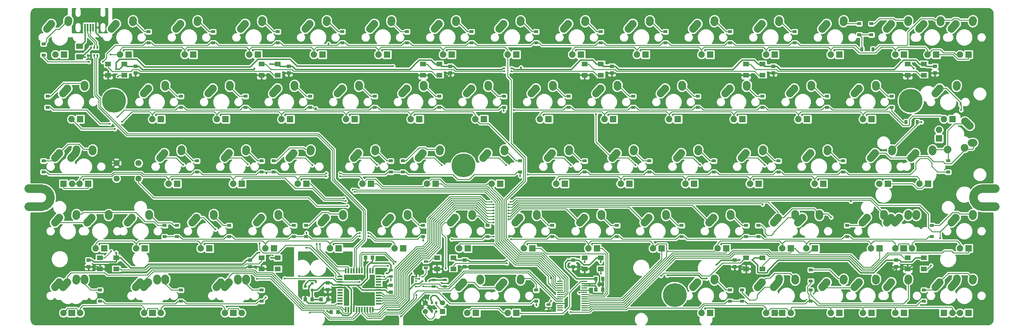
<source format=gbl>
%TF.GenerationSoftware,KiCad,Pcbnew,4.0.7*%
%TF.CreationDate,2018-01-29T01:29:02-08:00*%
%TF.ProjectId,VoyagerII,566F796167657249492E6B696361645F,rev?*%
%TF.FileFunction,Copper,L2,Bot,Signal*%
%FSLAX46Y46*%
G04 Gerber Fmt 4.6, Leading zero omitted, Abs format (unit mm)*
G04 Created by KiCad (PCBNEW 4.0.7) date 01/29/18 01:29:02*
%MOMM*%
%LPD*%
G01*
G04 APERTURE LIST*
%ADD10C,0.100000*%
%ADD11C,2.501900*%
%ADD12C,7.001300*%
%ADD13C,7.000240*%
%ADD14R,1.000000X1.250000*%
%ADD15R,1.250000X1.000000*%
%ADD16R,2.030000X1.650000*%
%ADD17R,1.300000X0.700000*%
%ADD18C,1.800000*%
%ADD19R,0.550000X1.500000*%
%ADD20R,1.500000X0.550000*%
%ADD21R,0.900000X0.800000*%
%ADD22R,0.510000X0.700000*%
%ADD23R,0.500000X2.250000*%
%ADD24R,1.200000X0.900000*%
%ADD25R,0.900000X1.200000*%
%ADD26C,0.784860*%
%ADD27C,1.524000*%
%ADD28R,1.524000X1.524000*%
%ADD29R,1.750000X0.450000*%
%ADD30R,1.800000X1.400000*%
%ADD31C,2.250000*%
%ADD32C,2.250000*%
%ADD33C,1.905000*%
%ADD34R,1.905000X1.905000*%
%ADD35R,0.650000X0.400000*%
%ADD36C,0.600000*%
%ADD37C,0.381000*%
%ADD38C,0.254000*%
G04 APERTURE END LIST*
D10*
D11*
X329200000Y-107100950D02*
X333050000Y-107100950D01*
X329200000Y-101799050D02*
X333000000Y-101799050D01*
X329200000Y-107100950D02*
G75*
G02X326549050Y-104450000I0J2650950D01*
G01*
X326549050Y-104450000D02*
G75*
G02X329200000Y-101799050I2650950J0D01*
G01*
X54450950Y-104450000D02*
G75*
G03X51800000Y-101799050I-2650950J0D01*
G01*
X51800000Y-107100950D02*
G75*
G03X54450950Y-104450000I0J2650950D01*
G01*
X48000000Y-107100950D02*
X51800000Y-107100950D01*
X48000000Y-101799050D02*
X51800000Y-101799050D01*
D12*
X73200000Y-75850000D03*
D13*
X176200000Y-94950000D03*
X238500000Y-133150000D03*
X308050000Y-75850000D03*
D14*
X131556000Y-134493000D03*
X129556000Y-134493000D03*
D15*
X136144000Y-129556000D03*
X136144000Y-131556000D03*
D14*
X139176000Y-138176000D03*
X137176000Y-138176000D03*
D15*
X154813000Y-132318000D03*
X154813000Y-130318000D03*
D14*
X149336000Y-122110500D03*
X147336000Y-122110500D03*
X134255000Y-134493000D03*
X136255000Y-134493000D03*
D16*
X62992000Y-62921000D03*
X62992000Y-59761000D03*
D17*
X154813000Y-125796000D03*
X154813000Y-127696000D03*
D18*
X73900000Y-94270000D03*
X80400000Y-98770000D03*
X73900000Y-98770000D03*
X80400000Y-94270000D03*
D19*
X149478500Y-137399000D03*
X148678500Y-137399000D03*
X147878500Y-137399000D03*
X147078500Y-137399000D03*
X146278500Y-137399000D03*
X145478500Y-137399000D03*
X144678500Y-137399000D03*
X143878500Y-137399000D03*
X143078500Y-137399000D03*
X142278500Y-137399000D03*
X141478500Y-137399000D03*
D20*
X139778500Y-135699000D03*
X139778500Y-134899000D03*
X139778500Y-134099000D03*
X139778500Y-133299000D03*
X139778500Y-132499000D03*
X139778500Y-131699000D03*
X139778500Y-130899000D03*
X139778500Y-130099000D03*
X139778500Y-129299000D03*
X139778500Y-128499000D03*
X139778500Y-127699000D03*
D19*
X141478500Y-125999000D03*
X142278500Y-125999000D03*
X143078500Y-125999000D03*
X143878500Y-125999000D03*
X144678500Y-125999000D03*
X145478500Y-125999000D03*
X146278500Y-125999000D03*
X147078500Y-125999000D03*
X147878500Y-125999000D03*
X148678500Y-125999000D03*
X149478500Y-125999000D03*
D20*
X151178500Y-127699000D03*
X151178500Y-128499000D03*
X151178500Y-129299000D03*
X151178500Y-130099000D03*
X151178500Y-130899000D03*
X151178500Y-131699000D03*
X151178500Y-132499000D03*
X151178500Y-133299000D03*
X151178500Y-134099000D03*
X151178500Y-134899000D03*
X151178500Y-135699000D03*
D21*
X131556000Y-129733000D03*
X131556000Y-131633000D03*
X129556000Y-130683000D03*
D22*
X66360000Y-60181000D03*
X67310000Y-60181000D03*
X68260000Y-60181000D03*
X68260000Y-62501000D03*
X67310000Y-62501000D03*
X66360000Y-62501000D03*
D23*
X67800000Y-54252250D03*
X67000000Y-54252250D03*
X66200000Y-54252250D03*
X65400000Y-54252250D03*
X64600000Y-54252250D03*
D14*
X215281000Y-128397000D03*
X217281000Y-128397000D03*
X215265000Y-131572000D03*
X217265000Y-131572000D03*
D24*
X52387500Y-62371875D03*
X52387500Y-59071875D03*
X83343750Y-58800000D03*
X83343750Y-55500000D03*
X102393750Y-58800000D03*
X102393750Y-55500000D03*
X121443750Y-58800000D03*
X121443750Y-55500000D03*
X140493750Y-58800000D03*
X140493750Y-55500000D03*
X159543750Y-58800000D03*
X159543750Y-55500000D03*
X178593750Y-58800000D03*
X178593750Y-55500000D03*
X197643750Y-58800000D03*
X197643750Y-55500000D03*
X216693750Y-58800000D03*
X216693750Y-55500000D03*
X235743750Y-58800000D03*
X235743750Y-55500000D03*
X254793750Y-58800000D03*
X254793750Y-55500000D03*
X273843750Y-58800000D03*
X273843750Y-55500000D03*
X292893750Y-56418750D03*
X292893750Y-53118750D03*
X296465625Y-56418750D03*
X296465625Y-53118750D03*
D25*
X293625000Y-60721875D03*
X296925000Y-60721875D03*
D24*
X53578125Y-77850000D03*
X53578125Y-74550000D03*
X92868750Y-77850000D03*
X92868750Y-74550000D03*
X111918750Y-77850000D03*
X111918750Y-74550000D03*
X130968750Y-77850000D03*
X130968750Y-74550000D03*
X150018750Y-77850000D03*
X150018750Y-74550000D03*
X169068750Y-77850000D03*
X169068750Y-74550000D03*
X188118750Y-77850000D03*
X188118750Y-74550000D03*
X207168750Y-77850000D03*
X207168750Y-74550000D03*
X226218750Y-77850000D03*
X226218750Y-74550000D03*
X245268750Y-77850000D03*
X245268750Y-74550000D03*
X264318750Y-77850000D03*
X264318750Y-74550000D03*
X283368750Y-77850000D03*
X283368750Y-74550000D03*
X302418750Y-77850000D03*
X302418750Y-74550000D03*
D25*
X306721875Y-82153125D03*
X310021875Y-82153125D03*
D24*
X52387500Y-96900000D03*
X52387500Y-93600000D03*
X97631250Y-96900000D03*
X97631250Y-93600000D03*
X116681250Y-96900000D03*
X116681250Y-93600000D03*
X120253125Y-96900000D03*
X120253125Y-93600000D03*
X154781250Y-96900000D03*
X154781250Y-93600000D03*
X158353125Y-96900000D03*
X158353125Y-93600000D03*
X192881250Y-96900000D03*
X192881250Y-93600000D03*
X211931250Y-96900000D03*
X211931250Y-93600000D03*
X230981250Y-96900000D03*
X230981250Y-93600000D03*
X250031250Y-96900000D03*
X250031250Y-93600000D03*
X269081250Y-96900000D03*
X269081250Y-93600000D03*
X288131250Y-96900000D03*
X288131250Y-93600000D03*
X319087500Y-96900000D03*
X319087500Y-93600000D03*
X88106250Y-115950000D03*
X88106250Y-112650000D03*
X91678125Y-115950000D03*
X91678125Y-112650000D03*
X107156250Y-115950000D03*
X107156250Y-112650000D03*
X126206250Y-115950000D03*
X126206250Y-112650000D03*
X129778125Y-115950000D03*
X129778125Y-112650000D03*
X164306250Y-115950000D03*
X164306250Y-112650000D03*
X183356250Y-115950000D03*
X183356250Y-112650000D03*
X202406250Y-115950000D03*
X202406250Y-112650000D03*
X221456250Y-115950000D03*
X221456250Y-112650000D03*
X240506250Y-115950000D03*
X240506250Y-112650000D03*
X259556250Y-115950000D03*
X259556250Y-112650000D03*
X197643750Y-135000000D03*
X197643750Y-131700000D03*
X263128125Y-115950000D03*
X263128125Y-112650000D03*
X289321875Y-115950000D03*
X289321875Y-112650000D03*
X314325000Y-115950000D03*
X314325000Y-112650000D03*
X69056250Y-135000000D03*
X69056250Y-131700000D03*
X92868750Y-135000000D03*
X92868750Y-131700000D03*
X116681250Y-135000000D03*
X116681250Y-131700000D03*
X254793750Y-135000000D03*
X254793750Y-131700000D03*
X258365625Y-135000000D03*
X258365625Y-131700000D03*
X278606250Y-129046875D03*
X278606250Y-125746875D03*
X278606250Y-135000000D03*
X278606250Y-131700000D03*
X311943750Y-135000000D03*
X311943750Y-131700000D03*
D26*
X168148000Y-135509000D03*
X166878000Y-135509000D03*
X168148000Y-138049000D03*
X166878000Y-138049000D03*
D27*
X170053000Y-135509000D03*
X164973000Y-135509000D03*
D28*
X170053000Y-138049000D03*
D27*
X164973000Y-138049000D03*
D17*
X201295000Y-135956000D03*
X201295000Y-137856000D03*
X167386000Y-130617000D03*
X167386000Y-128717000D03*
X170688000Y-130617000D03*
X170688000Y-128717000D03*
D29*
X211880000Y-129125000D03*
X211880000Y-129775000D03*
X211880000Y-130425000D03*
X211880000Y-131075000D03*
X211880000Y-131725000D03*
X211880000Y-132375000D03*
X211880000Y-133025000D03*
X211880000Y-133675000D03*
X211880000Y-134325000D03*
X211880000Y-134975000D03*
X211880000Y-135625000D03*
X211880000Y-136275000D03*
X211880000Y-136925000D03*
X211880000Y-137575000D03*
X204680000Y-137575000D03*
X204680000Y-136925000D03*
X204680000Y-136275000D03*
X204680000Y-135625000D03*
X204680000Y-134975000D03*
X204680000Y-134325000D03*
X204680000Y-133675000D03*
X204680000Y-133025000D03*
X204680000Y-132375000D03*
X204680000Y-131725000D03*
X204680000Y-131075000D03*
X204680000Y-130425000D03*
X204680000Y-129775000D03*
X204680000Y-129125000D03*
D15*
X176530000Y-122825000D03*
X176530000Y-124825000D03*
X219964000Y-65675000D03*
X219964000Y-67675000D03*
X208534000Y-122825000D03*
X208534000Y-124825000D03*
X172339000Y-65675000D03*
X172339000Y-67675000D03*
X256159000Y-122825000D03*
X256159000Y-124825000D03*
X124714000Y-65675000D03*
X124714000Y-67675000D03*
X303784000Y-122825000D03*
X303784000Y-124825000D03*
X79502000Y-65675000D03*
X79502000Y-67675000D03*
X315214000Y-65675000D03*
X315214000Y-67675000D03*
X65659000Y-122825000D03*
X65659000Y-124825000D03*
X267589000Y-65675000D03*
X267589000Y-67675000D03*
X113284000Y-122825000D03*
X113284000Y-124825000D03*
D30*
X173215000Y-122175000D03*
X173215000Y-125475000D03*
X168415000Y-125475000D03*
X168415000Y-122175000D03*
X216712500Y-65025000D03*
X216712500Y-68325000D03*
X211912500Y-68325000D03*
X211912500Y-65025000D03*
X216712500Y-122175000D03*
X216712500Y-125475000D03*
X211912500Y-125475000D03*
X211912500Y-122175000D03*
X169087500Y-65025000D03*
X169087500Y-68325000D03*
X164287500Y-68325000D03*
X164287500Y-65025000D03*
X264337500Y-122175000D03*
X264337500Y-125475000D03*
X259537500Y-125475000D03*
X259537500Y-122175000D03*
X121462500Y-65025000D03*
X121462500Y-68325000D03*
X116662500Y-68325000D03*
X116662500Y-65025000D03*
X311962500Y-122175000D03*
X311962500Y-125475000D03*
X307162500Y-125475000D03*
X307162500Y-122175000D03*
X76218750Y-65025000D03*
X76218750Y-68325000D03*
X71418750Y-68325000D03*
X71418750Y-65025000D03*
X311962500Y-65025000D03*
X311962500Y-68325000D03*
X307162500Y-68325000D03*
X307162500Y-65025000D03*
X73837500Y-122175000D03*
X73837500Y-125475000D03*
X69037500Y-125475000D03*
X69037500Y-122175000D03*
X264337500Y-65025000D03*
X264337500Y-68325000D03*
X259537500Y-68325000D03*
X259537500Y-65025000D03*
X121462500Y-122175000D03*
X121462500Y-125475000D03*
X116662500Y-125475000D03*
X116662500Y-122175000D03*
D17*
X165100000Y-125156000D03*
X165100000Y-123256000D03*
D31*
X250150000Y-52650000D02*
X250190000Y-52070000D01*
D32*
X250190000Y-52070000D03*
D31*
X243840000Y-54610000D02*
X245150000Y-53150000D01*
D32*
X245150000Y-53150000D03*
D31*
X78700000Y-52650000D02*
X78740000Y-52070000D01*
D32*
X78740000Y-52070000D03*
D31*
X72390000Y-54610000D02*
X73700000Y-53150000D01*
D32*
X73700000Y-53150000D03*
D31*
X97750000Y-52650000D02*
X97790000Y-52070000D01*
D32*
X97790000Y-52070000D03*
D31*
X91440000Y-54610000D02*
X92750000Y-53150000D01*
D32*
X92750000Y-53150000D03*
D31*
X116800000Y-52650000D02*
X116840000Y-52070000D01*
D32*
X116840000Y-52070000D03*
D31*
X110490000Y-54610000D02*
X111800000Y-53150000D01*
D32*
X111800000Y-53150000D03*
D31*
X135850000Y-52650000D02*
X135890000Y-52070000D01*
D32*
X135890000Y-52070000D03*
D31*
X129540000Y-54610000D02*
X130850000Y-53150000D01*
D32*
X130850000Y-53150000D03*
D31*
X154900000Y-52650000D02*
X154940000Y-52070000D01*
D32*
X154940000Y-52070000D03*
D31*
X148590000Y-54610000D02*
X149900000Y-53150000D01*
D32*
X149900000Y-53150000D03*
D31*
X173950000Y-52650000D02*
X173990000Y-52070000D01*
D32*
X173990000Y-52070000D03*
D31*
X167640000Y-54610000D02*
X168950000Y-53150000D01*
D32*
X168950000Y-53150000D03*
D31*
X193000000Y-52650000D02*
X193040000Y-52070000D01*
D32*
X193040000Y-52070000D03*
D31*
X186690000Y-54610000D02*
X188000000Y-53150000D01*
D32*
X188000000Y-53150000D03*
D31*
X212050000Y-52650000D02*
X212090000Y-52070000D01*
D32*
X212090000Y-52070000D03*
D31*
X205740000Y-54610000D02*
X207050000Y-53150000D01*
D32*
X207050000Y-53150000D03*
D31*
X231100000Y-52650000D02*
X231140000Y-52070000D01*
D32*
X231140000Y-52070000D03*
D31*
X224790000Y-54610000D02*
X226100000Y-53150000D01*
D32*
X226100000Y-53150000D03*
D31*
X283487500Y-90750000D02*
X283527500Y-90170000D01*
D32*
X283527500Y-90170000D03*
D31*
X277177500Y-92710000D02*
X278487500Y-91250000D01*
D32*
X278487500Y-91250000D03*
D31*
X235862500Y-109800000D02*
X235902500Y-109220000D01*
D32*
X235902500Y-109220000D03*
D31*
X229552500Y-111760000D02*
X230862500Y-110300000D01*
D32*
X230862500Y-110300000D03*
D31*
X269200000Y-52650000D02*
X269240000Y-52070000D01*
D32*
X269240000Y-52070000D03*
D31*
X262890000Y-54610000D02*
X264200000Y-53150000D01*
D32*
X264200000Y-53150000D03*
D31*
X254912500Y-109800000D02*
X254952500Y-109220000D01*
D32*
X254952500Y-109220000D03*
D31*
X248602500Y-111760000D02*
X249912500Y-110300000D01*
D32*
X249912500Y-110300000D03*
D31*
X264437500Y-90750000D02*
X264477500Y-90170000D01*
D32*
X264477500Y-90170000D03*
D31*
X258127500Y-92710000D02*
X259437500Y-91250000D01*
D32*
X259437500Y-91250000D03*
D31*
X288250000Y-52650000D02*
X288290000Y-52070000D01*
D32*
X288290000Y-52070000D03*
D31*
X281940000Y-54610000D02*
X283250000Y-53150000D01*
D32*
X283250000Y-53150000D03*
D31*
X92987500Y-90750000D02*
X93027500Y-90170000D01*
D32*
X93027500Y-90170000D03*
D31*
X86677500Y-92710000D02*
X87987500Y-91250000D01*
D32*
X87987500Y-91250000D03*
D31*
X178712500Y-109800000D02*
X178752500Y-109220000D01*
D32*
X178752500Y-109220000D03*
D31*
X172402500Y-111760000D02*
X173712500Y-110300000D01*
D32*
X173712500Y-110300000D03*
D31*
X316825000Y-52650000D02*
X316865000Y-52070000D01*
D32*
X316865000Y-52070000D03*
D31*
X310515000Y-54610000D02*
X311825000Y-53150000D01*
D32*
X311825000Y-53150000D03*
D31*
X326350000Y-52650000D02*
X326390000Y-52070000D01*
D32*
X326390000Y-52070000D03*
D31*
X320040000Y-54610000D02*
X321350000Y-53150000D01*
D32*
X321350000Y-53150000D03*
D31*
X140612500Y-109800000D02*
X140652500Y-109220000D01*
D32*
X140652500Y-109220000D03*
D31*
X134302500Y-111760000D02*
X135612500Y-110300000D01*
D32*
X135612500Y-110300000D03*
D31*
X66793750Y-90750000D02*
X66833750Y-90170000D01*
D32*
X66833750Y-90170000D03*
D31*
X60483750Y-92710000D02*
X61793750Y-91250000D01*
D32*
X61793750Y-91250000D03*
D31*
X62031250Y-90750000D02*
X62071250Y-90170000D01*
D32*
X62071250Y-90170000D03*
D31*
X55721250Y-92710000D02*
X57031250Y-91250000D01*
D32*
X57031250Y-91250000D03*
D31*
X131087500Y-90750000D02*
X131127500Y-90170000D01*
D32*
X131127500Y-90170000D03*
D31*
X124777500Y-92710000D02*
X126087500Y-91250000D01*
D32*
X126087500Y-91250000D03*
D31*
X307300000Y-52650000D02*
X307340000Y-52070000D01*
D32*
X307340000Y-52070000D03*
D31*
X300990000Y-54610000D02*
X302300000Y-53150000D01*
D32*
X302300000Y-53150000D03*
D31*
X126325000Y-71700000D02*
X126365000Y-71120000D01*
D32*
X126365000Y-71120000D03*
D31*
X120015000Y-73660000D02*
X121325000Y-72200000D01*
D32*
X121325000Y-72200000D03*
D31*
X314443750Y-90750000D02*
X314483750Y-90170000D01*
D32*
X314483750Y-90170000D03*
D31*
X308133750Y-92710000D02*
X309443750Y-91250000D01*
D32*
X309443750Y-91250000D03*
D31*
X325968750Y-88225000D02*
X326548750Y-88264998D01*
D32*
X326548750Y-88265000D03*
D31*
X324008750Y-81915000D02*
X325468758Y-83224990D01*
D32*
X325468750Y-83225000D03*
X323968750Y-89725000D03*
X318968750Y-90225000D03*
D31*
X59650000Y-52650000D02*
X59690000Y-52070000D01*
D32*
X59690000Y-52070000D03*
D31*
X53340000Y-54610000D02*
X54650000Y-53150000D01*
D32*
X54650000Y-53150000D03*
D31*
X150137500Y-90750000D02*
X150177500Y-90170000D01*
D32*
X150177500Y-90170000D03*
D31*
X143827500Y-92710000D02*
X145137500Y-91250000D01*
D32*
X145137500Y-91250000D03*
D31*
X169187500Y-90750000D02*
X169227500Y-90170000D01*
D32*
X169227500Y-90170000D03*
D31*
X162877500Y-92710000D02*
X164187500Y-91250000D01*
D32*
X164187500Y-91250000D03*
D31*
X188237500Y-90750000D02*
X188277500Y-90170000D01*
D32*
X188277500Y-90170000D03*
D31*
X181927500Y-92710000D02*
X183237500Y-91250000D01*
D32*
X183237500Y-91250000D03*
D31*
X221575000Y-71700000D02*
X221615000Y-71120000D01*
D32*
X221615000Y-71120000D03*
D31*
X215265000Y-73660000D02*
X216575000Y-72200000D01*
D32*
X216575000Y-72200000D03*
D31*
X83462500Y-109800000D02*
X83502500Y-109220000D01*
D32*
X83502500Y-109220000D03*
D31*
X77152500Y-111760000D02*
X78462500Y-110300000D01*
D32*
X78462500Y-110300000D03*
D31*
X302537500Y-90750000D02*
X302577500Y-90170000D01*
D32*
X302577500Y-90170000D03*
D31*
X296227500Y-92710000D02*
X297537500Y-91250000D01*
D32*
X297537500Y-91250000D03*
D31*
X207287500Y-90750000D02*
X207327500Y-90170000D01*
D32*
X207327500Y-90170000D03*
D31*
X200977500Y-92710000D02*
X202287500Y-91250000D01*
D32*
X202287500Y-91250000D03*
D31*
X226337500Y-90750000D02*
X226377500Y-90170000D01*
D32*
X226377500Y-90170000D03*
D31*
X220027500Y-92710000D02*
X221337500Y-91250000D01*
D32*
X221337500Y-91250000D03*
D31*
X245387500Y-90750000D02*
X245427500Y-90170000D01*
D32*
X245427500Y-90170000D03*
D31*
X239077500Y-92710000D02*
X240387500Y-91250000D01*
D32*
X240387500Y-91250000D03*
D31*
X216812500Y-109800000D02*
X216852500Y-109220000D01*
D32*
X216852500Y-109220000D03*
D31*
X210502500Y-111760000D02*
X211812500Y-110300000D01*
D32*
X211812500Y-110300000D03*
D31*
X197762500Y-109800000D02*
X197802500Y-109220000D01*
D32*
X197802500Y-109220000D03*
D31*
X191452500Y-111760000D02*
X192762500Y-110300000D01*
D32*
X192762500Y-110300000D03*
D31*
X240625000Y-71700000D02*
X240665000Y-71120000D01*
D32*
X240665000Y-71120000D03*
D31*
X234315000Y-73660000D02*
X235625000Y-72200000D01*
D32*
X235625000Y-72200000D03*
D31*
X259675000Y-71700000D02*
X259715000Y-71120000D01*
D32*
X259715000Y-71120000D03*
D31*
X253365000Y-73660000D02*
X254675000Y-72200000D01*
D32*
X254675000Y-72200000D03*
D31*
X88225000Y-71700000D02*
X88265000Y-71120000D01*
D32*
X88265000Y-71120000D03*
D31*
X81915000Y-73660000D02*
X83225000Y-72200000D01*
D32*
X83225000Y-72200000D03*
D31*
X145375000Y-71700000D02*
X145415000Y-71120000D01*
D32*
X145415000Y-71120000D03*
D31*
X139065000Y-73660000D02*
X140375000Y-72200000D01*
D32*
X140375000Y-72200000D03*
D31*
X112037500Y-90750000D02*
X112077500Y-90170000D01*
D32*
X112077500Y-90170000D03*
D31*
X105727500Y-92710000D02*
X107037500Y-91250000D01*
D32*
X107037500Y-91250000D03*
D31*
X71556250Y-109800000D02*
X71596250Y-109220000D01*
D32*
X71596250Y-109220000D03*
D31*
X65246250Y-111760000D02*
X66556250Y-110300000D01*
D32*
X66556250Y-110300000D03*
D31*
X62031250Y-109800000D02*
X62071250Y-109220000D01*
D32*
X62071250Y-109220000D03*
D31*
X55721250Y-111760000D02*
X57031250Y-110300000D01*
D32*
X57031250Y-110300000D03*
D31*
X164425000Y-71700000D02*
X164465000Y-71120000D01*
D32*
X164465000Y-71120000D03*
D31*
X158115000Y-73660000D02*
X159425000Y-72200000D01*
D32*
X159425000Y-72200000D03*
D31*
X64412500Y-71700000D02*
X64452500Y-71120000D01*
D32*
X64452500Y-71120000D03*
D31*
X58102500Y-73660000D02*
X59412500Y-72200000D01*
D32*
X59412500Y-72200000D03*
D31*
X202525000Y-71700000D02*
X202565000Y-71120000D01*
D32*
X202565000Y-71120000D03*
D31*
X196215000Y-73660000D02*
X197525000Y-72200000D01*
D32*
X197525000Y-72200000D03*
D31*
X159662500Y-109800000D02*
X159702500Y-109220000D01*
D32*
X159702500Y-109220000D03*
D31*
X153352500Y-111760000D02*
X154662500Y-110300000D01*
D32*
X154662500Y-110300000D03*
D31*
X107275000Y-71700000D02*
X107315000Y-71120000D01*
D32*
X107315000Y-71120000D03*
D31*
X100965000Y-73660000D02*
X102275000Y-72200000D01*
D32*
X102275000Y-72200000D03*
D31*
X121562500Y-109800000D02*
X121602500Y-109220000D01*
D32*
X121602500Y-109220000D03*
D31*
X115252500Y-111760000D02*
X116562500Y-110300000D01*
D32*
X116562500Y-110300000D03*
D31*
X183475000Y-71700000D02*
X183515000Y-71120000D01*
D32*
X183515000Y-71120000D03*
D31*
X177165000Y-73660000D02*
X178475000Y-72200000D01*
D32*
X178475000Y-72200000D03*
D31*
X102512500Y-109800000D02*
X102552500Y-109220000D01*
D32*
X102552500Y-109220000D03*
D31*
X96202500Y-111760000D02*
X97512500Y-110300000D01*
D32*
X97512500Y-110300000D03*
D31*
X278725000Y-71700000D02*
X278765000Y-71120000D01*
D32*
X278765000Y-71120000D03*
D31*
X272415000Y-73660000D02*
X273725000Y-72200000D01*
D32*
X273725000Y-72200000D03*
D31*
X321587500Y-71700000D02*
X321627500Y-71120000D01*
D32*
X321627500Y-71120000D03*
D31*
X315277500Y-73660000D02*
X316587500Y-72200000D01*
D32*
X316587500Y-72200000D03*
D31*
X297775000Y-71700000D02*
X297815000Y-71120000D01*
D32*
X297815000Y-71120000D03*
D31*
X291465000Y-73660000D02*
X292775000Y-72200000D01*
D32*
X292775000Y-72200000D03*
D31*
X62031250Y-128850000D02*
X62071250Y-128270000D01*
D32*
X62071250Y-128270000D03*
D31*
X55721250Y-130810000D02*
X57031250Y-129350000D01*
D32*
X57031250Y-129350000D03*
D31*
X64412500Y-128850000D02*
X64452500Y-128270000D01*
D32*
X64452500Y-128270000D03*
D31*
X58102500Y-130810000D02*
X59412500Y-129350000D01*
D32*
X59412500Y-129350000D03*
D31*
X85843750Y-128850000D02*
X85883750Y-128270000D01*
D32*
X85883750Y-128270000D03*
D31*
X79533750Y-130810000D02*
X80843750Y-129350000D01*
D32*
X80843750Y-129350000D03*
D31*
X88225000Y-128850000D02*
X88265000Y-128270000D01*
D32*
X88265000Y-128270000D03*
D31*
X81915000Y-130810000D02*
X83225000Y-129350000D01*
D32*
X83225000Y-129350000D03*
D31*
X109656250Y-128850000D02*
X109696250Y-128270000D01*
D32*
X109696250Y-128270000D03*
D31*
X103346250Y-130810000D02*
X104656250Y-129350000D01*
D32*
X104656250Y-129350000D03*
D31*
X112037500Y-128850000D02*
X112077500Y-128270000D01*
D32*
X112077500Y-128270000D03*
D31*
X105727500Y-130810000D02*
X107037500Y-129350000D01*
D32*
X107037500Y-129350000D03*
D31*
X250150000Y-128850000D02*
X250190000Y-128270000D01*
D32*
X250190000Y-128270000D03*
D31*
X243840000Y-130810000D02*
X245150000Y-129350000D01*
D32*
X245150000Y-129350000D03*
D31*
X269200000Y-128850000D02*
X269240000Y-128270000D01*
D32*
X269240000Y-128270000D03*
D31*
X262890000Y-130810000D02*
X264200000Y-129350000D01*
D32*
X264200000Y-129350000D03*
D31*
X273962500Y-128850000D02*
X274002500Y-128270000D01*
D32*
X274002500Y-128270000D03*
D31*
X267652500Y-130810000D02*
X268962500Y-129350000D01*
D32*
X268962500Y-129350000D03*
D31*
X288250000Y-128850000D02*
X288290000Y-128270000D01*
D32*
X288290000Y-128270000D03*
D31*
X281940000Y-130810000D02*
X283250000Y-129350000D01*
D32*
X283250000Y-129350000D03*
D31*
X297775000Y-128850000D02*
X297815000Y-128270000D01*
D32*
X297815000Y-128270000D03*
D31*
X291465000Y-130810000D02*
X292775000Y-129350000D01*
D32*
X292775000Y-129350000D03*
D31*
X307300000Y-128850000D02*
X307340000Y-128270000D01*
D32*
X307340000Y-128270000D03*
D31*
X300990000Y-130810000D02*
X302300000Y-129350000D01*
D32*
X302300000Y-129350000D03*
D31*
X321587500Y-128850000D02*
X321627500Y-128270000D01*
D32*
X321627500Y-128270000D03*
D31*
X315277500Y-130810000D02*
X316587500Y-129350000D01*
D32*
X316587500Y-129350000D03*
D31*
X326350000Y-128850000D02*
X326390000Y-128270000D01*
D32*
X326390000Y-128270000D03*
D31*
X320040000Y-130810000D02*
X321350000Y-129350000D01*
D32*
X321350000Y-129350000D03*
D31*
X273962500Y-109800000D02*
X274002500Y-109220000D01*
D32*
X274002500Y-109220000D03*
D31*
X267652500Y-111760000D02*
X268962500Y-110300000D01*
D32*
X268962500Y-110300000D03*
D31*
X309681250Y-109800000D02*
X309721250Y-109220000D01*
D32*
X309721250Y-109220000D03*
D31*
X303371250Y-111760000D02*
X304681250Y-110300000D01*
D32*
X304681250Y-110300000D03*
D31*
X281106250Y-109800000D02*
X281146250Y-109220000D01*
D32*
X281146250Y-109220000D03*
D31*
X274796250Y-111760000D02*
X276106250Y-110300000D01*
D32*
X276106250Y-110300000D03*
D31*
X300156250Y-109800000D02*
X300196250Y-109220000D01*
D32*
X300196250Y-109220000D03*
D31*
X293846250Y-111760000D02*
X295156250Y-110300000D01*
D32*
X295156250Y-110300000D03*
D31*
X307300000Y-109800000D02*
X307340000Y-109220000D01*
D32*
X307340000Y-109220000D03*
D31*
X300990000Y-111760000D02*
X302300000Y-110300000D01*
D32*
X302300000Y-110300000D03*
D31*
X326350000Y-109800000D02*
X326390000Y-109220000D01*
D32*
X326390000Y-109220000D03*
D31*
X320040000Y-111760000D02*
X321350000Y-110300000D01*
D32*
X321350000Y-110300000D03*
D31*
X181093750Y-128850000D02*
X181133750Y-128270000D01*
D32*
X181133750Y-128270000D03*
D31*
X174783750Y-130810000D02*
X176093750Y-129350000D01*
D32*
X176093750Y-129350000D03*
D31*
X193000000Y-128850000D02*
X193040000Y-128270000D01*
D32*
X193040000Y-128270000D03*
D31*
X186690000Y-130810000D02*
X188000000Y-129350000D01*
D32*
X188000000Y-129350000D03*
D33*
X55880000Y-62230000D03*
D34*
X58420000Y-62230000D03*
D33*
X74930000Y-62230000D03*
D34*
X77470000Y-62230000D03*
D33*
X93980000Y-62230000D03*
D34*
X96520000Y-62230000D03*
D33*
X113030000Y-62230000D03*
D34*
X115570000Y-62230000D03*
D33*
X132080000Y-62230000D03*
D34*
X134620000Y-62230000D03*
D33*
X151130000Y-62230000D03*
D34*
X153670000Y-62230000D03*
D33*
X170180000Y-62230000D03*
D34*
X172720000Y-62230000D03*
D33*
X189230000Y-62230000D03*
D34*
X191770000Y-62230000D03*
D33*
X208280000Y-62230000D03*
D34*
X210820000Y-62230000D03*
D33*
X227330000Y-62230000D03*
D34*
X229870000Y-62230000D03*
D33*
X246380000Y-62230000D03*
D34*
X248920000Y-62230000D03*
D33*
X265430000Y-62230000D03*
D34*
X267970000Y-62230000D03*
D33*
X284480000Y-62230000D03*
D34*
X287020000Y-62230000D03*
D33*
X303530000Y-62230000D03*
D34*
X306070000Y-62230000D03*
D33*
X313055000Y-62230000D03*
D34*
X315595000Y-62230000D03*
D33*
X60642500Y-81280000D03*
D34*
X63182500Y-81280000D03*
D33*
X84455000Y-81280000D03*
D34*
X86995000Y-81280000D03*
D33*
X103505000Y-81280000D03*
D34*
X106045000Y-81280000D03*
D33*
X122555000Y-81280000D03*
D34*
X125095000Y-81280000D03*
D33*
X141605000Y-81280000D03*
D34*
X144145000Y-81280000D03*
D33*
X160655000Y-81280000D03*
D34*
X163195000Y-81280000D03*
D33*
X179705000Y-81280000D03*
D34*
X182245000Y-81280000D03*
D33*
X198755000Y-81280000D03*
D34*
X201295000Y-81280000D03*
D33*
X217805000Y-81280000D03*
D34*
X220345000Y-81280000D03*
D33*
X236855000Y-81280000D03*
D34*
X239395000Y-81280000D03*
D33*
X255905000Y-81280000D03*
D34*
X258445000Y-81280000D03*
D33*
X274955000Y-81280000D03*
D34*
X277495000Y-81280000D03*
D33*
X294005000Y-81280000D03*
D34*
X296545000Y-81280000D03*
D33*
X317817500Y-81280000D03*
D34*
X320357500Y-81280000D03*
D33*
X63023750Y-100330000D03*
D34*
X65563750Y-100330000D03*
D33*
X89217500Y-100330000D03*
D34*
X91757500Y-100330000D03*
D33*
X108267500Y-100330000D03*
D34*
X110807500Y-100330000D03*
D33*
X127317500Y-100330000D03*
D34*
X129857500Y-100330000D03*
D33*
X146367500Y-100330000D03*
D34*
X148907500Y-100330000D03*
D33*
X165417500Y-100330000D03*
D34*
X167957500Y-100330000D03*
D33*
X184467500Y-100330000D03*
D34*
X187007500Y-100330000D03*
D33*
X203517500Y-100330000D03*
D34*
X206057500Y-100330000D03*
D33*
X222567500Y-100330000D03*
D34*
X225107500Y-100330000D03*
D33*
X241617500Y-100330000D03*
D34*
X244157500Y-100330000D03*
D33*
X260667500Y-100330000D03*
D34*
X263207500Y-100330000D03*
D33*
X279717500Y-100330000D03*
D34*
X282257500Y-100330000D03*
D33*
X310673750Y-100330000D03*
D34*
X313213750Y-100330000D03*
D33*
X67786250Y-119380000D03*
D34*
X70326250Y-119380000D03*
D33*
X79692500Y-119380000D03*
D34*
X82232500Y-119380000D03*
D33*
X98742500Y-119380000D03*
D34*
X101282500Y-119380000D03*
D33*
X117792500Y-119380000D03*
D34*
X120332500Y-119380000D03*
D33*
X136842500Y-119380000D03*
D34*
X139382500Y-119380000D03*
D33*
X155892500Y-119380000D03*
D34*
X158432500Y-119380000D03*
D33*
X174942500Y-119380000D03*
D34*
X177482500Y-119380000D03*
D33*
X193992500Y-119380000D03*
D34*
X196532500Y-119380000D03*
D33*
X213042500Y-119380000D03*
D34*
X215582500Y-119380000D03*
D33*
X232092500Y-119380000D03*
D34*
X234632500Y-119380000D03*
D33*
X251142500Y-119380000D03*
D34*
X253682500Y-119380000D03*
D33*
X270192500Y-119380000D03*
D34*
X272732500Y-119380000D03*
D33*
X296386250Y-119380000D03*
D34*
X298926250Y-119380000D03*
D33*
X322580000Y-119380000D03*
D34*
X325120000Y-119380000D03*
D33*
X58261250Y-138430000D03*
D34*
X60801250Y-138430000D03*
D33*
X82073750Y-138430000D03*
D34*
X84613750Y-138430000D03*
D33*
X105886250Y-138430000D03*
D34*
X108426250Y-138430000D03*
D33*
X177323750Y-138430000D03*
D34*
X179863750Y-138430000D03*
D33*
X246380000Y-138430000D03*
D34*
X248920000Y-138430000D03*
D33*
X265430000Y-138430000D03*
D34*
X267970000Y-138430000D03*
D33*
X284480000Y-138430000D03*
D34*
X287020000Y-138430000D03*
D33*
X303530000Y-138430000D03*
D34*
X306070000Y-138430000D03*
D33*
X322580000Y-138430000D03*
D34*
X325120000Y-138430000D03*
X58261250Y-100330000D03*
D33*
X60801250Y-100330000D03*
D34*
X60642500Y-138430000D03*
D33*
X63182500Y-138430000D03*
D34*
X84455000Y-138430000D03*
D33*
X86995000Y-138430000D03*
D34*
X108267500Y-138430000D03*
D33*
X110807500Y-138430000D03*
X189230000Y-138430000D03*
D34*
X191770000Y-138430000D03*
D33*
X322580000Y-62230000D03*
D34*
X325120000Y-62230000D03*
D33*
X298767500Y-100330000D03*
D34*
X301307500Y-100330000D03*
D33*
X316388750Y-84455000D03*
D34*
X316388750Y-86995000D03*
D33*
X277336250Y-119380000D03*
D34*
X279876250Y-119380000D03*
D33*
X303530000Y-119380000D03*
D34*
X306070000Y-119380000D03*
X305911250Y-119380000D03*
D33*
X308451250Y-119380000D03*
D34*
X270192500Y-138430000D03*
D33*
X272732500Y-138430000D03*
X294005000Y-138430000D03*
D34*
X296545000Y-138430000D03*
X317817500Y-138430000D03*
D33*
X320357500Y-138430000D03*
D35*
X162245000Y-129047000D03*
X162245000Y-127747000D03*
X162245000Y-128397000D03*
X164145000Y-127747000D03*
X164145000Y-129047000D03*
D36*
X166116000Y-129032000D03*
X153543000Y-126746000D03*
X153897855Y-122962145D03*
X152273000Y-126238000D03*
X143129000Y-118364000D03*
X149606000Y-117983000D03*
X179705000Y-114300000D03*
X312293000Y-111633000D03*
X315214000Y-118999000D03*
X315214000Y-122428000D03*
X267335000Y-118491000D03*
X269113000Y-125222000D03*
X283718000Y-107950000D03*
X283718000Y-119253000D03*
X283718000Y-124587000D03*
X205359000Y-125349000D03*
X208534000Y-118872000D03*
X222377000Y-124968000D03*
X241808000Y-128905000D03*
X242697000Y-124333000D03*
X244475000Y-118618000D03*
X75692000Y-120142000D03*
X75692000Y-123952000D03*
X104521000Y-122047000D03*
X103251000Y-127381000D03*
X118618000Y-125476000D03*
X153416000Y-99695000D03*
X153416000Y-104394000D03*
X90551000Y-103060500D03*
X211963000Y-90424000D03*
X248793000Y-87376000D03*
X254508000Y-63119000D03*
X207772000Y-65532000D03*
X139192000Y-63119000D03*
X102362000Y-62611000D03*
X58420000Y-66929000D03*
X90170000Y-107950000D03*
X76200000Y-105029000D03*
X149606000Y-106172000D03*
X147701000Y-106172000D03*
X245745000Y-115697000D03*
X249428000Y-115697000D03*
X129032000Y-121793000D03*
X132207000Y-122047000D03*
X141224000Y-122428000D03*
X136144000Y-127254000D03*
X145923000Y-139954000D03*
X152400000Y-122936000D03*
X147078500Y-123825000D03*
X66675000Y-51196875D03*
X75927501Y-51580499D03*
X208407000Y-68580000D03*
X250317000Y-68453000D03*
X252857000Y-124841000D03*
X168402000Y-126873000D03*
X164973000Y-133223000D03*
X70866000Y-93218000D03*
X66929000Y-96520000D03*
X63373000Y-124841000D03*
X66294000Y-63627000D03*
X69469000Y-68326000D03*
X206629000Y-135636000D03*
X209169000Y-134747000D03*
X207010000Y-124714000D03*
X188976000Y-124714000D03*
X188214000Y-68072000D03*
X190373000Y-68072000D03*
X141224000Y-130937000D03*
X149733000Y-130810000D03*
X147066000Y-127381000D03*
X143891000Y-135890000D03*
X136017000Y-137841000D03*
X236301000Y-127381000D03*
X247965535Y-128270000D03*
X250825000Y-124206000D03*
X216662000Y-123444000D03*
X193167000Y-66040000D03*
X73787000Y-120650000D03*
X160909000Y-126746000D03*
X119253000Y-65024000D03*
X114554000Y-66421000D03*
X155448000Y-65659000D03*
X119507000Y-122174000D03*
X116078000Y-120650000D03*
X261366000Y-122809000D03*
X257556000Y-122809000D03*
X207010000Y-122936000D03*
X188976000Y-122936000D03*
X132715000Y-129413000D03*
X153834040Y-137460048D03*
X188214000Y-66294000D03*
X190373000Y-66294000D03*
X73787000Y-66548000D03*
X64643000Y-62992000D03*
X141986000Y-106934000D03*
X154813000Y-128778000D03*
X189530000Y-109982000D03*
X185120000Y-109982000D03*
X226893401Y-94869000D03*
X215265000Y-79802000D03*
X189530000Y-110871000D03*
X185120000Y-110871000D03*
X207843401Y-94842155D03*
X185120000Y-111760000D03*
X188793401Y-94869000D03*
X170942000Y-125349000D03*
X169743401Y-94869000D03*
X162317671Y-133142000D03*
X150693401Y-94742000D03*
X130937000Y-138349010D03*
X131643401Y-94869000D03*
X115316000Y-128397000D03*
X112593401Y-94615000D03*
X103068401Y-113792000D03*
X93543401Y-94742000D03*
X191008000Y-78613000D03*
X132715000Y-78105000D03*
X132969000Y-118110000D03*
X71882000Y-82677000D03*
X74168000Y-80645000D03*
X188087000Y-78867000D03*
X145542000Y-129286000D03*
X157734000Y-139446000D03*
X123444000Y-128270000D03*
X207772000Y-138176000D03*
X117856000Y-133858000D03*
X197739000Y-136144000D03*
X172720000Y-116713000D03*
X129921000Y-119253000D03*
X129921000Y-114808000D03*
X190246000Y-116713000D03*
X185120000Y-115951000D03*
X164338000Y-117094000D03*
X148209000Y-114935000D03*
X145669000Y-114935000D03*
X118110000Y-97282000D03*
X116078000Y-117983000D03*
X195199000Y-97663000D03*
X192913000Y-98044000D03*
X139827000Y-97282000D03*
X135763000Y-97282000D03*
X65786000Y-64389000D03*
X69850000Y-64389000D03*
X136398000Y-59055000D03*
X133858000Y-118110000D03*
X152893960Y-127747960D03*
X190119000Y-105664000D03*
X184531000Y-105664000D03*
X322961000Y-78613000D03*
X316738000Y-116459000D03*
X290449000Y-105537000D03*
X189530000Y-106426000D03*
X185120000Y-106426000D03*
X284607000Y-110236000D03*
X189530000Y-107315000D03*
X185120000Y-107315000D03*
X264414000Y-106426000D03*
X189530000Y-108204000D03*
X185120000Y-108204000D03*
X264993401Y-94869000D03*
X189530000Y-109093000D03*
X185120000Y-109093000D03*
X245943401Y-94742000D03*
X311277000Y-82169000D03*
X202057000Y-134874000D03*
X210312000Y-132461000D03*
X72136000Y-62230000D03*
X75565000Y-82042000D03*
X73406000Y-84201000D03*
X139827000Y-98171000D03*
X135763000Y-98171000D03*
X148209000Y-115824000D03*
X145669000Y-115824000D03*
X201930000Y-128143000D03*
X141478000Y-105410000D03*
X144145000Y-102743000D03*
X140970000Y-104648000D03*
X143510000Y-102108000D03*
X211912500Y-123444000D03*
X188976000Y-123825000D03*
X153924000Y-124587000D03*
X163195000Y-128397000D03*
X190373000Y-67183000D03*
X188214000Y-67183000D03*
X234442000Y-127508000D03*
X216789000Y-126873000D03*
X308991000Y-66294000D03*
X314071000Y-124460000D03*
X74295000Y-68725001D03*
X72340751Y-120269000D03*
X164338000Y-130556000D03*
X156236459Y-123374591D03*
X162179000Y-130683000D03*
X155632591Y-123978459D03*
D37*
X148717000Y-123735500D02*
X154215500Y-123735500D01*
X154215500Y-123735500D02*
X154813000Y-124333000D01*
X154813000Y-124333000D02*
X154813000Y-124587000D01*
X154813000Y-124587000D02*
X154813000Y-125796000D01*
X148717000Y-123735500D02*
X148209000Y-124243500D01*
X149336000Y-123116500D02*
X148717000Y-123735500D01*
X153543000Y-126746000D02*
X153863000Y-126746000D01*
X153863000Y-126746000D02*
X154813000Y-125796000D01*
X167386000Y-128717000D02*
X166431000Y-128717000D01*
X166431000Y-128717000D02*
X166116000Y-129032000D01*
X170688000Y-128717000D02*
X167386000Y-128717000D01*
X170053000Y-135509000D02*
X169216069Y-134672069D01*
X169216069Y-134672069D02*
X169216069Y-134553042D01*
X169216069Y-134553042D02*
X167963496Y-133300469D01*
X166574469Y-133788504D02*
X166574469Y-134650490D01*
X167963496Y-133300469D02*
X167062504Y-133300469D01*
X167062504Y-133300469D02*
X166574469Y-133788504D01*
X166574469Y-134650490D02*
X166878000Y-134954021D01*
X166878000Y-134954021D02*
X166878000Y-135509000D01*
X144829001Y-130179499D02*
X141732000Y-130179499D01*
X141732000Y-130179499D02*
X140884101Y-130179499D01*
X143078500Y-132373898D02*
X143078500Y-131525999D01*
X143078500Y-131525999D02*
X141732000Y-130179499D01*
X147878500Y-125999000D02*
X147878500Y-128219500D01*
X145918501Y-130179499D02*
X144829001Y-130179499D01*
X147878500Y-128219500D02*
X145918501Y-130179499D01*
X151178500Y-131699000D02*
X146348502Y-131699000D01*
X146348502Y-131699000D02*
X144829001Y-130179499D01*
X143078500Y-137399000D02*
X143078500Y-132373898D01*
X140884101Y-130179499D02*
X139858999Y-130179499D01*
X139858999Y-130179499D02*
X139778500Y-130099000D01*
X148209000Y-124243500D02*
X147878500Y-124574000D01*
X139176000Y-138176000D02*
X139736461Y-138176000D01*
X139736461Y-138176000D02*
X140661972Y-139101511D01*
X140661972Y-139101511D02*
X142295028Y-139101511D01*
X142295028Y-139101511D02*
X143078500Y-138318039D01*
X143078500Y-138318039D02*
X143078500Y-137399000D01*
X136144000Y-129556000D02*
X135138000Y-129556000D01*
X135138000Y-129556000D02*
X133061000Y-131633000D01*
X133061000Y-131633000D02*
X131556000Y-131633000D01*
X131556000Y-131633000D02*
X131556000Y-134493000D01*
X134255000Y-134493000D02*
X131556000Y-134493000D01*
X149336000Y-122110500D02*
X149336000Y-123116500D01*
X147878500Y-124574000D02*
X147878500Y-124868000D01*
X147878500Y-124868000D02*
X147878500Y-125999000D01*
X136144000Y-129556000D02*
X137150000Y-129556000D01*
X138647500Y-130099000D02*
X139778500Y-130099000D01*
X137150000Y-129556000D02*
X137693000Y-130099000D01*
X137693000Y-130099000D02*
X138647500Y-130099000D01*
X154813000Y-132318000D02*
X153807000Y-132318000D01*
X153807000Y-132318000D02*
X153188000Y-131699000D01*
X153188000Y-131699000D02*
X152309500Y-131699000D01*
X152309500Y-131699000D02*
X151178500Y-131699000D01*
X152400000Y-122936000D02*
X153871710Y-122936000D01*
X153871710Y-122936000D02*
X153897855Y-122962145D01*
X162245000Y-127747000D02*
X162245000Y-125918000D01*
X162245000Y-125918000D02*
X163801501Y-124361499D01*
X163801501Y-124361499D02*
X166020499Y-124361499D01*
X166020499Y-124361499D02*
X167134000Y-125475000D01*
X167134000Y-125475000D02*
X168415000Y-125475000D01*
X307162500Y-125475000D02*
X307362500Y-125475000D01*
X307362500Y-125475000D02*
X309517999Y-123319501D01*
X309517999Y-123319501D02*
X314322499Y-123319501D01*
X314322499Y-123319501D02*
X315214000Y-122428000D01*
X268986000Y-124460000D02*
X269621000Y-123825000D01*
X268986000Y-125095000D02*
X269113000Y-125222000D01*
X266191489Y-127254511D02*
X268986000Y-124460000D01*
X268986000Y-124460000D02*
X268986000Y-125095000D01*
X283718000Y-123825000D02*
X289052000Y-123825000D01*
X269621000Y-123825000D02*
X283718000Y-123825000D01*
X283718000Y-123825000D02*
X283718000Y-124587000D01*
X70318500Y-125475000D02*
X71838989Y-123954511D01*
X71838989Y-123954511D02*
X75689489Y-123954511D01*
X75689489Y-123954511D02*
X75692000Y-123952000D01*
X116662500Y-125475000D02*
X118617000Y-125475000D01*
X118617000Y-125475000D02*
X118618000Y-125476000D01*
X149606000Y-106172000D02*
X151638000Y-106172000D01*
X151638000Y-106172000D02*
X153416000Y-104394000D01*
X64516000Y-66929000D02*
X58420000Y-66929000D01*
X66675000Y-64770000D02*
X64516000Y-66929000D01*
X66675000Y-64135000D02*
X66675000Y-64770000D01*
X66593999Y-64053999D02*
X66675000Y-64135000D01*
X66294000Y-63627000D02*
X66593999Y-63926999D01*
X66593999Y-63926999D02*
X66593999Y-64053999D01*
X83185000Y-105029000D02*
X86106000Y-107950000D01*
X86106000Y-107950000D02*
X90170000Y-107950000D01*
X76200000Y-105029000D02*
X83185000Y-105029000D01*
X147701000Y-106172000D02*
X149606000Y-106172000D01*
X249428000Y-115697000D02*
X245745000Y-115697000D01*
X132207000Y-122047000D02*
X129286000Y-122047000D01*
X129286000Y-122047000D02*
X129032000Y-121793000D01*
X147078500Y-123374000D02*
X147078500Y-123825000D01*
X147078500Y-125999000D02*
X147078500Y-123825000D01*
X67800000Y-54252250D02*
X67800000Y-52321875D01*
X67800000Y-52321875D02*
X66675000Y-51196875D01*
X164287500Y-68325000D02*
X165568500Y-68325000D01*
X165568500Y-68325000D02*
X166713001Y-69469501D01*
X166713001Y-69469501D02*
X170419499Y-69469501D01*
X170419499Y-69469501D02*
X172214000Y-67675000D01*
X172214000Y-67675000D02*
X172339000Y-67675000D01*
X68959501Y-56917751D02*
X70487151Y-58445401D01*
X71741793Y-58445401D02*
X73038406Y-57148788D01*
X75927501Y-53289797D02*
X75927501Y-51580499D01*
X70487151Y-58445401D02*
X71741793Y-58445401D01*
X73038406Y-57148788D02*
X73038406Y-56178892D01*
X73038406Y-56178892D02*
X75927501Y-53289797D01*
X210124500Y-67818000D02*
X208407000Y-67818000D01*
X208407000Y-67818000D02*
X191008000Y-67818000D01*
X208407000Y-68580000D02*
X208407000Y-67818000D01*
D38*
X203454000Y-135636000D02*
X203465000Y-135625000D01*
X203465000Y-135625000D02*
X204680000Y-135625000D01*
X213106000Y-131699000D02*
X213080000Y-131725000D01*
X213080000Y-131725000D02*
X211880000Y-131725000D01*
D37*
X257749500Y-67818000D02*
X250317000Y-67818000D01*
X250317000Y-67818000D02*
X221113000Y-67818000D01*
X250317000Y-68453000D02*
X250317000Y-67818000D01*
X256159000Y-124825000D02*
X252873000Y-124825000D01*
X252873000Y-124825000D02*
X252857000Y-124841000D01*
X293642489Y-127272489D02*
X296786844Y-130416844D01*
X296786844Y-130416844D02*
X298427512Y-130416844D01*
X298427512Y-130416844D02*
X302778000Y-126066356D01*
X302778000Y-126066356D02*
X302778000Y-125706000D01*
X302778000Y-125706000D02*
X303659000Y-124825000D01*
X303659000Y-124825000D02*
X303784000Y-124825000D01*
X292499489Y-127272489D02*
X293642489Y-127272489D01*
X289052000Y-123825000D02*
X292499489Y-127272489D01*
X259537500Y-125475000D02*
X259537500Y-126556000D01*
X259537500Y-126556000D02*
X260236011Y-127254511D01*
X260236011Y-127254511D02*
X266191489Y-127254511D01*
X168402000Y-126873000D02*
X168402000Y-125488000D01*
X168402000Y-125488000D02*
X168415000Y-125475000D01*
X164973000Y-135509000D02*
X164973000Y-133223000D01*
X73900000Y-94270000D02*
X71918000Y-94270000D01*
X71918000Y-94270000D02*
X70866000Y-93218000D01*
X66929000Y-96520000D02*
X67228999Y-96819999D01*
X67228999Y-96819999D02*
X71350001Y-96819999D01*
X71350001Y-96819999D02*
X73000001Y-95169999D01*
X73000001Y-95169999D02*
X73900000Y-94270000D01*
X65659000Y-124825000D02*
X63389000Y-124825000D01*
X63389000Y-124825000D02*
X63373000Y-124841000D01*
X66360000Y-62501000D02*
X66360000Y-63561000D01*
X66360000Y-63561000D02*
X66294000Y-63627000D01*
X71418750Y-68325000D02*
X69470000Y-68325000D01*
X69470000Y-68325000D02*
X69469000Y-68326000D01*
X65659000Y-124825000D02*
X68387500Y-124825000D01*
X68387500Y-124825000D02*
X69037500Y-125475000D01*
X113284000Y-124825000D02*
X116012500Y-124825000D01*
X116012500Y-124825000D02*
X116662500Y-125475000D01*
X112061510Y-125158490D02*
X84201000Y-125158490D01*
X69037500Y-125475000D02*
X70318500Y-125475000D01*
X70318500Y-125475000D02*
X71463001Y-126619501D01*
X71463001Y-126619501D02*
X75183499Y-126619501D01*
X75183499Y-126619501D02*
X75438000Y-126365000D01*
X75438000Y-126365000D02*
X82804000Y-126365000D01*
X84010510Y-125158490D02*
X84201000Y-125158490D01*
X82804000Y-126365000D02*
X84010510Y-125158490D01*
X113284000Y-124825000D02*
X112395000Y-124825000D01*
X112395000Y-124825000D02*
X112061510Y-125158490D01*
X303784000Y-124825000D02*
X306512500Y-124825000D01*
X306512500Y-124825000D02*
X307162500Y-125475000D01*
X256159000Y-124825000D02*
X258887500Y-124825000D01*
X258887500Y-124825000D02*
X259537500Y-125475000D01*
D38*
X206629000Y-135636000D02*
X204691000Y-135636000D01*
X204691000Y-135636000D02*
X204680000Y-135625000D01*
D37*
X209905000Y-131725000D02*
X209169000Y-132461000D01*
X209169000Y-132461000D02*
X209169000Y-134747000D01*
D38*
X211880000Y-131725000D02*
X209905000Y-131725000D01*
D37*
X217265000Y-131572000D02*
X217265000Y-130302000D01*
X217265000Y-130302000D02*
X217265000Y-128413000D01*
X211912500Y-125475000D02*
X214289138Y-125475000D01*
X214289138Y-125475000D02*
X216225501Y-127411363D01*
X216225501Y-129262501D02*
X217265000Y-130302000D01*
X216225501Y-127411363D02*
X216225501Y-129262501D01*
X208534000Y-124825000D02*
X211262500Y-124825000D01*
X211262500Y-124825000D02*
X211912500Y-125475000D01*
X176530000Y-124825000D02*
X177536000Y-124825000D01*
X177536000Y-124825000D02*
X177901000Y-124460000D01*
X177901000Y-124460000D02*
X188341000Y-124460000D01*
X188341000Y-124460000D02*
X188595000Y-124714000D01*
X188595000Y-124714000D02*
X188976000Y-124714000D01*
X208534000Y-124825000D02*
X207121000Y-124825000D01*
X207121000Y-124825000D02*
X207010000Y-124714000D01*
X176530000Y-124825000D02*
X176405000Y-124825000D01*
X176405000Y-124825000D02*
X174610499Y-126619501D01*
X174610499Y-126619501D02*
X170840501Y-126619501D01*
X170840501Y-126619501D02*
X169696000Y-125475000D01*
X169696000Y-125475000D02*
X168415000Y-125475000D01*
X267589000Y-67675000D02*
X267589000Y-68556000D01*
X266675499Y-69469501D02*
X261963001Y-69469501D01*
X267589000Y-68556000D02*
X266675499Y-69469501D01*
X261963001Y-69469501D02*
X260818500Y-68325000D01*
X260818500Y-68325000D02*
X259537500Y-68325000D01*
X307162500Y-68325000D02*
X305815000Y-68325000D01*
X305815000Y-68325000D02*
X305308000Y-67818000D01*
X305308000Y-67818000D02*
X268738000Y-67818000D01*
X268738000Y-67818000D02*
X268595000Y-67675000D01*
X268595000Y-67675000D02*
X267589000Y-67675000D01*
X315214000Y-67675000D02*
X315214000Y-68556000D01*
X315214000Y-68556000D02*
X314300499Y-69469501D01*
X314300499Y-69469501D02*
X309588001Y-69469501D01*
X309588001Y-69469501D02*
X308443500Y-68325000D01*
X308443500Y-68325000D02*
X307162500Y-68325000D01*
X211912500Y-68325000D02*
X210631500Y-68325000D01*
X210631500Y-68325000D02*
X210124500Y-67818000D01*
X190754000Y-68072000D02*
X190373000Y-68072000D01*
X191008000Y-67818000D02*
X190754000Y-68072000D01*
X259537500Y-68325000D02*
X258256500Y-68325000D01*
X258256500Y-68325000D02*
X257749500Y-67818000D01*
X221113000Y-67818000D02*
X220970000Y-67675000D01*
X220970000Y-67675000D02*
X219964000Y-67675000D01*
X219964000Y-67675000D02*
X219964000Y-68556000D01*
X219964000Y-68556000D02*
X219050499Y-69469501D01*
X213193500Y-68325000D02*
X211912500Y-68325000D01*
X219050499Y-69469501D02*
X214338001Y-69469501D01*
X214338001Y-69469501D02*
X213193500Y-68325000D01*
X187535736Y-67818000D02*
X173488000Y-67818000D01*
X173488000Y-67818000D02*
X173345000Y-67675000D01*
X173345000Y-67675000D02*
X172339000Y-67675000D01*
X188214000Y-68072000D02*
X187789736Y-68072000D01*
X187789736Y-68072000D02*
X187535736Y-67818000D01*
X162499500Y-67818000D02*
X125863000Y-67818000D01*
X125863000Y-67818000D02*
X125720000Y-67675000D01*
X125720000Y-67675000D02*
X124714000Y-67675000D01*
X164287500Y-68325000D02*
X163006500Y-68325000D01*
X163006500Y-68325000D02*
X162499500Y-67818000D01*
X79502000Y-67675000D02*
X79502000Y-68556000D01*
X79502000Y-68556000D02*
X78588499Y-69469501D01*
X78588499Y-69469501D02*
X73844251Y-69469501D01*
X73844251Y-69469501D02*
X72699750Y-68325000D01*
X72699750Y-68325000D02*
X71418750Y-68325000D01*
X114874500Y-67818000D02*
X80651000Y-67818000D01*
X80651000Y-67818000D02*
X80508000Y-67675000D01*
X80508000Y-67675000D02*
X79502000Y-67675000D01*
X116662500Y-68325000D02*
X115381500Y-68325000D01*
X115381500Y-68325000D02*
X114874500Y-67818000D01*
X124714000Y-67675000D02*
X124714000Y-68556000D01*
X119088001Y-69469501D02*
X117943500Y-68325000D01*
X124714000Y-68556000D02*
X123800499Y-69469501D01*
X123800499Y-69469501D02*
X119088001Y-69469501D01*
X117943500Y-68325000D02*
X116662500Y-68325000D01*
X166878000Y-138049000D02*
X166878000Y-137414000D01*
X166878000Y-137414000D02*
X164973000Y-135509000D01*
X139778500Y-130899000D02*
X141186000Y-130899000D01*
X141186000Y-130899000D02*
X141224000Y-130937000D01*
X149733000Y-130810000D02*
X149822000Y-130899000D01*
X149822000Y-130899000D02*
X151178500Y-130899000D01*
X147078500Y-125999000D02*
X147078500Y-127368500D01*
X147078500Y-127368500D02*
X147066000Y-127381000D01*
X143891000Y-135890000D02*
X143891000Y-137386500D01*
X143891000Y-137386500D02*
X143878500Y-137399000D01*
X137176000Y-138176000D02*
X136352000Y-138176000D01*
X136352000Y-138176000D02*
X136017000Y-137841000D01*
X202326000Y-136764000D02*
X203454000Y-135636000D01*
X201295000Y-137856000D02*
X201595000Y-137856000D01*
X201595000Y-137856000D02*
X202326000Y-137125000D01*
X202326000Y-137125000D02*
X202326000Y-136764000D01*
X213487000Y-131699000D02*
X213106000Y-131699000D01*
X214429501Y-132641501D02*
X213487000Y-131699000D01*
X217265000Y-131572000D02*
X217265000Y-132578000D01*
X217201499Y-132641501D02*
X214429501Y-132641501D01*
X217265000Y-132578000D02*
X217201499Y-132641501D01*
X217265000Y-128413000D02*
X217281000Y-128397000D01*
X67800000Y-54252250D02*
X67800000Y-55758250D01*
X67800000Y-55758250D02*
X68959501Y-56917751D01*
X68959501Y-56917751D02*
X68959501Y-60886601D01*
X66789000Y-61341000D02*
X68505102Y-61341000D01*
X68505102Y-61341000D02*
X68959501Y-60886601D01*
X66360000Y-62501000D02*
X66360000Y-61770000D01*
X66360000Y-61770000D02*
X66789000Y-61341000D01*
X137176000Y-138301000D02*
X137176000Y-138176000D01*
X130556000Y-130683000D02*
X130556000Y-132487000D01*
X130556000Y-132487000D02*
X129556000Y-133487000D01*
X129556000Y-133487000D02*
X129556000Y-134493000D01*
X131556000Y-129733000D02*
X131506000Y-129733000D01*
X131506000Y-129733000D02*
X130556000Y-130683000D01*
X136255000Y-134493000D02*
X136255000Y-134618000D01*
X136255000Y-134618000D02*
X135310499Y-135562501D01*
X135310499Y-135562501D02*
X130500501Y-135562501D01*
X130500501Y-135562501D02*
X129556000Y-134618000D01*
X129556000Y-134618000D02*
X129556000Y-134493000D01*
X136255000Y-134493000D02*
X136255000Y-131667000D01*
X136255000Y-131667000D02*
X136144000Y-131556000D01*
X147336000Y-122110500D02*
X147336000Y-123116500D01*
X147336000Y-123116500D02*
X147078500Y-123374000D01*
X136144000Y-131556000D02*
X137150000Y-131556000D01*
X138647500Y-130899000D02*
X139778500Y-130899000D01*
X137150000Y-131556000D02*
X137807000Y-130899000D01*
X137807000Y-130899000D02*
X138647500Y-130899000D01*
X154813000Y-130318000D02*
X153807000Y-130318000D01*
X153807000Y-130318000D02*
X153226000Y-130899000D01*
X153226000Y-130899000D02*
X152309500Y-130899000D01*
X152309500Y-130899000D02*
X151178500Y-130899000D01*
X161331138Y-130429000D02*
X160083510Y-131676628D01*
X157319026Y-137460048D02*
X160014820Y-134764255D01*
X160014820Y-134764255D02*
X160083510Y-134764254D01*
X160083510Y-134764254D02*
X160083510Y-132461000D01*
X160083510Y-132461000D02*
X160083510Y-131699000D01*
X161966138Y-129794000D02*
X161331138Y-130429000D01*
X160083510Y-131676628D02*
X160083510Y-131699000D01*
X163273000Y-129794000D02*
X162687000Y-129794000D01*
X160083510Y-131699000D02*
X160083510Y-131318000D01*
X162687000Y-129794000D02*
X161966138Y-129794000D01*
X160083510Y-131318000D02*
X160083510Y-129794000D01*
X160083510Y-129794000D02*
X160083510Y-127571490D01*
X164145000Y-129047000D02*
X164020000Y-129047000D01*
X164020000Y-129047000D02*
X163273000Y-129794000D01*
X153834040Y-137460048D02*
X157319026Y-137460048D01*
X160083510Y-127571490D02*
X160909000Y-126746000D01*
X245376862Y-127254000D02*
X236428000Y-127254000D01*
X236428000Y-127254000D02*
X236301000Y-127381000D01*
X247965535Y-128270000D02*
X246392862Y-128270000D01*
X246392862Y-128270000D02*
X245376862Y-127254000D01*
X256159000Y-122825000D02*
X255153000Y-122825000D01*
X255153000Y-122825000D02*
X255105471Y-122872529D01*
X255105471Y-122872529D02*
X252158471Y-122872529D01*
X252158471Y-122872529D02*
X250825000Y-124206000D01*
X216712500Y-122175000D02*
X216712500Y-123393500D01*
X216712500Y-123393500D02*
X216662000Y-123444000D01*
X172339000Y-65675000D02*
X169737500Y-65675000D01*
X169737500Y-65675000D02*
X169087500Y-65025000D01*
X207962510Y-66611490D02*
X193167000Y-66611490D01*
X193167000Y-66611490D02*
X191071490Y-66611490D01*
X193167000Y-66040000D02*
X193167000Y-66611490D01*
X215281000Y-128397000D02*
X209591138Y-128397000D01*
X209591138Y-128397000D02*
X206265499Y-125071361D01*
X206265499Y-125071361D02*
X206265499Y-123680501D01*
X206265499Y-123680501D02*
X206710001Y-123235999D01*
X206710001Y-123235999D02*
X207010000Y-122936000D01*
X73837500Y-122175000D02*
X73837500Y-120700500D01*
X73837500Y-120700500D02*
X73787000Y-120650000D01*
X125095000Y-63627000D02*
X115570000Y-63627000D01*
X115570000Y-63627000D02*
X113284000Y-65913000D01*
X113284000Y-65913000D02*
X82169000Y-65913000D01*
X82169000Y-65913000D02*
X79883000Y-63627000D01*
X79883000Y-63627000D02*
X74803000Y-63627000D01*
X74803000Y-63627000D02*
X73787000Y-64643000D01*
X73787000Y-64643000D02*
X73787000Y-66548000D01*
X127127000Y-65659000D02*
X125095000Y-63627000D01*
X119253000Y-65024000D02*
X120180500Y-65024000D01*
X120180500Y-65024000D02*
X120181500Y-65025000D01*
X112776000Y-66611490D02*
X114363510Y-66611490D01*
X114363510Y-66611490D02*
X114554000Y-66421000D01*
X155448000Y-65659000D02*
X127127000Y-65659000D01*
X73837500Y-122175000D02*
X73837500Y-123256000D01*
X73837500Y-123256000D02*
X73773999Y-123319501D01*
X73773999Y-123319501D02*
X67159501Y-123319501D01*
X67159501Y-123319501D02*
X66665000Y-122825000D01*
X66665000Y-122825000D02*
X65659000Y-122825000D01*
X119507000Y-122174000D02*
X121461500Y-122174000D01*
X121461500Y-122174000D02*
X121462500Y-122175000D01*
X113284000Y-122825000D02*
X115459000Y-120650000D01*
X115459000Y-120650000D02*
X116078000Y-120650000D01*
X73837500Y-122175000D02*
X75118500Y-122175000D01*
X75118500Y-122175000D02*
X78100990Y-125157490D01*
X78100990Y-125157490D02*
X82106510Y-125157490D01*
X82106510Y-125157490D02*
X83248530Y-124015470D01*
X111061530Y-124015470D02*
X112252000Y-122825000D01*
X112252000Y-122825000D02*
X113284000Y-122825000D01*
X83248530Y-124015470D02*
X111061530Y-124015470D01*
X311962500Y-122175000D02*
X309500501Y-122175000D01*
X309500501Y-122175000D02*
X308356000Y-123319501D01*
X308356000Y-123319501D02*
X305284501Y-123319501D01*
X305284501Y-123319501D02*
X304790000Y-122825000D01*
X304790000Y-122825000D02*
X303784000Y-122825000D01*
X261366000Y-122809000D02*
X262890000Y-124333000D01*
X262890000Y-124333000D02*
X262890000Y-126427602D01*
X262890000Y-126427602D02*
X263081899Y-126619501D01*
X293306510Y-126555510D02*
X297116490Y-126555510D01*
X263081899Y-126619501D02*
X265593101Y-126619501D01*
X289623510Y-122872510D02*
X293306510Y-126555510D01*
X265593101Y-126619501D02*
X265847602Y-126365000D01*
X265847602Y-126365000D02*
X265847602Y-125947398D01*
X268922490Y-122872510D02*
X289623510Y-122872510D01*
X265847602Y-125947398D02*
X268922490Y-122872510D01*
X300847000Y-122825000D02*
X303784000Y-122825000D01*
X297116490Y-126555510D02*
X300847000Y-122825000D01*
X264337500Y-122175000D02*
X262000000Y-122175000D01*
X262000000Y-122175000D02*
X261366000Y-122809000D01*
X256159000Y-122825000D02*
X257540000Y-122825000D01*
X257540000Y-122825000D02*
X257556000Y-122809000D01*
X208534000Y-122825000D02*
X210201000Y-122825000D01*
X210201000Y-122825000D02*
X211564501Y-124188501D01*
X215431500Y-122175000D02*
X216712500Y-122175000D01*
X211564501Y-124188501D02*
X213417999Y-124188501D01*
X213417999Y-124188501D02*
X215431500Y-122175000D01*
X207010000Y-122936000D02*
X208423000Y-122936000D01*
X208423000Y-122936000D02*
X208534000Y-122825000D01*
X188404510Y-123253490D02*
X188722000Y-122936000D01*
X188722000Y-122936000D02*
X188976000Y-122936000D01*
X177964490Y-123253490D02*
X188404510Y-123253490D01*
X176530000Y-122825000D02*
X177536000Y-122825000D01*
X177536000Y-122825000D02*
X177964490Y-123253490D01*
X132715000Y-129413000D02*
X132715000Y-128988736D01*
X132715000Y-128988736D02*
X132614763Y-128888499D01*
X132614763Y-128888499D02*
X130569501Y-128888499D01*
X130569501Y-128888499D02*
X129556000Y-129902000D01*
X129556000Y-129902000D02*
X129556000Y-130683000D01*
X176530000Y-122825000D02*
X173865000Y-122825000D01*
X173865000Y-122825000D02*
X173215000Y-122175000D01*
X267589000Y-65675000D02*
X264987500Y-65675000D01*
X264987500Y-65675000D02*
X264337500Y-65025000D01*
X311962500Y-65025000D02*
X310681500Y-65025000D01*
X268595000Y-65675000D02*
X267589000Y-65675000D01*
X310681500Y-65025000D02*
X309536999Y-63880499D01*
X269531490Y-66611490D02*
X268595000Y-65675000D01*
X309536999Y-63880499D02*
X305943501Y-63880499D01*
X305943501Y-63880499D02*
X303212510Y-66611490D01*
X303212510Y-66611490D02*
X269531490Y-66611490D01*
X315214000Y-65675000D02*
X312612500Y-65675000D01*
X312612500Y-65675000D02*
X311962500Y-65025000D01*
X216712500Y-65025000D02*
X215431500Y-65025000D01*
X214286999Y-63880499D02*
X210693501Y-63880499D01*
X215431500Y-65025000D02*
X214286999Y-63880499D01*
X210693501Y-63880499D02*
X207962510Y-66611490D01*
X191071490Y-66611490D02*
X190754000Y-66294000D01*
X190754000Y-66294000D02*
X190373000Y-66294000D01*
X173228000Y-65675000D02*
X172339000Y-65675000D01*
X187472246Y-66611490D02*
X174164490Y-66611490D01*
X174164490Y-66611490D02*
X173228000Y-65675000D01*
X188214000Y-66294000D02*
X187789736Y-66294000D01*
X187789736Y-66294000D02*
X187472246Y-66611490D01*
X219964000Y-65675000D02*
X217362500Y-65675000D01*
X217362500Y-65675000D02*
X216712500Y-65025000D01*
X219964000Y-65675000D02*
X220970000Y-65675000D01*
X255587009Y-66611490D02*
X258318000Y-63880499D01*
X220970000Y-65675000D02*
X221906490Y-66611490D01*
X221906490Y-66611490D02*
X255587009Y-66611490D01*
X258318000Y-63880499D02*
X261911999Y-63880499D01*
X261911999Y-63880499D02*
X263056500Y-65025000D01*
X263056500Y-65025000D02*
X264337500Y-65025000D01*
X124714000Y-65675000D02*
X125720000Y-65675000D01*
X163068000Y-63880499D02*
X166661999Y-63880499D01*
X125720000Y-65675000D02*
X126656490Y-66611490D01*
X126656490Y-66611490D02*
X160337009Y-66611490D01*
X160337009Y-66611490D02*
X163068000Y-63880499D01*
X166661999Y-63880499D02*
X167806500Y-65025000D01*
X167806500Y-65025000D02*
X169087500Y-65025000D01*
X81444490Y-66611490D02*
X112776000Y-66611490D01*
X121462500Y-65025000D02*
X120181500Y-65025000D01*
X124714000Y-65675000D02*
X122112500Y-65675000D01*
X122112500Y-65675000D02*
X121462500Y-65025000D01*
X79502000Y-65675000D02*
X80508000Y-65675000D01*
X80508000Y-65675000D02*
X81444490Y-66611490D01*
X79502000Y-65675000D02*
X76868750Y-65675000D01*
X76868750Y-65675000D02*
X76218750Y-65025000D01*
X73787000Y-66548000D02*
X74695750Y-66548000D01*
X74695750Y-66548000D02*
X76218750Y-65025000D01*
X62992000Y-62921000D02*
X64572000Y-62921000D01*
X64572000Y-62921000D02*
X64643000Y-62992000D01*
X213360000Y-129794000D02*
X213111102Y-129794000D01*
X214890000Y-129794000D02*
X213360000Y-129794000D01*
X215104499Y-130405499D02*
X213360000Y-130405499D01*
X213360000Y-130405499D02*
X213110601Y-130405499D01*
X213360000Y-129794000D02*
X213360000Y-130405499D01*
X215265000Y-131572000D02*
X215265000Y-130566000D01*
X215265000Y-130566000D02*
X215104499Y-130405499D01*
X213111102Y-129794000D02*
X213110601Y-129794501D01*
X213110601Y-129794501D02*
X211880000Y-129794501D01*
X215281000Y-128397000D02*
X215281000Y-129403000D01*
X215281000Y-129403000D02*
X214890000Y-129794000D01*
X213110601Y-130405499D02*
X211880000Y-130405499D01*
X66360000Y-60181000D02*
X66360000Y-60276000D01*
X66360000Y-60276000D02*
X63715000Y-62921000D01*
X63715000Y-62921000D02*
X62992000Y-62921000D01*
X64600000Y-54252250D02*
X64600000Y-58343000D01*
X64600000Y-58343000D02*
X63182000Y-59761000D01*
X63182000Y-59761000D02*
X62992000Y-59761000D01*
D38*
X130556000Y-104521000D02*
X132969000Y-106934000D01*
X132969000Y-106934000D02*
X141986000Y-106934000D01*
X84878208Y-104521000D02*
X130556000Y-104521000D01*
X80400000Y-98770000D02*
X80400000Y-100042792D01*
X80400000Y-100042792D02*
X84878208Y-104521000D01*
X164973000Y-138049000D02*
X164973000Y-139088167D01*
X164973000Y-139088167D02*
X166077594Y-140192761D01*
X166077594Y-140192761D02*
X166916406Y-140192761D01*
X166916406Y-140192761D02*
X167655239Y-139453928D01*
X167655239Y-139453928D02*
X167655239Y-138541761D01*
X167655239Y-138541761D02*
X167755571Y-138441429D01*
X167755571Y-138441429D02*
X168148000Y-138049000D01*
X154813000Y-127696000D02*
X154813000Y-128778000D01*
X154813000Y-127696000D02*
X153909000Y-127696000D01*
X153909000Y-127696000D02*
X153106000Y-128499000D01*
X153106000Y-128499000D02*
X152182500Y-128499000D01*
X152182500Y-128499000D02*
X151178500Y-128499000D01*
X149478500Y-137399000D02*
X151399000Y-137399000D01*
X151399000Y-137399000D02*
X153034972Y-135763028D01*
X153034972Y-135763028D02*
X156770942Y-135763028D01*
X156770942Y-135763028D02*
X158496000Y-134037972D01*
X158496000Y-134037972D02*
X158496000Y-126492000D01*
X158496000Y-126492000D02*
X163576000Y-121412000D01*
X163576000Y-121412000D02*
X165354000Y-121412000D01*
X165354000Y-121412000D02*
X168275000Y-118491000D01*
X168275000Y-118491000D02*
X168275000Y-111887000D01*
X168275000Y-111887000D02*
X173482000Y-106680000D01*
X173482000Y-106680000D02*
X179959000Y-106680000D01*
X179959000Y-106680000D02*
X183261000Y-109982000D01*
X183261000Y-109982000D02*
X185120000Y-109982000D01*
X189530000Y-109982000D02*
X189992000Y-109982000D01*
X189992000Y-109982000D02*
X192786010Y-107187990D01*
X192786010Y-107187990D02*
X193421000Y-107187990D01*
X193421000Y-107187990D02*
X224980490Y-107187990D01*
X225171000Y-107378500D02*
X229552500Y-111760000D01*
X224980490Y-107187990D02*
X225171000Y-107378500D01*
X220027500Y-92710000D02*
X224734401Y-92710000D01*
X224734401Y-92710000D02*
X226893401Y-94869000D01*
X229362000Y-111760000D02*
X229552500Y-111760000D01*
X215265000Y-79802000D02*
X215265000Y-87947500D01*
X215265000Y-87947500D02*
X220027500Y-92710000D01*
X185120000Y-110871000D02*
X183388000Y-110871000D01*
X179705000Y-107188000D02*
X173736000Y-107188000D01*
X183388000Y-110871000D02*
X179705000Y-107188000D01*
X173736000Y-107188000D02*
X168783000Y-112141000D01*
X168783000Y-112141000D02*
X168783000Y-118745000D01*
X156981366Y-136271038D02*
X153288962Y-136271038D01*
X168783000Y-118745000D02*
X165608000Y-121920000D01*
X159004000Y-126746000D02*
X159004000Y-134248406D01*
X165608000Y-121920000D02*
X163830000Y-121920000D01*
X163830000Y-121920000D02*
X159004000Y-126746000D01*
X148805501Y-138530001D02*
X148678500Y-138403000D01*
X159004000Y-134248406D02*
X156981366Y-136271038D01*
X153288962Y-136271038D02*
X151029999Y-138530001D01*
X148678500Y-138403000D02*
X148678500Y-137399000D01*
X151029999Y-138530001D02*
X148805501Y-138530001D01*
X189865000Y-110871000D02*
X189530000Y-110871000D01*
X193675000Y-107696000D02*
X193040000Y-107696000D01*
X206438500Y-107696000D02*
X193675000Y-107696000D01*
X193040000Y-107696000D02*
X189865000Y-110871000D01*
X210502500Y-111760000D02*
X206438500Y-107696000D01*
X200977500Y-92710000D02*
X205762354Y-92710000D01*
X205762354Y-92710000D02*
X207843401Y-94791047D01*
X207843401Y-94791047D02*
X207843401Y-94842155D01*
X147878500Y-137399000D02*
X147878500Y-138403000D01*
X169291000Y-118999000D02*
X169291000Y-112395000D01*
X147878500Y-138403000D02*
X148513511Y-139038011D01*
X159512000Y-134458840D02*
X159512000Y-127000000D01*
X148513511Y-139038011D02*
X151283989Y-139038011D01*
X179451000Y-107696000D02*
X183515000Y-111760000D01*
X151283989Y-139038011D02*
X153542952Y-136779048D01*
X165862000Y-122428000D02*
X169291000Y-118999000D01*
X153542952Y-136779048D02*
X157191790Y-136779048D01*
X157191790Y-136779048D02*
X159512000Y-134458840D01*
X169291000Y-112395000D02*
X173990000Y-107696000D01*
X159512000Y-127000000D02*
X164084000Y-122428000D01*
X183515000Y-111760000D02*
X185120000Y-111760000D01*
X164084000Y-122428000D02*
X165862000Y-122428000D01*
X173990000Y-107696000D02*
X179451000Y-107696000D01*
X181927500Y-92710000D02*
X186634401Y-92710000D01*
X186634401Y-92710000D02*
X188793401Y-94869000D01*
X170942000Y-125349000D02*
X170942000Y-116205000D01*
X170942000Y-116205000D02*
X169799000Y-115062000D01*
X169799000Y-115062000D02*
X169799000Y-112649000D01*
X169799000Y-112649000D02*
X170688000Y-111760000D01*
X170688000Y-111760000D02*
X172402500Y-111760000D01*
X186690000Y-130810000D02*
X186524901Y-130975099D01*
X186524901Y-130975099D02*
X180848000Y-130975099D01*
X179222901Y-129350000D02*
X180848000Y-130975099D01*
X176093750Y-129350000D02*
X179222901Y-129350000D01*
X174783750Y-130810000D02*
X173482000Y-130810000D01*
X173482000Y-130810000D02*
X172339000Y-131953000D01*
X172339000Y-131953000D02*
X162498789Y-131953000D01*
X162498789Y-131953000D02*
X161544000Y-132907789D01*
X151511000Y-139573000D02*
X148330066Y-139573000D01*
X161544000Y-132907789D02*
X161544000Y-134112000D01*
X161544000Y-134112000D02*
X157480000Y-138176000D01*
X157480000Y-138176000D02*
X152908000Y-138176000D01*
X152908000Y-138176000D02*
X151511000Y-139573000D01*
X148330066Y-139573000D02*
X147078500Y-138321434D01*
X147078500Y-138321434D02*
X147078500Y-137399000D01*
X174948849Y-130975099D02*
X174783750Y-130810000D01*
X162877500Y-92710000D02*
X167584401Y-92710000D01*
X167584401Y-92710000D02*
X169743401Y-94869000D01*
X153162000Y-138684000D02*
X151764990Y-140081010D01*
X151764990Y-140081010D02*
X147956510Y-140081010D01*
X162317671Y-134100329D02*
X157734000Y-138684000D01*
X157734000Y-138684000D02*
X153162000Y-138684000D01*
X162317671Y-133142000D02*
X162317671Y-134100329D01*
X146278500Y-138403000D02*
X146278500Y-137399000D01*
X147956510Y-140081010D02*
X146278500Y-138403000D01*
X143827500Y-92710000D02*
X148612354Y-92710000D01*
X148612354Y-92710000D02*
X150644354Y-94742000D01*
X150644354Y-94742000D02*
X150693401Y-94742000D01*
X133985000Y-138176020D02*
X131109990Y-138176020D01*
X131109990Y-138176020D02*
X130937000Y-138349010D01*
X134663586Y-138176020D02*
X133985000Y-138176020D01*
X136668596Y-140181030D02*
X134663586Y-138176020D01*
X145478500Y-137399000D02*
X145478500Y-138403000D01*
X145478500Y-138403000D02*
X143700470Y-140181030D01*
X143700470Y-140181030D02*
X136668596Y-140181030D01*
X124777500Y-92710000D02*
X129484401Y-92710000D01*
X129484401Y-92710000D02*
X131643401Y-94869000D01*
X115316000Y-128397000D02*
X119380000Y-128397000D01*
X119380000Y-128397000D02*
X128651010Y-137668010D01*
X128651010Y-137668010D02*
X134874010Y-137668010D01*
X134874010Y-137668010D02*
X136879021Y-139673021D01*
X143315281Y-139673021D02*
X144678500Y-138309802D01*
X136879021Y-139673021D02*
X143315281Y-139673021D01*
X144678500Y-138309802D02*
X144678500Y-137399000D01*
X105727500Y-92710000D02*
X110688401Y-92710000D01*
X110688401Y-92710000D02*
X112593401Y-94615000D01*
X104656250Y-129350000D02*
X107037500Y-129350000D01*
X142278500Y-137399000D02*
X142278500Y-138309802D01*
X140589000Y-137756934D02*
X139992066Y-137160000D01*
X142278500Y-138309802D02*
X142058301Y-138530001D01*
X107037500Y-127759010D02*
X107037500Y-129350000D01*
X142058301Y-138530001D02*
X140898699Y-138530001D01*
X140898699Y-138530001D02*
X140589000Y-138220302D01*
X119380019Y-127635019D02*
X114935019Y-127635019D01*
X140589000Y-138220302D02*
X140589000Y-137756934D01*
X128905000Y-137160000D02*
X119380019Y-127635019D01*
X108050510Y-126746000D02*
X107037500Y-127759010D01*
X139992066Y-137160000D02*
X128905000Y-137160000D01*
X114935019Y-127635019D02*
X114046000Y-126746000D01*
X114046000Y-126746000D02*
X108050510Y-126746000D01*
X97512500Y-110300000D02*
X99576401Y-110300000D01*
X99576401Y-110300000D02*
X103068401Y-113792000D01*
X103346250Y-130810000D02*
X105727500Y-130810000D01*
X86677500Y-92710000D02*
X91462354Y-92710000D01*
X91462354Y-92710000D02*
X93494354Y-94742000D01*
X93494354Y-94742000D02*
X93543401Y-94742000D01*
X81915000Y-130810000D02*
X81915000Y-130421250D01*
X81915000Y-130421250D02*
X80843750Y-129350000D01*
X141478500Y-137399000D02*
X140949500Y-137399000D01*
X140949500Y-137399000D02*
X140202500Y-136652000D01*
X140202500Y-136652000D02*
X129159000Y-136652000D01*
X129159000Y-136652000D02*
X119634000Y-127127000D01*
X119634000Y-127127000D02*
X119633991Y-127127009D01*
X119633991Y-127127009D02*
X115189009Y-127127009D01*
X114300000Y-126238000D02*
X84746010Y-126238000D01*
X115189009Y-127127009D02*
X114300000Y-126238000D01*
X84746010Y-126238000D02*
X81915000Y-129069010D01*
X81915000Y-129069010D02*
X81915000Y-130810000D01*
X59412500Y-129350000D02*
X59412500Y-127759010D01*
X114554000Y-125730000D02*
X115443000Y-126619000D01*
X59412500Y-127759010D02*
X60552510Y-126619000D01*
X60552510Y-126619000D02*
X70485000Y-126619000D01*
X84455000Y-125730000D02*
X114554000Y-125730000D01*
X70485000Y-126619000D02*
X71120000Y-127254000D01*
X115443000Y-126619000D02*
X119871198Y-126619000D01*
X71120000Y-127254000D02*
X82931000Y-127254000D01*
X82931000Y-127254000D02*
X84455000Y-125730000D01*
X119871198Y-126619000D02*
X129396198Y-136144000D01*
X138774500Y-135699000D02*
X139778500Y-135699000D01*
X129396198Y-136144000D02*
X138329500Y-136144000D01*
X138329500Y-136144000D02*
X138774500Y-135699000D01*
X57031250Y-129350000D02*
X59412500Y-129350000D01*
X65246250Y-111760000D02*
X55721250Y-111760000D01*
X302418750Y-77850000D02*
X302418750Y-78898750D01*
X302418750Y-78898750D02*
X305673125Y-82153125D01*
X305673125Y-82153125D02*
X306017875Y-82153125D01*
X306017875Y-82153125D02*
X306721875Y-82153125D01*
X205551750Y-78613000D02*
X192786000Y-78613000D01*
X192786000Y-78613000D02*
X191008000Y-78613000D01*
X148401750Y-78613000D02*
X132715000Y-78613000D01*
X132715000Y-78613000D02*
X132585750Y-78613000D01*
X132715000Y-78105000D02*
X132715000Y-78613000D01*
X139334000Y-125999000D02*
X132969000Y-119634000D01*
X132969000Y-119634000D02*
X132969000Y-118110000D01*
X141478500Y-125999000D02*
X139334000Y-125999000D01*
X71882000Y-82677000D02*
X69088000Y-82677000D01*
X69088000Y-82677000D02*
X65024000Y-78613000D01*
X65024000Y-78613000D02*
X55195125Y-78613000D01*
X55195125Y-78613000D02*
X54432125Y-77850000D01*
X54432125Y-77850000D02*
X53578125Y-77850000D01*
X77089000Y-78613000D02*
X76200000Y-78613000D01*
X76200000Y-78613000D02*
X74168000Y-80645000D01*
X83312000Y-78613000D02*
X77089000Y-78613000D01*
X91251750Y-78613000D02*
X83312000Y-78613000D01*
X92868750Y-77850000D02*
X92014750Y-77850000D01*
X92014750Y-77850000D02*
X91251750Y-78613000D01*
X110301750Y-78613000D02*
X94485750Y-78613000D01*
X94485750Y-78613000D02*
X93722750Y-77850000D01*
X93722750Y-77850000D02*
X92868750Y-77850000D01*
X111918750Y-77850000D02*
X111064750Y-77850000D01*
X111064750Y-77850000D02*
X110301750Y-78613000D01*
X129351750Y-78613000D02*
X113535750Y-78613000D01*
X113535750Y-78613000D02*
X112772750Y-77850000D01*
X112772750Y-77850000D02*
X111918750Y-77850000D01*
X130968750Y-77850000D02*
X130114750Y-77850000D01*
X130114750Y-77850000D02*
X129351750Y-78613000D01*
X132585750Y-78613000D02*
X131822750Y-77850000D01*
X131822750Y-77850000D02*
X130968750Y-77850000D01*
X150018750Y-77850000D02*
X149164750Y-77850000D01*
X149164750Y-77850000D02*
X148401750Y-78613000D01*
X169068750Y-77850000D02*
X168214750Y-77850000D01*
X168214750Y-77850000D02*
X167451750Y-78613000D01*
X167451750Y-78613000D02*
X151635750Y-78613000D01*
X151635750Y-78613000D02*
X150872750Y-77850000D01*
X150872750Y-77850000D02*
X150018750Y-77850000D01*
X170685750Y-78613000D02*
X169922750Y-77850000D01*
X169922750Y-77850000D02*
X169068750Y-77850000D01*
X186501750Y-78613000D02*
X170685750Y-78613000D01*
X188118750Y-77850000D02*
X187264750Y-77850000D01*
X187264750Y-77850000D02*
X186501750Y-78613000D01*
X188087000Y-78867000D02*
X188087000Y-77881750D01*
X188087000Y-77881750D02*
X188118750Y-77850000D01*
X207168750Y-77850000D02*
X206314750Y-77850000D01*
X206314750Y-77850000D02*
X205551750Y-78613000D01*
X224601750Y-78613000D02*
X208785750Y-78613000D01*
X208785750Y-78613000D02*
X208022750Y-77850000D01*
X208022750Y-77850000D02*
X207168750Y-77850000D01*
X226218750Y-77850000D02*
X225364750Y-77850000D01*
X225364750Y-77850000D02*
X224601750Y-78613000D01*
X243651750Y-78613000D02*
X227835750Y-78613000D01*
X227835750Y-78613000D02*
X227072750Y-77850000D01*
X227072750Y-77850000D02*
X226218750Y-77850000D01*
X245268750Y-77850000D02*
X244414750Y-77850000D01*
X244414750Y-77850000D02*
X243651750Y-78613000D01*
X262701750Y-78613000D02*
X246885750Y-78613000D01*
X246885750Y-78613000D02*
X246122750Y-77850000D01*
X246122750Y-77850000D02*
X245268750Y-77850000D01*
X264318750Y-77850000D02*
X263464750Y-77850000D01*
X263464750Y-77850000D02*
X262701750Y-78613000D01*
X281751750Y-78613000D02*
X265935750Y-78613000D01*
X265935750Y-78613000D02*
X265172750Y-77850000D01*
X265172750Y-77850000D02*
X264318750Y-77850000D01*
X283368750Y-77850000D02*
X282514750Y-77850000D01*
X282514750Y-77850000D02*
X281751750Y-78613000D01*
X300801750Y-78613000D02*
X284985750Y-78613000D01*
X284985750Y-78613000D02*
X284222750Y-77850000D01*
X284222750Y-77850000D02*
X283368750Y-77850000D01*
X302418750Y-77850000D02*
X301564750Y-77850000D01*
X301564750Y-77850000D02*
X300801750Y-78613000D01*
X278606250Y-129046875D02*
X278606250Y-129750875D01*
X278606250Y-129750875D02*
X277625249Y-130731876D01*
X277625249Y-130731876D02*
X277625249Y-132454801D01*
X277625249Y-132454801D02*
X278098240Y-132927792D01*
X278098240Y-132927792D02*
X278098240Y-134207240D01*
X278098240Y-134207240D02*
X278606250Y-134715250D01*
X278606250Y-134715250D02*
X278606250Y-135000000D01*
X145542000Y-129286000D02*
X139791500Y-129286000D01*
X139791500Y-129286000D02*
X139778500Y-129299000D01*
X157996118Y-139192000D02*
X157988000Y-139192000D01*
X157988000Y-139192000D02*
X157734000Y-139446000D01*
X168910000Y-132461000D02*
X164727118Y-132461000D01*
X164727118Y-132461000D02*
X157996118Y-139192000D01*
X172212000Y-135763000D02*
X168910000Y-132461000D01*
X196026750Y-135763000D02*
X172212000Y-135763000D01*
X197643750Y-135000000D02*
X196789750Y-135000000D01*
X196789750Y-135000000D02*
X196026750Y-135763000D01*
X126746000Y-128270000D02*
X123444000Y-128270000D01*
X137745500Y-128270000D02*
X126746000Y-128270000D01*
X213059801Y-138181001D02*
X207777001Y-138181001D01*
X207777001Y-138181001D02*
X207772000Y-138176000D01*
X214248971Y-137414029D02*
X213487000Y-138176000D01*
X213064802Y-138176000D02*
X213059801Y-138181001D01*
X213487000Y-138176000D02*
X213064802Y-138176000D01*
X254793750Y-135000000D02*
X253939750Y-135000000D01*
X253939750Y-135000000D02*
X253214849Y-135724901D01*
X253214849Y-135724901D02*
X247019627Y-135724901D01*
X247019627Y-135724901D02*
X245713407Y-137031121D01*
X245713407Y-137031121D02*
X224664908Y-137031121D01*
X224664908Y-137031121D02*
X224282000Y-137414029D01*
X224282000Y-137414029D02*
X214248971Y-137414029D01*
X139778500Y-129299000D02*
X138774500Y-129299000D01*
X138774500Y-129299000D02*
X137745500Y-128270000D01*
X116681250Y-135000000D02*
X116714000Y-135000000D01*
X116714000Y-135000000D02*
X117856000Y-133858000D01*
X197643750Y-135000000D02*
X197643750Y-136048750D01*
X197643750Y-136048750D02*
X197739000Y-136144000D01*
X94485750Y-135763000D02*
X115064250Y-135763000D01*
X115064250Y-135763000D02*
X115827250Y-135000000D01*
X115827250Y-135000000D02*
X116681250Y-135000000D01*
X92868750Y-135000000D02*
X93722750Y-135000000D01*
X93722750Y-135000000D02*
X94485750Y-135763000D01*
X70673250Y-135763000D02*
X91251750Y-135763000D01*
X91251750Y-135763000D02*
X92014750Y-135000000D01*
X92014750Y-135000000D02*
X92868750Y-135000000D01*
X69056250Y-135000000D02*
X69910250Y-135000000D01*
X69910250Y-135000000D02*
X70673250Y-135763000D01*
X278606250Y-135000000D02*
X279460250Y-135000000D01*
X279460250Y-135000000D02*
X280731250Y-136271000D01*
X280731250Y-136271000D02*
X309818750Y-136271000D01*
X309818750Y-136271000D02*
X311089750Y-135000000D01*
X311089750Y-135000000D02*
X311943750Y-135000000D01*
X259982625Y-135763000D02*
X276989250Y-135763000D01*
X276989250Y-135763000D02*
X277752250Y-135000000D01*
X277752250Y-135000000D02*
X278606250Y-135000000D01*
X258365625Y-135000000D02*
X259219625Y-135000000D01*
X259219625Y-135000000D02*
X259982625Y-135763000D01*
X254793750Y-135000000D02*
X255647750Y-135000000D01*
X255647750Y-135000000D02*
X258365625Y-135000000D01*
X139778500Y-128499000D02*
X138774500Y-128499000D01*
X138774500Y-128499000D02*
X138557000Y-128281500D01*
X138557000Y-128281500D02*
X138557000Y-126873000D01*
X138557000Y-126873000D02*
X130937000Y-119253000D01*
X130937000Y-119253000D02*
X129921000Y-119253000D01*
X174244000Y-116713000D02*
X181483000Y-116713000D01*
X174244000Y-116713000D02*
X172720000Y-116713000D01*
X129921000Y-114808000D02*
X129921000Y-115807125D01*
X129921000Y-115807125D02*
X129778125Y-115950000D01*
X290938875Y-116713000D02*
X312708000Y-116713000D01*
X312708000Y-116713000D02*
X313471000Y-115950000D01*
X313471000Y-115950000D02*
X314325000Y-115950000D01*
X289321875Y-115950000D02*
X290175875Y-115950000D01*
X290175875Y-115950000D02*
X290938875Y-116713000D01*
X264745125Y-116713000D02*
X264745134Y-116712991D01*
X264745134Y-116712991D02*
X287704884Y-116712991D01*
X287704884Y-116712991D02*
X288467875Y-115950000D01*
X288467875Y-115950000D02*
X289321875Y-115950000D01*
X263128125Y-115950000D02*
X263982125Y-115950000D01*
X263982125Y-115950000D02*
X264745125Y-116713000D01*
X259556250Y-115950000D02*
X260410250Y-115950000D01*
X260410250Y-115950000D02*
X263128125Y-115950000D01*
X242123250Y-116713000D02*
X257939250Y-116713000D01*
X257939250Y-116713000D02*
X258702250Y-115950000D01*
X258702250Y-115950000D02*
X259556250Y-115950000D01*
X240506250Y-115950000D02*
X241360250Y-115950000D01*
X241360250Y-115950000D02*
X242123250Y-116713000D01*
X223073250Y-116713000D02*
X238889250Y-116713000D01*
X238889250Y-116713000D02*
X239652250Y-115950000D01*
X239652250Y-115950000D02*
X240506250Y-115950000D01*
X221456250Y-115950000D02*
X222310250Y-115950000D01*
X222310250Y-115950000D02*
X223073250Y-116713000D01*
X204023250Y-116713000D02*
X219839250Y-116713000D01*
X219839250Y-116713000D02*
X220602250Y-115950000D01*
X220602250Y-115950000D02*
X221456250Y-115950000D01*
X202406250Y-115950000D02*
X203260250Y-115950000D01*
X203260250Y-115950000D02*
X204023250Y-116713000D01*
X190246000Y-116713000D02*
X200660000Y-116713000D01*
X202406250Y-115950000D02*
X201552250Y-115950000D01*
X201552250Y-115950000D02*
X200789250Y-116713000D01*
X200789250Y-116713000D02*
X200660000Y-116713000D01*
X183356250Y-115950000D02*
X185119000Y-115950000D01*
X185119000Y-115950000D02*
X185120000Y-115951000D01*
X183356250Y-115950000D02*
X182502250Y-115950000D01*
X182502250Y-115950000D02*
X181739250Y-116713000D01*
X181739250Y-116713000D02*
X181483000Y-116713000D01*
X164306250Y-115950000D02*
X164306250Y-117062250D01*
X164306250Y-117062250D02*
X164338000Y-117094000D01*
X129778125Y-115950000D02*
X130632125Y-115950000D01*
X130632125Y-115950000D02*
X131395125Y-116713000D01*
X131395125Y-116713000D02*
X143129000Y-116713000D01*
X143129000Y-116713000D02*
X144907000Y-114935000D01*
X144907000Y-114935000D02*
X145669000Y-114935000D01*
X150411264Y-116713000D02*
X162689250Y-116713000D01*
X162689250Y-116713000D02*
X163452250Y-115950000D01*
X163452250Y-115950000D02*
X164306250Y-115950000D01*
X148209000Y-114935000D02*
X148633264Y-114935000D01*
X148633264Y-114935000D02*
X150411264Y-116713000D01*
X126206250Y-115950000D02*
X127060250Y-115950000D01*
X127060250Y-115950000D02*
X129778125Y-115950000D01*
X108773250Y-116713000D02*
X124589250Y-116713000D01*
X124589250Y-116713000D02*
X125352250Y-115950000D01*
X125352250Y-115950000D02*
X126206250Y-115950000D01*
X107156250Y-115950000D02*
X108010250Y-115950000D01*
X108010250Y-115950000D02*
X108773250Y-116713000D01*
X91678125Y-115950000D02*
X92532125Y-115950000D01*
X105539250Y-116713000D02*
X106302250Y-115950000D01*
X92532125Y-115950000D02*
X93295125Y-116713000D01*
X93295125Y-116713000D02*
X105539250Y-116713000D01*
X106302250Y-115950000D02*
X107156250Y-115950000D01*
X88106250Y-115950000D02*
X91678125Y-115950000D01*
X118110000Y-96900000D02*
X118110000Y-97282000D01*
X139778500Y-127699000D02*
X139778500Y-127170000D01*
X139778500Y-127170000D02*
X131099500Y-118491000D01*
X131099500Y-118491000D02*
X123761501Y-118491000D01*
X123761501Y-118491000D02*
X121539000Y-120713501D01*
X121539000Y-120713501D02*
X117152419Y-120713501D01*
X117152419Y-120713501D02*
X116078000Y-119639082D01*
X116078000Y-119639082D02*
X116078000Y-117983000D01*
X116681250Y-96900000D02*
X118110000Y-96900000D01*
X118110000Y-96900000D02*
X120253125Y-96900000D01*
X121870125Y-97663000D02*
X135263118Y-97663000D01*
X319087500Y-96900000D02*
X315975000Y-96900000D01*
X309568849Y-96069151D02*
X307975000Y-97663000D01*
X307975000Y-97663000D02*
X289748250Y-97663000D01*
X315975000Y-96900000D02*
X314325000Y-95250000D01*
X288985250Y-96900000D02*
X288131250Y-96900000D01*
X314325000Y-95250000D02*
X314325000Y-94116396D01*
X314325000Y-94116396D02*
X313083703Y-92875099D01*
X313083703Y-92875099D02*
X310803797Y-92875099D01*
X310803797Y-92875099D02*
X309568849Y-94110047D01*
X309568849Y-94110047D02*
X309568849Y-96069151D01*
X289748250Y-97663000D02*
X288985250Y-96900000D01*
X270698250Y-97663000D02*
X286514250Y-97663000D01*
X286514250Y-97663000D02*
X287277250Y-96900000D01*
X287277250Y-96900000D02*
X288131250Y-96900000D01*
X269081250Y-96900000D02*
X269935250Y-96900000D01*
X269935250Y-96900000D02*
X270698250Y-97663000D01*
X251648250Y-97663000D02*
X251648259Y-97662991D01*
X251648259Y-97662991D02*
X267464259Y-97662991D01*
X267464259Y-97662991D02*
X268227250Y-96900000D01*
X268227250Y-96900000D02*
X269081250Y-96900000D01*
X250031250Y-96900000D02*
X250885250Y-96900000D01*
X250885250Y-96900000D02*
X251648250Y-97663000D01*
X232598250Y-97663000D02*
X232598260Y-97662990D01*
X232598260Y-97662990D02*
X248414260Y-97662990D01*
X248414260Y-97662990D02*
X249177250Y-96900000D01*
X249177250Y-96900000D02*
X250031250Y-96900000D01*
X230981250Y-96900000D02*
X231835250Y-96900000D01*
X231835250Y-96900000D02*
X232598250Y-97663000D01*
X213548250Y-97663000D02*
X229364250Y-97663000D01*
X229364250Y-97663000D02*
X230127250Y-96900000D01*
X230127250Y-96900000D02*
X230981250Y-96900000D01*
X211931250Y-96900000D02*
X212785250Y-96900000D01*
X212785250Y-96900000D02*
X213548250Y-97663000D01*
X195199000Y-97663000D02*
X209804000Y-97663000D01*
X211931250Y-96900000D02*
X211077250Y-96900000D01*
X211077250Y-96900000D02*
X210314250Y-97663000D01*
X210314250Y-97663000D02*
X209804000Y-97663000D01*
X192881250Y-96900000D02*
X192881250Y-98012250D01*
X192881250Y-98012250D02*
X192913000Y-98044000D01*
X179324000Y-97663000D02*
X191264250Y-97663000D01*
X191264250Y-97663000D02*
X192027250Y-96900000D01*
X192027250Y-96900000D02*
X192881250Y-96900000D01*
X177927000Y-99060000D02*
X179324000Y-97663000D01*
X174498000Y-99060000D02*
X177927000Y-99060000D01*
X173101000Y-97663000D02*
X174498000Y-99060000D01*
X159970125Y-97663000D02*
X173101000Y-97663000D01*
X158353125Y-96900000D02*
X159207125Y-96900000D01*
X159207125Y-96900000D02*
X159970125Y-97663000D01*
X154781250Y-96900000D02*
X158353125Y-96900000D01*
X140632254Y-97662990D02*
X153164260Y-97662990D01*
X153164260Y-97662990D02*
X153927250Y-96900000D01*
X153927250Y-96900000D02*
X154781250Y-96900000D01*
X139827000Y-97282000D02*
X140251264Y-97282000D01*
X140251264Y-97282000D02*
X140632254Y-97662990D01*
X135263118Y-97663000D02*
X135644118Y-97282000D01*
X135644118Y-97282000D02*
X135763000Y-97282000D01*
X120253125Y-96900000D02*
X121107125Y-96900000D01*
X121107125Y-96900000D02*
X121870125Y-97663000D01*
X99248250Y-97663000D02*
X115064250Y-97663000D01*
X115064250Y-97663000D02*
X115827250Y-96900000D01*
X115827250Y-96900000D02*
X116681250Y-96900000D01*
X97631250Y-96900000D02*
X98485250Y-96900000D01*
X98485250Y-96900000D02*
X99248250Y-97663000D01*
X81915000Y-97663000D02*
X81915010Y-97662990D01*
X81915010Y-97662990D02*
X96014260Y-97662990D01*
X96014260Y-97662990D02*
X96777250Y-96900000D01*
X96777250Y-96900000D02*
X97631250Y-96900000D01*
X81232989Y-96980989D02*
X81915000Y-97663000D01*
X72390000Y-97663000D02*
X73072011Y-96980989D01*
X73072011Y-96980989D02*
X81232989Y-96980989D01*
X54004500Y-97663000D02*
X72390000Y-97663000D01*
X52387500Y-96900000D02*
X53241500Y-96900000D01*
X53241500Y-96900000D02*
X54004500Y-97663000D01*
X138938000Y-124841000D02*
X133858000Y-119761000D01*
X133858000Y-119761000D02*
X133858000Y-118369082D01*
X142031302Y-124841000D02*
X138938000Y-124841000D01*
X142278500Y-125999000D02*
X142278500Y-125088198D01*
X142278500Y-125088198D02*
X142031302Y-124841000D01*
X69850000Y-64389000D02*
X70993000Y-63246000D01*
X70993000Y-63246000D02*
X70993000Y-62103000D01*
X70993000Y-62103000D02*
X73533009Y-59562991D01*
X73533009Y-59562991D02*
X75952387Y-59562991D01*
X75952396Y-59563000D02*
X81726750Y-59563000D01*
X75952387Y-59562991D02*
X75952396Y-59563000D01*
X81726750Y-59563000D02*
X82489750Y-58800000D01*
X82489750Y-58800000D02*
X83343750Y-58800000D01*
X65786000Y-64389000D02*
X53700625Y-64389000D01*
X53700625Y-64389000D02*
X52387500Y-63075875D01*
X52387500Y-63075875D02*
X52387500Y-62371875D01*
X123060750Y-59563000D02*
X136398000Y-59563000D01*
X136398000Y-59563000D02*
X138876750Y-59563000D01*
X136398000Y-59055000D02*
X136398000Y-59563000D01*
X133858000Y-118369082D02*
X133858000Y-118110000D01*
X275460750Y-59563000D02*
X291762125Y-59563000D01*
X291762125Y-59563000D02*
X292921000Y-60721875D01*
X292921000Y-60721875D02*
X293625000Y-60721875D01*
X273843750Y-58800000D02*
X274697750Y-58800000D01*
X274697750Y-58800000D02*
X275460750Y-59563000D01*
X256410750Y-59563000D02*
X272226750Y-59563000D01*
X272226750Y-59563000D02*
X272989750Y-58800000D01*
X272989750Y-58800000D02*
X273843750Y-58800000D01*
X254793750Y-58800000D02*
X255647750Y-58800000D01*
X255647750Y-58800000D02*
X256410750Y-59563000D01*
X237360750Y-59563000D02*
X253176750Y-59563000D01*
X253176750Y-59563000D02*
X253939750Y-58800000D01*
X253939750Y-58800000D02*
X254793750Y-58800000D01*
X235743750Y-58800000D02*
X236597750Y-58800000D01*
X236597750Y-58800000D02*
X237360750Y-59563000D01*
X216693750Y-58800000D02*
X217547750Y-58800000D01*
X217547750Y-58800000D02*
X218310750Y-59563000D01*
X218310750Y-59563000D02*
X234126750Y-59563000D01*
X234126750Y-59563000D02*
X234889750Y-58800000D01*
X234889750Y-58800000D02*
X235743750Y-58800000D01*
X199260750Y-59563000D02*
X215076750Y-59563000D01*
X215076750Y-59563000D02*
X215839750Y-58800000D01*
X215839750Y-58800000D02*
X216693750Y-58800000D01*
X197643750Y-58800000D02*
X198497750Y-58800000D01*
X198497750Y-58800000D02*
X199260750Y-59563000D01*
X180210750Y-59563000D02*
X196026750Y-59563000D01*
X196026750Y-59563000D02*
X196789750Y-58800000D01*
X196789750Y-58800000D02*
X197643750Y-58800000D01*
X178593750Y-58800000D02*
X179447750Y-58800000D01*
X179447750Y-58800000D02*
X180210750Y-59563000D01*
X161160750Y-59563000D02*
X176976750Y-59563000D01*
X176976750Y-59563000D02*
X177739750Y-58800000D01*
X177739750Y-58800000D02*
X178593750Y-58800000D01*
X159543750Y-58800000D02*
X160397750Y-58800000D01*
X160397750Y-58800000D02*
X161160750Y-59563000D01*
X142110750Y-59563000D02*
X157926750Y-59563000D01*
X157926750Y-59563000D02*
X158689750Y-58800000D01*
X158689750Y-58800000D02*
X159543750Y-58800000D01*
X140493750Y-58800000D02*
X141347750Y-58800000D01*
X141347750Y-58800000D02*
X142110750Y-59563000D01*
X138876750Y-59563000D02*
X139639750Y-58800000D01*
X139639750Y-58800000D02*
X140493750Y-58800000D01*
X121443750Y-58800000D02*
X122297750Y-58800000D01*
X122297750Y-58800000D02*
X123060750Y-59563000D01*
X104010750Y-59563000D02*
X119826750Y-59563000D01*
X120589750Y-58800000D02*
X121443750Y-58800000D01*
X119826750Y-59563000D02*
X120589750Y-58800000D01*
X102393750Y-58800000D02*
X103247750Y-58800000D01*
X103247750Y-58800000D02*
X104010750Y-59563000D01*
X84960750Y-59563000D02*
X100776750Y-59563000D01*
X100776750Y-59563000D02*
X101539750Y-58800000D01*
X101539750Y-58800000D02*
X102393750Y-58800000D01*
X83343750Y-58800000D02*
X84197750Y-58800000D01*
X84197750Y-58800000D02*
X84960750Y-59563000D01*
X292893750Y-56418750D02*
X293747750Y-56418750D01*
X293747750Y-56418750D02*
X296465625Y-56418750D01*
X293625000Y-60721875D02*
X293625000Y-57150000D01*
X293625000Y-57150000D02*
X292893750Y-56418750D01*
X143878500Y-124874000D02*
X143878500Y-125999000D01*
X137541000Y-99165210D02*
X146685000Y-108309210D01*
X137541000Y-90402210D02*
X137541000Y-99165210D01*
X76983790Y-86106000D02*
X133244790Y-86106000D01*
X68707000Y-77829210D02*
X76983790Y-86106000D01*
X144024500Y-124728000D02*
X143878500Y-124874000D01*
X67531000Y-74240210D02*
X68707000Y-75416210D01*
X67531000Y-63247000D02*
X67531000Y-74240210D01*
X133244790Y-86106000D02*
X137541000Y-90402210D01*
X67310000Y-62501000D02*
X67310000Y-63026000D01*
X67310000Y-63026000D02*
X67531000Y-63247000D01*
X146685000Y-116734790D02*
X144024500Y-119395290D01*
X146685000Y-108309210D02*
X146685000Y-116734790D01*
X68707000Y-75416210D02*
X68707000Y-77829210D01*
X144024500Y-119395290D02*
X144024500Y-124728000D01*
X144678500Y-124874000D02*
X144678500Y-125999000D01*
X147193000Y-108098790D02*
X147193000Y-116945210D01*
X138049000Y-98954790D02*
X147193000Y-108098790D01*
X138049000Y-90191790D02*
X138049000Y-98954790D01*
X77194210Y-85598000D02*
X133455210Y-85598000D01*
X133455210Y-85598000D02*
X138049000Y-90191790D01*
X69215000Y-75205790D02*
X69215000Y-77618790D01*
X69215000Y-77618790D02*
X77194210Y-85598000D01*
X68039000Y-74029790D02*
X69215000Y-75205790D01*
X68260000Y-63026000D02*
X68039000Y-63247000D01*
X68260000Y-62501000D02*
X68260000Y-63026000D01*
X68039000Y-63247000D02*
X68039000Y-74029790D01*
X147193000Y-116945210D02*
X144532500Y-119605710D01*
X144532500Y-124728000D02*
X144678500Y-124874000D01*
X144532500Y-119605710D02*
X144532500Y-124728000D01*
X151178500Y-127699000D02*
X152845000Y-127699000D01*
X152845000Y-127699000D02*
X152893960Y-127747960D01*
X168148000Y-135509000D02*
X168148000Y-136063979D01*
X168148000Y-136063979D02*
X170053000Y-137968979D01*
X170053000Y-137968979D02*
X170053000Y-138049000D01*
X151178500Y-127699000D02*
X152182500Y-127699000D01*
X184531000Y-105664000D02*
X182753000Y-105664000D01*
X182753000Y-105664000D02*
X181228991Y-104139991D01*
X172212009Y-104139991D02*
X165735000Y-110617000D01*
X181228991Y-104139991D02*
X172212009Y-104139991D01*
X152182500Y-132499000D02*
X151178500Y-132499000D01*
X165735000Y-110617000D02*
X165735000Y-117221000D01*
X162306000Y-118872000D02*
X155956000Y-125222000D01*
X152907980Y-133222980D02*
X152884001Y-133199001D01*
X152884001Y-133199001D02*
X152882501Y-133199001D01*
X165735000Y-117221000D02*
X164084000Y-118872000D01*
X164084000Y-118872000D02*
X162306000Y-118872000D01*
X155956000Y-125222000D02*
X155956000Y-132985802D01*
X155718822Y-133222980D02*
X152907980Y-133222980D01*
X155956000Y-132985802D02*
X155718822Y-133222980D01*
X152882501Y-133199001D02*
X152182500Y-132499000D01*
X190119000Y-105664000D02*
X190627000Y-105664000D01*
X310769000Y-106680000D02*
X313309000Y-109220000D01*
X313309000Y-109220000D02*
X313309000Y-113369802D01*
X190627000Y-105664000D02*
X191643059Y-104647941D01*
X296417941Y-104647941D02*
X298450000Y-106680000D01*
X314447984Y-114508786D02*
X316738000Y-114508786D01*
X191643059Y-104647941D02*
X296417941Y-104647941D01*
X298450000Y-106680000D02*
X310769000Y-106680000D01*
X313309000Y-113369802D02*
X314447984Y-114508786D01*
X308133750Y-92710000D02*
X309626000Y-92710000D01*
X326234739Y-90170001D02*
X326548750Y-89855990D01*
X309626000Y-92710000D02*
X310007000Y-92329000D01*
X310007000Y-92329000D02*
X313309000Y-92329000D01*
X313309000Y-92329000D02*
X314833000Y-93853000D01*
X314833000Y-93853000D02*
X317604698Y-93853000D01*
X317604698Y-93853000D02*
X318182699Y-94431001D01*
X323968750Y-90170001D02*
X326234739Y-90170001D01*
X326548750Y-89855990D02*
X326548750Y-88265000D01*
X318182699Y-94431001D02*
X319992301Y-94431001D01*
X319992301Y-94431001D02*
X323968750Y-90454552D01*
X323968750Y-90454552D02*
X323968750Y-90170001D01*
X302133000Y-92710000D02*
X308133750Y-92710000D01*
X297537500Y-91250000D02*
X300673000Y-91250000D01*
X300673000Y-91250000D02*
X302133000Y-92710000D01*
X322961000Y-76581000D02*
X322961000Y-78613000D01*
X322580000Y-76200000D02*
X322961000Y-76581000D01*
X322580000Y-76177646D02*
X322580000Y-76200000D01*
X322580000Y-76327000D02*
X322580000Y-77216000D01*
X322580000Y-76177646D02*
X322580000Y-76327000D01*
X316738000Y-116459000D02*
X316738000Y-114508786D01*
X316738000Y-114508786D02*
X317373000Y-113873786D01*
X320040000Y-111760000D02*
X319486786Y-111760000D01*
X319486786Y-111760000D02*
X317373000Y-113873786D01*
X316587500Y-72200000D02*
X318602354Y-72200000D01*
X318602354Y-72200000D02*
X322580000Y-76177646D01*
X151178500Y-133299000D02*
X152182500Y-133299000D01*
X156464000Y-125476000D02*
X162560000Y-119380000D01*
X164338000Y-119380000D02*
X166243000Y-117475000D01*
X152182500Y-133299000D02*
X152614490Y-133730990D01*
X152614490Y-133730990D02*
X155929246Y-133730990D01*
X180975000Y-104648000D02*
X182753000Y-106426000D01*
X182753000Y-106426000D02*
X185120000Y-106426000D01*
X155929246Y-133730990D02*
X156464000Y-133196236D01*
X156464000Y-133196236D02*
X156464000Y-125476000D01*
X162560000Y-119380000D02*
X164338000Y-119380000D01*
X166243000Y-117475000D02*
X166243000Y-110871000D01*
X166243000Y-110871000D02*
X172466000Y-104648000D01*
X172466000Y-104648000D02*
X180975000Y-104648000D01*
X303371250Y-111760000D02*
X303371250Y-111371250D01*
X303371250Y-111371250D02*
X302300000Y-110300000D01*
X290449000Y-105155951D02*
X296132201Y-105155951D01*
X191944313Y-105155951D02*
X290449000Y-105155951D01*
X290449000Y-105155951D02*
X290449000Y-105537000D01*
X296132201Y-105155951D02*
X296259250Y-105283000D01*
X190674264Y-106426000D02*
X191944313Y-105155951D01*
X189530000Y-106426000D02*
X190674264Y-106426000D01*
X303371250Y-111760000D02*
X302736250Y-111760000D01*
X302736250Y-111760000D02*
X300196250Y-109220000D01*
X296259250Y-105283000D02*
X299071251Y-108095001D01*
X299071251Y-108095001D02*
X300196250Y-109220000D01*
X268962500Y-110300000D02*
X270553490Y-110300000D01*
X279640249Y-107713999D02*
X280021251Y-108095001D01*
X270553490Y-110300000D02*
X273139491Y-107713999D01*
X273139491Y-107713999D02*
X279640249Y-107713999D01*
X280021251Y-108095001D02*
X281146250Y-109220000D01*
X185120000Y-107315000D02*
X182880000Y-107315000D01*
X156972000Y-133406670D02*
X156139670Y-134239000D01*
X182880000Y-107315000D02*
X180721000Y-105156000D01*
X180721000Y-105156000D02*
X172720000Y-105156000D01*
X164592000Y-119888000D02*
X162814000Y-119888000D01*
X172720000Y-105156000D02*
X166751000Y-111125000D01*
X166751000Y-111125000D02*
X166751000Y-117729000D01*
X166751000Y-117729000D02*
X164592000Y-119888000D01*
X162814000Y-119888000D02*
X156972000Y-125730000D01*
X156972000Y-125730000D02*
X156972000Y-133406670D01*
X156139670Y-134239000D02*
X152322500Y-134239000D01*
X152182500Y-134099000D02*
X151178500Y-134099000D01*
X152322500Y-134239000D02*
X152182500Y-134099000D01*
X284607000Y-110236000D02*
X283591000Y-109220000D01*
X283591000Y-109220000D02*
X281146250Y-109220000D01*
X192154737Y-105663961D02*
X265917451Y-105663961D01*
X265917451Y-105663961D02*
X268962500Y-108709010D01*
X268962500Y-108709010D02*
X268962500Y-110300000D01*
X190503698Y-107315000D02*
X192154737Y-105663961D01*
X189530000Y-107315000D02*
X190503698Y-107315000D01*
X281940000Y-130810000D02*
X282105099Y-130975099D01*
X282105099Y-130975099D02*
X291299901Y-130975099D01*
X291299901Y-130975099D02*
X291465000Y-130810000D01*
X151178500Y-134899000D02*
X152182500Y-134899000D01*
X152182500Y-134899000D02*
X152334490Y-134747010D01*
X180467000Y-105664000D02*
X183007000Y-108204000D01*
X152334490Y-134747010D02*
X156350095Y-134747009D01*
X164846000Y-120396000D02*
X167259000Y-117983000D01*
X167259000Y-111379000D02*
X172974000Y-105664000D01*
X156350095Y-134747009D02*
X157480000Y-133617104D01*
X157480000Y-133617104D02*
X157480000Y-125984000D01*
X157480000Y-125984000D02*
X163068000Y-120396000D01*
X163068000Y-120396000D02*
X164846000Y-120396000D01*
X167259000Y-117983000D02*
X167259000Y-111379000D01*
X172974000Y-105664000D02*
X180467000Y-105664000D01*
X183007000Y-108204000D02*
X185120000Y-108204000D01*
X272496499Y-126763999D02*
X267970000Y-126763999D01*
X264200000Y-129350000D02*
X265324999Y-128225001D01*
X265324999Y-128225001D02*
X266508998Y-128225001D01*
X266508998Y-128225001D02*
X267970000Y-126763999D01*
X192365161Y-106171971D02*
X264159971Y-106171971D01*
X264159971Y-106171971D02*
X264414000Y-106426000D01*
X190333132Y-108204000D02*
X192365161Y-106171971D01*
X189530000Y-108204000D02*
X190333132Y-108204000D01*
X274002500Y-128270000D02*
X272496499Y-126763999D01*
X258127500Y-92710000D02*
X262912354Y-92710000D01*
X262912354Y-92710000D02*
X264993401Y-94791047D01*
X264993401Y-94791047D02*
X264993401Y-94869000D01*
X185120000Y-109093000D02*
X183134000Y-109093000D01*
X163322000Y-120904000D02*
X157988000Y-126238000D01*
X183134000Y-109093000D02*
X180213000Y-106172000D01*
X180213000Y-106172000D02*
X173228000Y-106172000D01*
X157988000Y-133827538D02*
X156560518Y-135255018D01*
X173228000Y-106172000D02*
X167767000Y-111633000D01*
X156560518Y-135255018D02*
X152716982Y-135255018D01*
X167767000Y-111633000D02*
X167767000Y-118237000D01*
X167767000Y-118237000D02*
X165100000Y-120904000D01*
X165100000Y-120904000D02*
X163322000Y-120904000D01*
X157988000Y-126238000D02*
X157988000Y-133827538D01*
X152716982Y-135255018D02*
X152273000Y-135699000D01*
X152273000Y-135699000D02*
X151178500Y-135699000D01*
X225190914Y-106679980D02*
X192913000Y-106679981D01*
X192575585Y-106679981D02*
X192913000Y-106679981D01*
X190162566Y-109093000D02*
X192575585Y-106679981D01*
X189530000Y-109093000D02*
X190162566Y-109093000D01*
X243713000Y-106680000D02*
X248602500Y-111569500D01*
X243713000Y-106680000D02*
X225190934Y-106680000D01*
X225190934Y-106680000D02*
X225190914Y-106679980D01*
X248602500Y-111569500D02*
X248602500Y-111760000D01*
X239077500Y-92710000D02*
X243862354Y-92710000D01*
X243862354Y-92710000D02*
X245894354Y-94742000D01*
X245894354Y-94742000D02*
X245943401Y-94742000D01*
X59690000Y-52070000D02*
X56984901Y-54775099D01*
X56984901Y-54775099D02*
X56010047Y-54775099D01*
X53301901Y-58307474D02*
X52537500Y-59071875D01*
X56010047Y-54775099D02*
X53301901Y-57483245D01*
X53301901Y-57483245D02*
X53301901Y-58307474D01*
X52537500Y-59071875D02*
X52387500Y-59071875D01*
X78740000Y-52070000D02*
X82170000Y-55500000D01*
X82170000Y-55500000D02*
X83343750Y-55500000D01*
X97790000Y-52070000D02*
X101220000Y-55500000D01*
X101220000Y-55500000D02*
X102393750Y-55500000D01*
X116840000Y-52070000D02*
X120270000Y-55500000D01*
X120270000Y-55500000D02*
X121443750Y-55500000D01*
X135890000Y-52070000D02*
X139320000Y-55500000D01*
X139320000Y-55500000D02*
X140493750Y-55500000D01*
X154900000Y-52650000D02*
X157750000Y-55500000D01*
X157750000Y-55500000D02*
X159543750Y-55500000D01*
X173990000Y-52070000D02*
X177420000Y-55500000D01*
X177420000Y-55500000D02*
X178593750Y-55500000D01*
X193040000Y-52070000D02*
X196470000Y-55500000D01*
X196470000Y-55500000D02*
X197643750Y-55500000D01*
X212090000Y-52070000D02*
X215520000Y-55500000D01*
X215520000Y-55500000D02*
X216693750Y-55500000D01*
X231140000Y-52070000D02*
X234570000Y-55500000D01*
X234570000Y-55500000D02*
X235743750Y-55500000D01*
X250190000Y-52070000D02*
X253620000Y-55500000D01*
X253620000Y-55500000D02*
X254793750Y-55500000D01*
X269240000Y-52070000D02*
X272670000Y-55500000D01*
X272670000Y-55500000D02*
X273843750Y-55500000D01*
X292893750Y-53118750D02*
X289338750Y-53118750D01*
X289338750Y-53118750D02*
X288290000Y-52070000D01*
X307340000Y-52070000D02*
X303448882Y-52070000D01*
X303448882Y-52070000D02*
X303022881Y-51643999D01*
X303022881Y-51643999D02*
X298794376Y-51643999D01*
X298794376Y-51643999D02*
X297319625Y-53118750D01*
X297319625Y-53118750D02*
X296465625Y-53118750D01*
X306832000Y-59563000D02*
X306831991Y-59562991D01*
X306831991Y-59562991D02*
X298787884Y-59562991D01*
X298787884Y-59562991D02*
X297629000Y-60721875D01*
X297629000Y-60721875D02*
X296925000Y-60721875D01*
X316865000Y-52070000D02*
X315133882Y-52070000D01*
X315133882Y-52070000D02*
X314707881Y-51643999D01*
X314707881Y-51643999D02*
X311102119Y-51643999D01*
X311102119Y-51643999D02*
X307174901Y-55571217D01*
X307174901Y-55571217D02*
X307174901Y-59220099D01*
X307174901Y-59220099D02*
X306832000Y-59563000D01*
X316865000Y-52070000D02*
X320201118Y-52070000D01*
X320201118Y-52070000D02*
X320627119Y-51643999D01*
X320627119Y-51643999D02*
X322072881Y-51643999D01*
X322072881Y-51643999D02*
X322498882Y-52070000D01*
X322498882Y-52070000D02*
X324799010Y-52070000D01*
X324799010Y-52070000D02*
X326390000Y-52070000D01*
X64412500Y-71700000D02*
X63406499Y-70693999D01*
X63406499Y-70693999D02*
X58288126Y-70693999D01*
X58288126Y-70693999D02*
X54432125Y-74550000D01*
X54432125Y-74550000D02*
X53578125Y-74550000D01*
X88265000Y-71120000D02*
X91695000Y-74550000D01*
X91695000Y-74550000D02*
X92868750Y-74550000D01*
X107275000Y-71700000D02*
X110125000Y-74550000D01*
X110125000Y-74550000D02*
X111918750Y-74550000D01*
X126365000Y-71120000D02*
X129795000Y-74550000D01*
X129795000Y-74550000D02*
X130968750Y-74550000D01*
X145415000Y-71120000D02*
X148845000Y-74550000D01*
X148845000Y-74550000D02*
X150018750Y-74550000D01*
X164465000Y-71120000D02*
X167895000Y-74550000D01*
X167895000Y-74550000D02*
X169068750Y-74550000D01*
X183475000Y-71700000D02*
X186325000Y-74550000D01*
X186325000Y-74550000D02*
X188118750Y-74550000D01*
X202565000Y-71120000D02*
X205995000Y-74550000D01*
X205995000Y-74550000D02*
X207168750Y-74550000D01*
X221615000Y-71120000D02*
X225045000Y-74550000D01*
X225045000Y-74550000D02*
X225364750Y-74550000D01*
X225364750Y-74550000D02*
X226218750Y-74550000D01*
X240665000Y-71120000D02*
X244095000Y-74550000D01*
X244095000Y-74550000D02*
X245268750Y-74550000D01*
X259675000Y-71700000D02*
X262525000Y-74550000D01*
X262525000Y-74550000D02*
X264318750Y-74550000D01*
X278765000Y-71120000D02*
X282195000Y-74550000D01*
X282195000Y-74550000D02*
X283368750Y-74550000D01*
X297815000Y-71120000D02*
X301245000Y-74550000D01*
X301245000Y-74550000D02*
X302418750Y-74550000D01*
X310021875Y-82153125D02*
X310021875Y-82725625D01*
X310021875Y-82725625D02*
X303702499Y-89045001D01*
X303702499Y-89045001D02*
X302577500Y-90170000D01*
X311277000Y-82169000D02*
X310037750Y-82169000D01*
X310037750Y-82169000D02*
X310021875Y-82153125D01*
X55721250Y-92710000D02*
X54831250Y-93600000D01*
X54831250Y-93600000D02*
X52387500Y-93600000D01*
X66833750Y-90170000D02*
X64300132Y-90170000D01*
X64300132Y-90170000D02*
X62794131Y-88663999D01*
X62794131Y-88663999D02*
X59617251Y-88663999D01*
X59617251Y-88663999D02*
X58156249Y-90125001D01*
X58156249Y-90125001D02*
X57031250Y-91250000D01*
X93027500Y-90170000D02*
X96457500Y-93600000D01*
X96457500Y-93600000D02*
X97631250Y-93600000D01*
X112077500Y-90170000D02*
X115507500Y-93600000D01*
X115507500Y-93600000D02*
X116681250Y-93600000D01*
X131127500Y-90170000D02*
X129536510Y-90170000D01*
X129536510Y-90170000D02*
X129110509Y-89743999D01*
X129110509Y-89743999D02*
X124963126Y-89743999D01*
X124963126Y-89743999D02*
X121107125Y-93600000D01*
X121107125Y-93600000D02*
X120253125Y-93600000D01*
X150177500Y-90170000D02*
X153607500Y-93600000D01*
X153607500Y-93600000D02*
X154781250Y-93600000D01*
X169227500Y-90170000D02*
X165336382Y-90170000D01*
X163063126Y-89743999D02*
X159207125Y-93600000D01*
X165336382Y-90170000D02*
X164910381Y-89743999D01*
X164910381Y-89743999D02*
X163063126Y-89743999D01*
X159207125Y-93600000D02*
X158353125Y-93600000D01*
X188277500Y-90170000D02*
X191707500Y-93600000D01*
X191707500Y-93600000D02*
X192881250Y-93600000D01*
X207327500Y-90170000D02*
X210757500Y-93600000D01*
X210757500Y-93600000D02*
X211931250Y-93600000D01*
X226337500Y-90750000D02*
X229187500Y-93600000D01*
X229187500Y-93600000D02*
X230981250Y-93600000D01*
X245427500Y-90170000D02*
X248857500Y-93600000D01*
X248857500Y-93600000D02*
X250031250Y-93600000D01*
X264477500Y-90170000D02*
X267907500Y-93600000D01*
X267907500Y-93600000D02*
X269081250Y-93600000D01*
X283527500Y-90170000D02*
X286957500Y-93600000D01*
X286957500Y-93600000D02*
X288131250Y-93600000D01*
X319087500Y-93600000D02*
X319087500Y-90343750D01*
X314443750Y-90750000D02*
X314968750Y-90225000D01*
X314968750Y-90225000D02*
X318968750Y-90225000D01*
X324008750Y-81915000D02*
X323310249Y-82613501D01*
X323310249Y-82613501D02*
X321065395Y-82613501D01*
X321065395Y-82613501D02*
X318968750Y-84710146D01*
X318968750Y-84710146D02*
X318968750Y-88634010D01*
X318968750Y-88634010D02*
X318968750Y-90225000D01*
X319087500Y-90343750D02*
X318968750Y-90225000D01*
X79622097Y-108793999D02*
X82296000Y-111467902D01*
X86106000Y-112650000D02*
X87252250Y-112650000D01*
X82296000Y-111467902D02*
X84923902Y-111467902D01*
X84923902Y-111467902D02*
X86106000Y-112650000D01*
X62071250Y-109220000D02*
X63662240Y-109220000D01*
X63662240Y-109220000D02*
X64088241Y-108793999D01*
X64088241Y-108793999D02*
X70550249Y-108793999D01*
X70550249Y-108793999D02*
X71556250Y-109800000D01*
X71556250Y-109800000D02*
X72562251Y-108793999D01*
X87252250Y-112650000D02*
X88106250Y-112650000D01*
X72562251Y-108793999D02*
X79622097Y-108793999D01*
X83502500Y-109220000D02*
X86101499Y-111818999D01*
X86101499Y-111818999D02*
X89993124Y-111818999D01*
X89993124Y-111818999D02*
X90824125Y-112650000D01*
X90824125Y-112650000D02*
X91678125Y-112650000D01*
X102512500Y-109800000D02*
X105362500Y-112650000D01*
X105362500Y-112650000D02*
X107156250Y-112650000D01*
X121602500Y-109220000D02*
X125032500Y-112650000D01*
X125032500Y-112650000D02*
X126206250Y-112650000D01*
X140652500Y-109220000D02*
X136761382Y-109220000D01*
X136761382Y-109220000D02*
X136335381Y-108793999D01*
X136335381Y-108793999D02*
X134488126Y-108793999D01*
X134488126Y-108793999D02*
X130632125Y-112650000D01*
X130632125Y-112650000D02*
X129778125Y-112650000D01*
X159702500Y-109220000D02*
X163132500Y-112650000D01*
X163132500Y-112650000D02*
X164306250Y-112650000D01*
X178712500Y-109800000D02*
X180793000Y-109800000D01*
X180793000Y-109800000D02*
X183356250Y-112363250D01*
X183356250Y-112363250D02*
X183356250Y-112650000D01*
X197802500Y-109220000D02*
X201232500Y-112650000D01*
X201232500Y-112650000D02*
X202406250Y-112650000D01*
X216812500Y-109800000D02*
X219662500Y-112650000D01*
X219662500Y-112650000D02*
X221456250Y-112650000D01*
X235902500Y-109220000D02*
X239332500Y-112650000D01*
X239332500Y-112650000D02*
X240506250Y-112650000D01*
X254952500Y-109220000D02*
X258382500Y-112650000D01*
X258382500Y-112650000D02*
X259556250Y-112650000D01*
X196088000Y-128270000D02*
X197643750Y-129825750D01*
X197643750Y-129825750D02*
X197643750Y-131700000D01*
X193040000Y-128270000D02*
X196088000Y-128270000D01*
X274002500Y-109220000D02*
X272877501Y-110344999D01*
X272877501Y-110344999D02*
X271902647Y-110344999D01*
X271902647Y-110344999D02*
X267614401Y-114633245D01*
X267614401Y-114633245D02*
X267614401Y-114891313D01*
X267614401Y-114891313D02*
X266973813Y-115531901D01*
X266973813Y-115531901D02*
X265791187Y-115531901D01*
X265791187Y-115531901D02*
X265150599Y-114891313D01*
X265150599Y-114891313D02*
X265150599Y-113690401D01*
X265150599Y-113690401D02*
X264110198Y-112650000D01*
X264110198Y-112650000D02*
X263128125Y-112650000D01*
X274002500Y-109220000D02*
X274002500Y-110966250D01*
X274002500Y-110966250D02*
X274796250Y-111760000D01*
X293846250Y-111760000D02*
X292956250Y-112650000D01*
X292956250Y-112650000D02*
X289321875Y-112650000D01*
X309721250Y-109220000D02*
X307340000Y-109220000D01*
X326390000Y-109220000D02*
X322498882Y-109220000D01*
X322498882Y-109220000D02*
X322072881Y-108793999D01*
X322072881Y-108793999D02*
X320427903Y-108793999D01*
X320427903Y-108793999D02*
X316571902Y-112650000D01*
X316571902Y-112650000D02*
X315179000Y-112650000D01*
X315179000Y-112650000D02*
X314325000Y-112650000D01*
X64452500Y-128270000D02*
X64452500Y-129860990D01*
X66291510Y-131700000D02*
X67882500Y-131700000D01*
X64452500Y-129860990D02*
X66291510Y-131700000D01*
X67882500Y-131700000D02*
X69056250Y-131700000D01*
X62031250Y-128850000D02*
X62611250Y-128270000D01*
X62611250Y-128270000D02*
X64452500Y-128270000D01*
X88265000Y-128270000D02*
X88265000Y-129860990D01*
X88265000Y-129860990D02*
X90104010Y-131700000D01*
X90104010Y-131700000D02*
X91695000Y-131700000D01*
X91695000Y-131700000D02*
X92868750Y-131700000D01*
X85883750Y-128270000D02*
X88265000Y-128270000D01*
X112077500Y-128270000D02*
X112077500Y-129860990D01*
X112077500Y-129860990D02*
X113916510Y-131700000D01*
X113916510Y-131700000D02*
X115507500Y-131700000D01*
X115507500Y-131700000D02*
X116681250Y-131700000D01*
X109696250Y-128270000D02*
X112077500Y-128270000D01*
X250190000Y-128270000D02*
X253620000Y-131700000D01*
X253620000Y-131700000D02*
X254793750Y-131700000D01*
X269240000Y-128270000D02*
X267652500Y-129857500D01*
X267652500Y-129857500D02*
X267652500Y-130810000D01*
X267652500Y-130810000D02*
X265017494Y-130810000D01*
X265017494Y-130810000D02*
X262851901Y-132975593D01*
X260543526Y-134581901D02*
X258365625Y-132404000D01*
X262851901Y-132975593D02*
X262851901Y-133941313D01*
X262851901Y-133941313D02*
X262211313Y-134581901D01*
X262211313Y-134581901D02*
X260543526Y-134581901D01*
X258365625Y-132404000D02*
X258365625Y-131700000D01*
X288290000Y-128270000D02*
X286699010Y-128270000D01*
X286699010Y-128270000D02*
X284175885Y-125746875D01*
X284175885Y-125746875D02*
X279460250Y-125746875D01*
X279460250Y-125746875D02*
X278606250Y-125746875D01*
X305901854Y-135763000D02*
X281259786Y-135763000D01*
X281259786Y-135763000D02*
X278606250Y-133109464D01*
X278606250Y-133109464D02*
X278606250Y-132404000D01*
X278606250Y-132404000D02*
X278606250Y-131700000D01*
X307340000Y-128270000D02*
X307340000Y-134324854D01*
X307340000Y-134324854D02*
X305901854Y-135763000D01*
X315277500Y-130810000D02*
X314387500Y-131700000D01*
X314387500Y-131700000D02*
X311943750Y-131700000D01*
X326390000Y-128270000D02*
X324883999Y-126763999D01*
X324883999Y-126763999D02*
X319173501Y-126763999D01*
X319173501Y-126763999D02*
X317712499Y-128225001D01*
X317712499Y-128225001D02*
X316587500Y-129350000D01*
X201295000Y-135956000D02*
X201295000Y-135636000D01*
X201295000Y-135636000D02*
X202057000Y-134874000D01*
X211880000Y-132375000D02*
X210398000Y-132375000D01*
X210398000Y-132375000D02*
X210312000Y-132461000D01*
X211880000Y-129125000D02*
X210744198Y-129125000D01*
X210744198Y-129125000D02*
X207460031Y-132409167D01*
X193133501Y-138587001D02*
X192976500Y-138430000D01*
X192976500Y-138430000D02*
X191770000Y-138430000D01*
X207460031Y-132409167D02*
X207460031Y-136580771D01*
X207460031Y-136580771D02*
X205453801Y-138587001D01*
X205453801Y-138587001D02*
X193133501Y-138587001D01*
X316865000Y-60833000D02*
X314452000Y-60833000D01*
X314452000Y-60833000D02*
X313055000Y-62230000D01*
X317754000Y-61722000D02*
X316865000Y-60833000D01*
X320929000Y-61722000D02*
X317754000Y-61722000D01*
X321437000Y-62230000D02*
X320929000Y-61722000D01*
X322580000Y-62230000D02*
X321437000Y-62230000D01*
X284480000Y-60882962D02*
X285291962Y-60071000D01*
X285291962Y-60071000D02*
X291211000Y-60071000D01*
X292862000Y-61722000D02*
X297688000Y-61722000D01*
X291211000Y-60071000D02*
X292862000Y-61722000D01*
X297688000Y-61722000D02*
X299339000Y-60071000D01*
X299339000Y-60071000D02*
X302718038Y-60071000D01*
X302718038Y-60071000D02*
X303530000Y-60882962D01*
X199009000Y-119380000D02*
X200660000Y-121031000D01*
X217932000Y-121031000D02*
X218186000Y-121285000D01*
X218186000Y-121285000D02*
X218186000Y-132465237D01*
X218186000Y-132465237D02*
X217438226Y-133213011D01*
X196532500Y-119380000D02*
X199009000Y-119380000D01*
X217438226Y-133213011D02*
X213197011Y-133213011D01*
X213197011Y-133213011D02*
X213009000Y-133025000D01*
X213009000Y-133025000D02*
X211880000Y-133025000D01*
X200660000Y-121031000D02*
X217932000Y-121031000D01*
X313055000Y-62230000D02*
X313055000Y-60882962D01*
X304341962Y-60071000D02*
X303530000Y-60882962D01*
X313055000Y-60882962D02*
X312243038Y-60071000D01*
X312243038Y-60071000D02*
X304341962Y-60071000D01*
X303530000Y-62230000D02*
X303530000Y-60882962D01*
X284480000Y-62230000D02*
X284480000Y-60882962D01*
X284480000Y-60882962D02*
X283668038Y-60071000D01*
X283668038Y-60071000D02*
X266241962Y-60071000D01*
X266241962Y-60071000D02*
X265430000Y-60882962D01*
X265430000Y-62230000D02*
X265430000Y-60882962D01*
X265430000Y-60882962D02*
X264618038Y-60071000D01*
X264618038Y-60071000D02*
X247191962Y-60071000D01*
X247191962Y-60071000D02*
X246380000Y-60882962D01*
X246380000Y-62230000D02*
X246380000Y-60882962D01*
X246380000Y-60882962D02*
X245568038Y-60071000D01*
X245568038Y-60071000D02*
X228141962Y-60071000D01*
X228141962Y-60071000D02*
X227330000Y-60882962D01*
X227330000Y-62230000D02*
X227330000Y-60882962D01*
X227330000Y-60882962D02*
X226518038Y-60071000D01*
X226518038Y-60071000D02*
X209091962Y-60071000D01*
X209091962Y-60071000D02*
X208280000Y-60882962D01*
X208280000Y-60882962D02*
X208280000Y-62230000D01*
X307467000Y-83134126D02*
X305816000Y-83134126D01*
X294816962Y-79121000D02*
X301802874Y-79121000D01*
X301802874Y-79121000D02*
X305816000Y-83134126D01*
X294005000Y-79932962D02*
X294816962Y-79121000D01*
X307721000Y-81280000D02*
X307721000Y-82880126D01*
X307721000Y-82880126D02*
X307467000Y-83134126D01*
X308673499Y-80327501D02*
X307721000Y-81280000D01*
X317817500Y-81280000D02*
X316865001Y-80327501D01*
X316865001Y-80327501D02*
X308673499Y-80327501D01*
X211880000Y-133675000D02*
X212940566Y-133675000D01*
X217638671Y-133731000D02*
X218694000Y-132675671D01*
X212940566Y-133675000D02*
X212996566Y-133731000D01*
X212996566Y-133731000D02*
X217638671Y-133731000D01*
X217043000Y-119380000D02*
X215582500Y-119380000D01*
X218694000Y-132675671D02*
X218694000Y-121031000D01*
X218694000Y-121031000D02*
X217043000Y-119380000D01*
X294005000Y-81280000D02*
X294005000Y-79932962D01*
X294005000Y-79932962D02*
X293193038Y-79121000D01*
X293193038Y-79121000D02*
X275766962Y-79121000D01*
X275766962Y-79121000D02*
X274955000Y-79932962D01*
X274955000Y-81280000D02*
X274955000Y-79932962D01*
X274955000Y-79932962D02*
X274143038Y-79121000D01*
X274143038Y-79121000D02*
X256716962Y-79121000D01*
X256716962Y-79121000D02*
X255905000Y-79932962D01*
X255905000Y-81280000D02*
X255905000Y-79932962D01*
X255905000Y-79932962D02*
X255093038Y-79121000D01*
X255093038Y-79121000D02*
X237666962Y-79121000D01*
X237666962Y-79121000D02*
X236855000Y-79932962D01*
X236855000Y-81280000D02*
X236855000Y-79932962D01*
X236855000Y-79932962D02*
X236043038Y-79121000D01*
X218616962Y-79121000D02*
X217805000Y-79932962D01*
X236043038Y-79121000D02*
X218616962Y-79121000D01*
X217805000Y-81280000D02*
X217805000Y-79932962D01*
X216993038Y-79121000D02*
X199566962Y-79121000D01*
X217805000Y-79932962D02*
X216993038Y-79121000D01*
X199566962Y-79121000D02*
X198755000Y-79932962D01*
X198755000Y-79932962D02*
X198755000Y-81280000D01*
X211880000Y-134325000D02*
X222878504Y-134325000D01*
X222878504Y-134325000D02*
X234632500Y-122571004D01*
X234632500Y-122571004D02*
X234632500Y-120586500D01*
X234632500Y-120586500D02*
X234632500Y-119380000D01*
X310673750Y-100330000D02*
X310673750Y-98982962D01*
X310673750Y-98982962D02*
X309861788Y-98171000D01*
X309861788Y-98171000D02*
X280529462Y-98171000D01*
X280529462Y-98171000D02*
X279717500Y-98982962D01*
X279717500Y-100330000D02*
X279717500Y-98982962D01*
X279717500Y-98982962D02*
X278905538Y-98171000D01*
X261479462Y-98171000D02*
X260667500Y-98982962D01*
X278905538Y-98171000D02*
X261479462Y-98171000D01*
X260667500Y-100330000D02*
X260667500Y-98982962D01*
X260667500Y-98982962D02*
X259855538Y-98171000D01*
X259855538Y-98171000D02*
X242429462Y-98171000D01*
X242429462Y-98171000D02*
X241617500Y-98982962D01*
X241617500Y-100330000D02*
X241617500Y-98982962D01*
X241617500Y-98982962D02*
X240805538Y-98171000D01*
X240805538Y-98171000D02*
X223379462Y-98171000D01*
X223379462Y-98171000D02*
X222567500Y-98982962D01*
X222567500Y-100330000D02*
X222567500Y-98982962D01*
X203517500Y-98982962D02*
X203517500Y-100330000D01*
X222567500Y-98982962D02*
X221755538Y-98171000D01*
X221755538Y-98171000D02*
X204329462Y-98171000D01*
X204329462Y-98171000D02*
X203517500Y-98982962D01*
X236093000Y-121828938D02*
X223088929Y-134833009D01*
X236093000Y-121828938D02*
X236093000Y-120523000D01*
X236093000Y-120523000D02*
X236347000Y-120269000D01*
X223088929Y-134833009D02*
X213157792Y-134833010D01*
X213157792Y-134833010D02*
X213015802Y-134975000D01*
X213015802Y-134975000D02*
X211880000Y-134975000D01*
X235902499Y-118046499D02*
X236093000Y-118237000D01*
X236093000Y-118237000D02*
X236093000Y-120015000D01*
X236093000Y-120015000D02*
X236347000Y-120269000D01*
X250190000Y-120269000D02*
X236347000Y-120269000D01*
X251079000Y-119380000D02*
X250190000Y-120269000D01*
X251142500Y-119380000D02*
X251079000Y-119380000D01*
X232092500Y-119380000D02*
X232092500Y-118032962D01*
X232092500Y-118032962D02*
X231280538Y-117221000D01*
X231280538Y-117221000D02*
X213854462Y-117221000D01*
X213854462Y-117221000D02*
X213042500Y-118032962D01*
X232092500Y-119380000D02*
X233426001Y-118046499D01*
X233426001Y-118046499D02*
X235902499Y-118046499D01*
X270192500Y-138430000D02*
X267970000Y-138430000D01*
X322580000Y-119380000D02*
X322580000Y-118032962D01*
X322580000Y-118032962D02*
X321768038Y-117221000D01*
X321768038Y-117221000D02*
X309263212Y-117221000D01*
X309263212Y-117221000D02*
X308451250Y-118032962D01*
X308451250Y-118032962D02*
X308451250Y-119380000D01*
X303530000Y-119380000D02*
X304482499Y-118427501D01*
X304482499Y-118427501D02*
X304482499Y-118217949D01*
X304482499Y-118217949D02*
X304653949Y-118046499D01*
X304653949Y-118046499D02*
X307327301Y-118046499D01*
X307327301Y-118046499D02*
X307498751Y-118217949D01*
X307498751Y-118217949D02*
X307498751Y-118427501D01*
X307498751Y-118427501D02*
X308451250Y-119380000D01*
X303530000Y-119380000D02*
X303530000Y-118032962D01*
X302718038Y-117221000D02*
X297198212Y-117221000D01*
X303530000Y-118032962D02*
X302718038Y-117221000D01*
X297198212Y-117221000D02*
X296386250Y-118032962D01*
X296386250Y-119380000D02*
X296386250Y-118032962D01*
X296386250Y-118032962D02*
X295574288Y-117221000D01*
X295574288Y-117221000D02*
X278148212Y-117221000D01*
X278148212Y-117221000D02*
X277336250Y-118032962D01*
X277336250Y-119380000D02*
X277336250Y-118032962D01*
X277336250Y-118032962D02*
X276524288Y-117221000D01*
X276524288Y-117221000D02*
X271004462Y-117221000D01*
X271004462Y-117221000D02*
X270192500Y-118032962D01*
X270192500Y-119380000D02*
X270192500Y-118032962D01*
X270192500Y-118032962D02*
X269380538Y-117221000D01*
X269380538Y-117221000D02*
X251954462Y-117221000D01*
X251954462Y-117221000D02*
X251142500Y-118032962D01*
X251142500Y-119380000D02*
X251142500Y-118032962D01*
X213042500Y-119380000D02*
X213042500Y-118032962D01*
X213042500Y-118032962D02*
X212230538Y-117221000D01*
X212230538Y-117221000D02*
X194804462Y-117221000D01*
X194804462Y-117221000D02*
X193992500Y-118032962D01*
X193992500Y-118032962D02*
X193992500Y-119380000D01*
X273036462Y-136779000D02*
X272732500Y-137082962D01*
X284480000Y-137082962D02*
X284176038Y-136779000D01*
X284176038Y-136779000D02*
X273036462Y-136779000D01*
X303530000Y-137082962D02*
X303833962Y-136779000D01*
X303833962Y-136779000D02*
X320053538Y-136779000D01*
X320053538Y-136779000D02*
X320357500Y-137082962D01*
X320357500Y-137082962D02*
X320357500Y-138430000D01*
X294308962Y-136779000D02*
X294005000Y-137082962D01*
X294308962Y-136779000D02*
X303226038Y-136779000D01*
X303226038Y-136779000D02*
X303530000Y-137082962D01*
X284783962Y-136779000D02*
X284480000Y-137082962D01*
X284783962Y-136779000D02*
X293701038Y-136779000D01*
X294005000Y-137082962D02*
X293701038Y-136779000D01*
X211880000Y-135625000D02*
X213117000Y-135625000D01*
X213117000Y-135625000D02*
X213360000Y-135382000D01*
X213360000Y-135382000D02*
X223266000Y-135382000D01*
X223266000Y-135382000D02*
X237871000Y-120777000D01*
X237871000Y-120777000D02*
X253492000Y-120777000D01*
X253492000Y-120777000D02*
X253682500Y-120586500D01*
X253682500Y-120586500D02*
X253682500Y-119380000D01*
X320357500Y-138430000D02*
X322580000Y-138430000D01*
X303530000Y-138430000D02*
X303530000Y-137082962D01*
X294005000Y-138430000D02*
X294005000Y-137082962D01*
X284480000Y-138430000D02*
X284480000Y-137082962D01*
X272732500Y-137082962D02*
X272732500Y-138430000D01*
X265430000Y-138430000D02*
X266763501Y-137096499D01*
X266763501Y-137096499D02*
X271398999Y-137096499D01*
X271398999Y-137096499D02*
X271780001Y-137477501D01*
X271780001Y-137477501D02*
X272732500Y-138430000D01*
X265430000Y-138430000D02*
X265430000Y-137082962D01*
X265430000Y-137082962D02*
X264618038Y-136271000D01*
X264618038Y-136271000D02*
X247191962Y-136271000D01*
X247191962Y-136271000D02*
X246380000Y-137082962D01*
X246380000Y-137082962D02*
X246380000Y-138430000D01*
X272732500Y-119380000D02*
X272732500Y-120586500D01*
X272732500Y-120586500D02*
X272542000Y-120777000D01*
X272542000Y-120777000D02*
X266827000Y-120777000D01*
X266827000Y-120777000D02*
X266065000Y-120015000D01*
X266065000Y-120015000D02*
X255651000Y-120015000D01*
X238125000Y-121285000D02*
X223520000Y-135890000D01*
X255651000Y-120015000D02*
X254381000Y-121285000D01*
X254381000Y-121285000D02*
X238125000Y-121285000D01*
X223520000Y-135890000D02*
X213570434Y-135890000D01*
X213570434Y-135890000D02*
X213185434Y-136275000D01*
X213185434Y-136275000D02*
X211880000Y-136275000D01*
X279876250Y-119380000D02*
X279309832Y-119380000D01*
X279309832Y-119380000D02*
X277976331Y-120713501D01*
X277976331Y-120713501D02*
X275272501Y-120713501D01*
X275272501Y-120713501D02*
X273939000Y-119380000D01*
X273939000Y-119380000D02*
X272732500Y-119380000D01*
X298926250Y-119380000D02*
X298926250Y-122418604D01*
X298926250Y-122418604D02*
X296376864Y-124967990D01*
X296376864Y-124967990D02*
X294132000Y-124967990D01*
X290449010Y-121285000D02*
X266573000Y-121285000D01*
X294132000Y-124967990D02*
X290449010Y-121285000D01*
X213253868Y-136925000D02*
X211880000Y-136925000D01*
X266573000Y-121285000D02*
X265811000Y-120523000D01*
X265811000Y-120523000D02*
X255905000Y-120523000D01*
X255905000Y-120523000D02*
X254634991Y-121793009D01*
X213780868Y-136398000D02*
X213253868Y-136925000D01*
X254634991Y-121793009D02*
X238378991Y-121793009D01*
X238378991Y-121793009D02*
X223773991Y-136398009D01*
X223773991Y-136398009D02*
X213780877Y-136398009D01*
X213780877Y-136398009D02*
X213780868Y-136398000D01*
X325120000Y-119380000D02*
X325120000Y-120586500D01*
X213326000Y-137575000D02*
X211880000Y-137575000D01*
X256159000Y-121031000D02*
X254888981Y-122301019D01*
X266319000Y-121793000D02*
X265557000Y-121031000D01*
X324992999Y-120713501D02*
X320733420Y-120713501D01*
X254888981Y-122301019D02*
X238632981Y-122301019D01*
X293878000Y-125476000D02*
X290195000Y-121793000D01*
X320733420Y-120713501D02*
X320161919Y-120142000D01*
X325120000Y-120586500D02*
X324992999Y-120713501D01*
X320161919Y-120142000D02*
X317985646Y-120142000D01*
X224027981Y-136906019D02*
X213994981Y-136906019D01*
X317985646Y-120142000D02*
X317350646Y-120777000D01*
X317350646Y-120777000D02*
X301286288Y-120777000D01*
X301286288Y-120777000D02*
X296587288Y-125476000D01*
X238632981Y-122301019D02*
X224027981Y-136906019D01*
X296587288Y-125476000D02*
X293878000Y-125476000D01*
X290195000Y-121793000D02*
X266319000Y-121793000D01*
X265557000Y-121031000D02*
X256159000Y-121031000D01*
X213994981Y-136906019D02*
X213326000Y-137575000D01*
X315595000Y-62230000D02*
X320611499Y-62230000D01*
X320611499Y-62230000D02*
X321945000Y-63563501D01*
X321945000Y-63563501D02*
X324992999Y-63563501D01*
X324992999Y-63563501D02*
X325120000Y-63436500D01*
X325120000Y-63436500D02*
X325120000Y-62230000D01*
X311313831Y-101663501D02*
X310007000Y-101663501D01*
X301307500Y-100330000D02*
X308673499Y-100330000D01*
X308673499Y-100330000D02*
X310007000Y-101663501D01*
X313213750Y-100330000D02*
X312647332Y-100330000D01*
X312647332Y-100330000D02*
X311313831Y-101663501D01*
X194437000Y-92583000D02*
X190246000Y-88392000D01*
X189230000Y-68707000D02*
X189230000Y-62230000D01*
X190246000Y-88392000D02*
X190246000Y-69723000D01*
X190246000Y-69723000D02*
X189230000Y-68707000D01*
X74930000Y-62230000D02*
X72136000Y-62230000D01*
X204680000Y-133675000D02*
X205952670Y-133675000D01*
X205952670Y-133675000D02*
X206952021Y-132675649D01*
X188849000Y-116332000D02*
X188849000Y-105156000D01*
X206952021Y-132675649D02*
X206952021Y-128085021D01*
X206952021Y-128085021D02*
X199644000Y-120777000D01*
X199644000Y-120777000D02*
X193294000Y-120777000D01*
X193294000Y-120777000D02*
X188849000Y-116332000D01*
X188849000Y-105156000D02*
X194437000Y-99568000D01*
X194437000Y-99568000D02*
X194437000Y-92583000D01*
X65563750Y-100330000D02*
X65563750Y-101536500D01*
X65563750Y-101536500D02*
X65436749Y-101663501D01*
X65436749Y-101663501D02*
X58388251Y-101663501D01*
X58388251Y-101663501D02*
X58261250Y-101536500D01*
X58261250Y-101536500D02*
X58261250Y-100330000D01*
X188418038Y-60071000D02*
X170991962Y-60071000D01*
X170991962Y-60071000D02*
X170180000Y-60882962D01*
X189230000Y-62230000D02*
X189230000Y-60882962D01*
X189230000Y-60882962D02*
X188418038Y-60071000D01*
X169368038Y-60071000D02*
X151941962Y-60071000D01*
X151941962Y-60071000D02*
X151130000Y-60882962D01*
X170180000Y-62230000D02*
X170180000Y-60882962D01*
X170180000Y-60882962D02*
X169368038Y-60071000D01*
X150318038Y-60071000D02*
X132891962Y-60071000D01*
X132891962Y-60071000D02*
X132080000Y-60882962D01*
X151130000Y-62230000D02*
X151130000Y-60882962D01*
X151130000Y-60882962D02*
X150318038Y-60071000D01*
X131268038Y-60071000D02*
X113841962Y-60071000D01*
X113841962Y-60071000D02*
X113030000Y-60882962D01*
X132080000Y-62230000D02*
X132080000Y-60882962D01*
X132080000Y-60882962D02*
X131268038Y-60071000D01*
X112218038Y-60071000D02*
X94791962Y-60071000D01*
X94791962Y-60071000D02*
X93980000Y-60882962D01*
X113030000Y-62230000D02*
X113030000Y-60882962D01*
X113030000Y-60882962D02*
X112218038Y-60071000D01*
X74930000Y-62230000D02*
X74930000Y-60882962D01*
X74930000Y-60882962D02*
X75741962Y-60071000D01*
X75741962Y-60071000D02*
X93168038Y-60071000D01*
X93168038Y-60071000D02*
X93980000Y-60882962D01*
X93980000Y-60882962D02*
X93980000Y-62230000D01*
X73406000Y-84201000D02*
X63563500Y-84201000D01*
X63563500Y-84201000D02*
X62293500Y-82931000D01*
X62293500Y-82931000D02*
X60642500Y-81280000D01*
X83643038Y-79121000D02*
X78994000Y-79121000D01*
X75565000Y-82042000D02*
X78486000Y-79121000D01*
X78486000Y-79121000D02*
X78994000Y-79121000D01*
X204680000Y-133025000D02*
X205884236Y-133025000D01*
X205884236Y-133025000D02*
X206444011Y-132465225D01*
X206444011Y-132465225D02*
X206444011Y-128339011D01*
X206444011Y-128339011D02*
X199390000Y-121285000D01*
X199390000Y-121285000D02*
X193040000Y-121285000D01*
X193040000Y-121285000D02*
X188341000Y-116586000D01*
X188341000Y-116586000D02*
X188341000Y-104902000D01*
X188341000Y-104902000D02*
X193929000Y-99314000D01*
X181038501Y-82613501D02*
X179705000Y-81280000D01*
X193929000Y-99314000D02*
X193929000Y-92911948D01*
X193929000Y-92911948D02*
X183630553Y-82613501D01*
X183630553Y-82613501D02*
X181038501Y-82613501D01*
X84455000Y-79932962D02*
X83643038Y-79121000D01*
X84455000Y-81280000D02*
X84455000Y-79932962D01*
X84455000Y-79932962D02*
X85266962Y-79121000D01*
X85266962Y-79121000D02*
X102693038Y-79121000D01*
X102693038Y-79121000D02*
X103505000Y-79932962D01*
X103505000Y-81280000D02*
X103505000Y-79932962D01*
X103505000Y-79932962D02*
X104316962Y-79121000D01*
X104316962Y-79121000D02*
X121743038Y-79121000D01*
X121743038Y-79121000D02*
X122555000Y-79932962D01*
X122555000Y-81280000D02*
X122555000Y-79932962D01*
X122555000Y-79932962D02*
X123366962Y-79121000D01*
X140793038Y-79121000D02*
X141605000Y-79932962D01*
X123366962Y-79121000D02*
X140793038Y-79121000D01*
X141605000Y-81280000D02*
X141605000Y-79932962D01*
X142416962Y-79121000D02*
X159843038Y-79121000D01*
X141605000Y-79932962D02*
X142416962Y-79121000D01*
X159843038Y-79121000D02*
X160655000Y-79932962D01*
X160655000Y-81280000D02*
X160655000Y-79932962D01*
X160655000Y-79932962D02*
X161466962Y-79121000D01*
X161466962Y-79121000D02*
X178893038Y-79121000D01*
X178893038Y-79121000D02*
X179705000Y-79932962D01*
X179705000Y-79932962D02*
X179705000Y-81280000D01*
X108267500Y-98982962D02*
X108281038Y-98982962D01*
X108281038Y-98982962D02*
X109093000Y-98171000D01*
X109093000Y-98171000D02*
X126505538Y-98171000D01*
X126505538Y-98171000D02*
X126551539Y-98217001D01*
X126551539Y-98217001D02*
X127317500Y-98982962D01*
X204680000Y-132375000D02*
X205815802Y-132375000D01*
X205815802Y-132375000D02*
X205936001Y-132254801D01*
X205936001Y-132254801D02*
X205936001Y-128595199D01*
X205936001Y-128595199D02*
X199133802Y-121793000D01*
X199133802Y-121793000D02*
X192786000Y-121793000D01*
X192786000Y-121793000D02*
X187833000Y-116840000D01*
X187833000Y-116840000D02*
X187833000Y-104902000D01*
X187833000Y-104902000D02*
X184467500Y-101536500D01*
X184467500Y-101536500D02*
X184467500Y-100330000D01*
X144208500Y-98171000D02*
X139827000Y-98171000D01*
X128129462Y-98171000D02*
X135763000Y-98171000D01*
X127317500Y-100330000D02*
X127254000Y-100330000D01*
X164338000Y-101219000D02*
X165227000Y-100330000D01*
X165227000Y-100330000D02*
X165417500Y-100330000D01*
X152400000Y-101219000D02*
X164338000Y-101219000D01*
X150177499Y-98996499D02*
X152400000Y-101219000D01*
X146367500Y-100330000D02*
X147701001Y-98996499D01*
X147701001Y-98996499D02*
X150177499Y-98996499D01*
X165417500Y-100330000D02*
X166751001Y-98996499D01*
X182880000Y-100711000D02*
X183261000Y-100330000D01*
X166751001Y-98996499D02*
X169227499Y-98996499D01*
X169227499Y-98996499D02*
X170942000Y-100711000D01*
X170942000Y-100711000D02*
X182880000Y-100711000D01*
X183261000Y-100330000D02*
X184467500Y-100330000D01*
X81661000Y-98171000D02*
X88405538Y-98171000D01*
X88405538Y-98171000D02*
X89217500Y-98982962D01*
X80978999Y-97488999D02*
X81661000Y-98171000D01*
X63835712Y-98171000D02*
X72603118Y-98171000D01*
X72603118Y-98171000D02*
X73285119Y-97488999D01*
X73285119Y-97488999D02*
X80978999Y-97488999D01*
X63023750Y-100330000D02*
X63023750Y-98982962D01*
X63023750Y-98982962D02*
X63835712Y-98171000D01*
X63023750Y-100330000D02*
X60801250Y-100330000D01*
X146367500Y-100330000D02*
X146367500Y-98982962D01*
X146367500Y-98982962D02*
X145555538Y-98171000D01*
X145555538Y-98171000D02*
X144208500Y-98171000D01*
X127317500Y-98982962D02*
X128129462Y-98171000D01*
X127317500Y-100330000D02*
X127317500Y-98982962D01*
X108267500Y-100330000D02*
X108267500Y-98982962D01*
X108267500Y-98982962D02*
X107455538Y-98171000D01*
X107455538Y-98171000D02*
X90029462Y-98171000D01*
X90029462Y-98171000D02*
X89217500Y-98982962D01*
X89217500Y-98982962D02*
X89217500Y-100330000D01*
X197866000Y-124333000D02*
X201168000Y-127635000D01*
X201795698Y-130167698D02*
X201168000Y-129540000D01*
X201168000Y-129540000D02*
X201168000Y-127635000D01*
X201795698Y-130175000D02*
X201795698Y-130167698D01*
X191516000Y-124333000D02*
X197866000Y-124333000D01*
X155080538Y-117221000D02*
X150114000Y-117221000D01*
X148717000Y-115824000D02*
X150114000Y-117221000D01*
X148209000Y-115824000D02*
X148717000Y-115824000D01*
X136842500Y-118032962D02*
X137654462Y-117221000D01*
X137654462Y-117221000D02*
X143383000Y-117221000D01*
X143383000Y-117221000D02*
X144780000Y-115824000D01*
X144780000Y-115824000D02*
X145669000Y-115824000D01*
X175260000Y-118032962D02*
X185215962Y-118032962D01*
X174942500Y-119380000D02*
X174942500Y-118350462D01*
X174942500Y-118350462D02*
X175260000Y-118032962D01*
X185215962Y-118032962D02*
X191516000Y-124333000D01*
X201795698Y-130175000D02*
X203345698Y-131725000D01*
X203345698Y-131725000D02*
X204680000Y-131725000D01*
X155892500Y-118032962D02*
X155080538Y-117221000D01*
X155892500Y-119380000D02*
X155892500Y-118032962D01*
X136842500Y-119380000D02*
X136842500Y-118032962D01*
X136842500Y-118032962D02*
X136030538Y-117221000D01*
X136030538Y-117221000D02*
X118604462Y-117221000D01*
X118604462Y-117221000D02*
X117792500Y-118032962D01*
X117792500Y-119380000D02*
X117792500Y-118032962D01*
X117792500Y-118032962D02*
X116980538Y-117221000D01*
X116980538Y-117221000D02*
X99554462Y-117221000D01*
X99554462Y-117221000D02*
X98742500Y-118032962D01*
X98742500Y-119380000D02*
X98742500Y-118032962D01*
X98742500Y-118032962D02*
X97930538Y-117221000D01*
X97930538Y-117221000D02*
X80504462Y-117221000D01*
X80504462Y-117221000D02*
X79692500Y-118032962D01*
X79692500Y-119380000D02*
X79692500Y-118032962D01*
X79692500Y-118032962D02*
X78880538Y-117221000D01*
X78880538Y-117221000D02*
X68598212Y-117221000D01*
X68598212Y-117221000D02*
X67786250Y-118032962D01*
X67786250Y-118032962D02*
X67786250Y-119380000D01*
X126619000Y-101727000D02*
X131699000Y-101727000D01*
X111251990Y-98679010D02*
X123571010Y-98679010D01*
X123571010Y-98679010D02*
X126619000Y-101727000D01*
X110807500Y-100330000D02*
X110807500Y-99123500D01*
X110807500Y-99123500D02*
X111251990Y-98679010D01*
X202311000Y-129032000D02*
X202311000Y-129971868D01*
X202311000Y-129032000D02*
X202311000Y-128524000D01*
X202311000Y-128016000D02*
X202311000Y-129032000D01*
X202311000Y-128524000D02*
X201930000Y-128143000D01*
X189230000Y-138430000D02*
X187882962Y-138430000D01*
X187882962Y-138430000D02*
X186549461Y-137096499D01*
X186549461Y-137096499D02*
X178657251Y-137096499D01*
X178657251Y-137096499D02*
X178276249Y-137477501D01*
X178276249Y-137477501D02*
X177323750Y-138430000D01*
X144145000Y-102743000D02*
X182626000Y-102743000D01*
X191770000Y-123825000D02*
X198120000Y-123825000D01*
X202311000Y-129971868D02*
X203414132Y-131075000D01*
X182626000Y-102743000D02*
X185801000Y-105918000D01*
X185801000Y-105918000D02*
X185801000Y-117856000D01*
X198120000Y-123825000D02*
X202311000Y-128016000D01*
X203414132Y-131075000D02*
X204680000Y-131075000D01*
X185801000Y-117856000D02*
X191770000Y-123825000D01*
X131699000Y-101727000D02*
X135128000Y-105156000D01*
X140716000Y-105410000D02*
X141478000Y-105410000D01*
X135128000Y-105156000D02*
X140462000Y-105156000D01*
X140462000Y-105156000D02*
X140716000Y-105410000D01*
X63182500Y-138430000D02*
X62230001Y-137477501D01*
X62230001Y-137477501D02*
X62230001Y-137267949D01*
X62230001Y-137267949D02*
X62058551Y-137096499D01*
X62058551Y-137096499D02*
X59385199Y-137096499D01*
X59213749Y-137267949D02*
X59213749Y-137477501D01*
X59385199Y-137096499D02*
X59213749Y-137267949D01*
X59213749Y-137477501D02*
X58261250Y-138430000D01*
X63182500Y-138430000D02*
X63182500Y-137082962D01*
X63182500Y-137082962D02*
X63994462Y-136271000D01*
X63994462Y-136271000D02*
X81261788Y-136271000D01*
X81261788Y-136271000D02*
X82073750Y-137082962D01*
X82073750Y-137082962D02*
X82073750Y-138430000D01*
X86995000Y-138430000D02*
X86042501Y-137477501D01*
X83026249Y-137267949D02*
X83026249Y-137477501D01*
X86042501Y-137477501D02*
X86042501Y-137267949D01*
X86042501Y-137267949D02*
X85871051Y-137096499D01*
X85871051Y-137096499D02*
X83197699Y-137096499D01*
X83197699Y-137096499D02*
X83026249Y-137267949D01*
X83026249Y-137477501D02*
X82073750Y-138430000D01*
X86995000Y-138430000D02*
X86995000Y-137082962D01*
X86995000Y-137082962D02*
X87806962Y-136271000D01*
X87806962Y-136271000D02*
X105074288Y-136271000D01*
X105074288Y-136271000D02*
X105886250Y-137082962D01*
X105886250Y-137082962D02*
X105886250Y-138430000D01*
X110807500Y-138430000D02*
X109855001Y-137477501D01*
X109855001Y-137477501D02*
X109855001Y-137267949D01*
X106838749Y-137477501D02*
X105886250Y-138430000D01*
X109855001Y-137267949D02*
X109683551Y-137096499D01*
X109683551Y-137096499D02*
X107010199Y-137096499D01*
X107010199Y-137096499D02*
X106838749Y-137267949D01*
X106838749Y-137267949D02*
X106838749Y-137477501D01*
X143510000Y-102108000D02*
X143637000Y-101981000D01*
X203482566Y-130425000D02*
X204680000Y-130425000D01*
X143637000Y-101981000D02*
X144399000Y-101981000D01*
X144653000Y-102235000D02*
X182880000Y-102235000D01*
X144399000Y-101981000D02*
X144653000Y-102235000D01*
X198374000Y-123317000D02*
X202819000Y-127762000D01*
X182880000Y-102235000D02*
X186309000Y-105664000D01*
X186309000Y-105664000D02*
X186309000Y-117602000D01*
X186309000Y-117602000D02*
X192024000Y-123317000D01*
X192024000Y-123317000D02*
X198374000Y-123317000D01*
X202819000Y-127762000D02*
X202819000Y-129761434D01*
X202819000Y-129761434D02*
X203482566Y-130425000D01*
X129857500Y-100330000D02*
X131064000Y-100330000D01*
X131064000Y-100330000D02*
X135382000Y-104648000D01*
X135382000Y-104648000D02*
X136144000Y-104648000D01*
X140970000Y-104648000D02*
X136144000Y-104648000D01*
X148907500Y-100330000D02*
X150749000Y-100330000D01*
X150749000Y-100330000D02*
X152146000Y-101727000D01*
X152146000Y-101727000D02*
X183134000Y-101727000D01*
X183134000Y-101727000D02*
X186817000Y-105410000D01*
X203551000Y-129775000D02*
X204680000Y-129775000D01*
X186817000Y-105410000D02*
X186817000Y-117348000D01*
X192278000Y-122809000D02*
X198628000Y-122809000D01*
X186817000Y-117348000D02*
X192278000Y-122809000D01*
X198628000Y-122809000D02*
X203327000Y-127508000D01*
X203327000Y-129551000D02*
X203551000Y-129775000D01*
X203327000Y-127508000D02*
X203327000Y-129551000D01*
X167957500Y-100330000D02*
X169799000Y-100330000D01*
X204680000Y-128099000D02*
X204680000Y-129125000D01*
X169799000Y-100330000D02*
X170688000Y-101219000D01*
X170688000Y-101219000D02*
X183388000Y-101219000D01*
X183388000Y-101219000D02*
X187325000Y-105156000D01*
X192532000Y-122301000D02*
X198882000Y-122301000D01*
X187325000Y-105156000D02*
X187325000Y-117094000D01*
X187325000Y-117094000D02*
X192532000Y-122301000D01*
X198882000Y-122301000D02*
X204680000Y-128099000D01*
X65546000Y-56761210D02*
X67531000Y-58746210D01*
X67531000Y-58746210D02*
X67531000Y-59435000D01*
X67310000Y-59656000D02*
X67310000Y-60181000D01*
X67531000Y-59435000D02*
X67310000Y-59656000D01*
X65400000Y-54252250D02*
X65400000Y-55939750D01*
X65400000Y-55939750D02*
X65546000Y-56085750D01*
X65546000Y-56085750D02*
X65546000Y-56761210D01*
X66054000Y-56550790D02*
X68039000Y-58535790D01*
X68039000Y-58535790D02*
X68039000Y-59435000D01*
X68039000Y-59435000D02*
X68260000Y-59656000D01*
X68260000Y-59656000D02*
X68260000Y-60181000D01*
X66200000Y-54252250D02*
X66200000Y-55939750D01*
X66200000Y-55939750D02*
X66054000Y-56085750D01*
X66054000Y-56085750D02*
X66054000Y-56550790D01*
X211912500Y-122175000D02*
X211912500Y-123444000D01*
X173911000Y-123825000D02*
X188976000Y-123825000D01*
X173215000Y-125475000D02*
X173215000Y-124521000D01*
X173215000Y-124521000D02*
X173911000Y-123825000D01*
X149478500Y-125999000D02*
X149478500Y-124995000D01*
X149478500Y-124995000D02*
X149886500Y-124587000D01*
X149886500Y-124587000D02*
X150415500Y-124587000D01*
X153924000Y-124587000D02*
X150415500Y-124587000D01*
X162245000Y-128397000D02*
X163195000Y-128397000D01*
X190373000Y-67183000D02*
X214416500Y-67183000D01*
X214416500Y-67183000D02*
X215558500Y-68325000D01*
X215558500Y-68325000D02*
X216712500Y-68325000D01*
X173736000Y-67183000D02*
X188214000Y-67183000D01*
X173228000Y-66675000D02*
X173736000Y-67183000D01*
X167091500Y-66675000D02*
X173228000Y-66675000D01*
X164287500Y-65025000D02*
X165441500Y-65025000D01*
X165441500Y-65025000D02*
X167091500Y-66675000D01*
X221361000Y-67183000D02*
X262041500Y-67183000D01*
X262041500Y-67183000D02*
X263183500Y-68325000D01*
X263183500Y-68325000D02*
X264337500Y-68325000D01*
X220853000Y-66675000D02*
X221361000Y-67183000D01*
X214716500Y-66675000D02*
X220853000Y-66675000D01*
X211912500Y-65025000D02*
X213066500Y-65025000D01*
X213066500Y-65025000D02*
X214716500Y-66675000D01*
X234442000Y-127508000D02*
X235284999Y-126665001D01*
X235284999Y-126665001D02*
X245664001Y-126665001D01*
X245664001Y-126665001D02*
X246507000Y-127508000D01*
X246507000Y-127508000D02*
X248751854Y-127508000D01*
X248751854Y-127508000D02*
X252553853Y-123706001D01*
X252553853Y-123706001D02*
X257806499Y-123706001D01*
X257806499Y-123706001D02*
X259337500Y-122175000D01*
X259337500Y-122175000D02*
X259537500Y-122175000D01*
X216712500Y-125475000D02*
X216712500Y-126796500D01*
X216712500Y-126796500D02*
X216789000Y-126873000D01*
X166791500Y-67183000D02*
X167933500Y-68325000D01*
X119466500Y-66675000D02*
X125603000Y-66675000D01*
X166791500Y-67183000D02*
X126111000Y-67183000D01*
X126111000Y-67183000D02*
X125603000Y-66675000D01*
X167933500Y-68325000D02*
X169087500Y-68325000D01*
X116662500Y-65025000D02*
X117816500Y-65025000D01*
X117816500Y-65025000D02*
X119466500Y-66675000D01*
X264337500Y-125475000D02*
X264337500Y-124521000D01*
X289941000Y-122301000D02*
X293624000Y-125984000D01*
X264337500Y-124521000D02*
X266557500Y-122301000D01*
X266557500Y-122301000D02*
X289941000Y-122301000D01*
X293624000Y-125984000D02*
X296799000Y-125984000D01*
X296799000Y-125984000D02*
X301498000Y-121285000D01*
X301498000Y-121285000D02*
X305118500Y-121285000D01*
X306008500Y-122175000D02*
X307162500Y-122175000D01*
X305118500Y-121285000D02*
X306008500Y-122175000D01*
X121462500Y-68325000D02*
X120308500Y-68325000D01*
X120308500Y-68325000D02*
X119166500Y-67183000D01*
X119166500Y-67183000D02*
X80899000Y-67183000D01*
X80899000Y-67183000D02*
X80391000Y-66675000D01*
X78171001Y-67243999D02*
X72683749Y-67243999D01*
X80391000Y-66675000D02*
X78740000Y-66675000D01*
X72683749Y-67243999D02*
X71418750Y-65979000D01*
X78740000Y-66675000D02*
X78171001Y-67243999D01*
X71418750Y-65979000D02*
X71418750Y-65025000D01*
X307162500Y-65025000D02*
X307722000Y-65025000D01*
X307722000Y-65025000D02*
X308991000Y-66294000D01*
X311962500Y-125475000D02*
X313056000Y-125475000D01*
X313056000Y-125475000D02*
X314071000Y-124460000D01*
X76218750Y-68325000D02*
X74695001Y-68325000D01*
X74695001Y-68325000D02*
X74295000Y-68725001D01*
X69037500Y-122175000D02*
X70434751Y-122175000D01*
X70434751Y-122175000D02*
X72340751Y-120269000D01*
X268986000Y-67183000D02*
X309666500Y-67183000D01*
X309666500Y-67183000D02*
X310808500Y-68325000D01*
X310808500Y-68325000D02*
X311962500Y-68325000D01*
X268478000Y-66675000D02*
X268986000Y-67183000D01*
X262341500Y-66675000D02*
X268478000Y-66675000D01*
X259537500Y-65025000D02*
X260691500Y-65025000D01*
X260691500Y-65025000D02*
X262341500Y-66675000D01*
X116662500Y-122175000D02*
X116662500Y-123129000D01*
X116662500Y-123129000D02*
X115847501Y-123943999D01*
X75057000Y-125475000D02*
X73837500Y-125475000D01*
X115847501Y-123943999D02*
X112022001Y-123943999D01*
X112022001Y-123943999D02*
X111379020Y-124586980D01*
X111379020Y-124586980D02*
X83566020Y-124586980D01*
X83566020Y-124586980D02*
X82424000Y-125729000D01*
X82424000Y-125729000D02*
X75311000Y-125729000D01*
X75311000Y-125729000D02*
X75057000Y-125475000D01*
X165227000Y-130617000D02*
X164907000Y-130617000D01*
X167386000Y-130617000D02*
X165227000Y-130617000D01*
X165227000Y-130617000D02*
X164399000Y-130617000D01*
X164399000Y-130617000D02*
X164338000Y-130556000D01*
X167386000Y-130617000D02*
X168290000Y-130617000D01*
X168290000Y-130617000D02*
X169021001Y-131348001D01*
X195195044Y-126619044D02*
X203551000Y-134975000D01*
X169021001Y-131348001D02*
X171800999Y-131348001D01*
X176954612Y-126619044D02*
X195195044Y-126619044D01*
X171800999Y-131348001D02*
X176530000Y-126619000D01*
X176530000Y-126619000D02*
X176954566Y-126619000D01*
X176954566Y-126619000D02*
X176954612Y-126619044D01*
X203551000Y-134975000D02*
X204680000Y-134975000D01*
X146252292Y-120596498D02*
X153213708Y-120596498D01*
X153213708Y-120596498D02*
X155991801Y-123374591D01*
X155991801Y-123374591D02*
X156236459Y-123374591D01*
X145624500Y-121224290D02*
X146252292Y-120596498D01*
X145478500Y-125999000D02*
X145478500Y-124874000D01*
X145478500Y-124874000D02*
X145624500Y-124728000D01*
X145624500Y-124728000D02*
X145624500Y-121224290D01*
X170688000Y-130617000D02*
X169784000Y-130617000D01*
X169784000Y-130617000D02*
X169041999Y-129874999D01*
X169041999Y-129874999D02*
X164003001Y-129874999D01*
X164003001Y-129874999D02*
X163195000Y-130683000D01*
X163195000Y-130683000D02*
X162179000Y-130683000D01*
X176276000Y-126111000D02*
X171770000Y-130617000D01*
X171770000Y-130617000D02*
X170688000Y-130617000D01*
X176657000Y-126111000D02*
X177165000Y-126111000D01*
X176657000Y-126111000D02*
X176276000Y-126111000D01*
X146462712Y-121104498D02*
X153003288Y-121104498D01*
X153003288Y-121104498D02*
X155632591Y-123733801D01*
X155632591Y-123733801D02*
X155632591Y-123978459D01*
X146132500Y-121434710D02*
X146462712Y-121104498D01*
X146278500Y-125999000D02*
X146278500Y-124874000D01*
X146278500Y-124874000D02*
X146132500Y-124728000D01*
X146132500Y-124728000D02*
X146132500Y-121434710D01*
X177165000Y-126111000D02*
X177165035Y-126111035D01*
X177165035Y-126111035D02*
X195453036Y-126111036D01*
X195453036Y-126111036D02*
X203710999Y-134368999D01*
X203710999Y-134368999D02*
X204004001Y-134368999D01*
X204004001Y-134368999D02*
X204048000Y-134325000D01*
X204048000Y-134325000D02*
X204680000Y-134325000D01*
X168415000Y-122175000D02*
X167261000Y-122175000D01*
X167261000Y-122175000D02*
X166180000Y-123256000D01*
X166180000Y-123256000D02*
X166004000Y-123256000D01*
X166004000Y-123256000D02*
X165100000Y-123256000D01*
X165100000Y-125156000D02*
X165100000Y-126917000D01*
X165100000Y-126917000D02*
X164270000Y-127747000D01*
X164270000Y-127747000D02*
X164145000Y-127747000D01*
G36*
X328856845Y-108826102D02*
X329030087Y-108826102D01*
X329200000Y-108859900D01*
X332342000Y-108859900D01*
X332342000Y-140485192D01*
X332227936Y-141058629D01*
X331939822Y-141489822D01*
X331508629Y-141777936D01*
X330935192Y-141892000D01*
X248966473Y-141892000D01*
X249371641Y-141487538D01*
X249681646Y-140740963D01*
X249682352Y-139932584D01*
X249669075Y-139900452D01*
X249872500Y-139900452D01*
X250060753Y-139865030D01*
X250233653Y-139753772D01*
X250349645Y-139584012D01*
X250390452Y-139382500D01*
X250390452Y-137477500D01*
X250355030Y-137289247D01*
X250243772Y-137116347D01*
X250074012Y-137000355D01*
X249872500Y-136959548D01*
X247967500Y-136959548D01*
X247779247Y-136994970D01*
X247606347Y-137106228D01*
X247490355Y-137275988D01*
X247456846Y-137441463D01*
X247208387Y-137192570D01*
X247180145Y-137180843D01*
X247454988Y-136906000D01*
X264355012Y-136906000D01*
X264629506Y-137180494D01*
X264603774Y-137191126D01*
X264192570Y-137601613D01*
X263969754Y-138138214D01*
X263969247Y-138719237D01*
X264191126Y-139256226D01*
X264601613Y-139667430D01*
X265138214Y-139890246D01*
X265719237Y-139890753D01*
X266256226Y-139668874D01*
X266506435Y-139419101D01*
X266534970Y-139570753D01*
X266646228Y-139743653D01*
X266815988Y-139859645D01*
X267017500Y-139900452D01*
X268922500Y-139900452D01*
X269087078Y-139869485D01*
X269240000Y-139900452D01*
X271145000Y-139900452D01*
X271333253Y-139865030D01*
X271506153Y-139753772D01*
X271622145Y-139584012D01*
X271655654Y-139418537D01*
X271904113Y-139667430D01*
X272440714Y-139890246D01*
X273021737Y-139890753D01*
X273558726Y-139668874D01*
X273969930Y-139258387D01*
X274192746Y-138721786D01*
X274193253Y-138140763D01*
X273971374Y-137603774D01*
X273781931Y-137414000D01*
X283430511Y-137414000D01*
X283242570Y-137601613D01*
X283019754Y-138138214D01*
X283019247Y-138719237D01*
X283241126Y-139256226D01*
X283651613Y-139667430D01*
X284188214Y-139890246D01*
X284769237Y-139890753D01*
X285306226Y-139668874D01*
X285556435Y-139419101D01*
X285584970Y-139570753D01*
X285696228Y-139743653D01*
X285865988Y-139859645D01*
X286067500Y-139900452D01*
X287972500Y-139900452D01*
X288160753Y-139865030D01*
X288333653Y-139753772D01*
X288449645Y-139584012D01*
X288490452Y-139382500D01*
X288490452Y-137477500D01*
X288478504Y-137414000D01*
X292955511Y-137414000D01*
X292767570Y-137601613D01*
X292544754Y-138138214D01*
X292544247Y-138719237D01*
X292766126Y-139256226D01*
X293176613Y-139667430D01*
X293713214Y-139890246D01*
X294294237Y-139890753D01*
X294831226Y-139668874D01*
X295081435Y-139419101D01*
X295109970Y-139570753D01*
X295221228Y-139743653D01*
X295390988Y-139859645D01*
X295592500Y-139900452D01*
X297497500Y-139900452D01*
X297685753Y-139865030D01*
X297858653Y-139753772D01*
X297974645Y-139584012D01*
X298015452Y-139382500D01*
X298015452Y-137477500D01*
X298003504Y-137414000D01*
X302480511Y-137414000D01*
X302292570Y-137601613D01*
X302069754Y-138138214D01*
X302069247Y-138719237D01*
X302291126Y-139256226D01*
X302701613Y-139667430D01*
X303238214Y-139890246D01*
X303819237Y-139890753D01*
X304356226Y-139668874D01*
X304606435Y-139419101D01*
X304634970Y-139570753D01*
X304746228Y-139743653D01*
X304915988Y-139859645D01*
X305117500Y-139900452D01*
X307022500Y-139900452D01*
X307210753Y-139865030D01*
X307383653Y-139753772D01*
X307499645Y-139584012D01*
X307540452Y-139382500D01*
X307540452Y-137477500D01*
X307528504Y-137414000D01*
X316359907Y-137414000D01*
X316347048Y-137477500D01*
X316347048Y-139382500D01*
X316382470Y-139570753D01*
X316493728Y-139743653D01*
X316663488Y-139859645D01*
X316865000Y-139900452D01*
X318770000Y-139900452D01*
X318958253Y-139865030D01*
X319131153Y-139753772D01*
X319247145Y-139584012D01*
X319280654Y-139418537D01*
X319529113Y-139667430D01*
X320065714Y-139890246D01*
X320646737Y-139890753D01*
X321183726Y-139668874D01*
X321468887Y-139384210D01*
X321751613Y-139667430D01*
X322288214Y-139890246D01*
X322869237Y-139890753D01*
X323406226Y-139668874D01*
X323656435Y-139419101D01*
X323684970Y-139570753D01*
X323796228Y-139743653D01*
X323965988Y-139859645D01*
X324167500Y-139900452D01*
X326072500Y-139900452D01*
X326260753Y-139865030D01*
X326433653Y-139753772D01*
X326549645Y-139584012D01*
X326590452Y-139382500D01*
X326590452Y-137477500D01*
X326555030Y-137289247D01*
X326443772Y-137116347D01*
X326274012Y-137000355D01*
X326072500Y-136959548D01*
X324167500Y-136959548D01*
X323979247Y-136994970D01*
X323806347Y-137106228D01*
X323690355Y-137275988D01*
X323656846Y-137441463D01*
X323408387Y-137192570D01*
X322871786Y-136969754D01*
X322290763Y-136969247D01*
X321753774Y-137191126D01*
X321468613Y-137475790D01*
X321185887Y-137192570D01*
X320992500Y-137112269D01*
X320992500Y-137082962D01*
X320944164Y-136839958D01*
X320806513Y-136633949D01*
X320502551Y-136329987D01*
X320296542Y-136192336D01*
X320053538Y-136144000D01*
X310843776Y-136144000D01*
X311093756Y-135894019D01*
X311142238Y-135927145D01*
X311343750Y-135967952D01*
X312543750Y-135967952D01*
X312732003Y-135932530D01*
X312904903Y-135821272D01*
X313020895Y-135651512D01*
X313061702Y-135450000D01*
X313061702Y-134550000D01*
X313026280Y-134361747D01*
X312915022Y-134188847D01*
X312745262Y-134072855D01*
X312543750Y-134032048D01*
X311343750Y-134032048D01*
X311155497Y-134067470D01*
X310982597Y-134178728D01*
X310866605Y-134348488D01*
X310853755Y-134411942D01*
X310846745Y-134413336D01*
X310776748Y-134460107D01*
X310640737Y-134550987D01*
X310640735Y-134550990D01*
X309555724Y-135636000D01*
X306926880Y-135636000D01*
X307789013Y-134773867D01*
X307926664Y-134567858D01*
X307975001Y-134324854D01*
X307975000Y-134324849D01*
X307975000Y-133619116D01*
X308520865Y-133619116D01*
X308727309Y-134118749D01*
X309109240Y-134501347D01*
X309608512Y-134708663D01*
X310149116Y-134709135D01*
X310648749Y-134502691D01*
X311031347Y-134120760D01*
X311238663Y-133621488D01*
X311239135Y-133080884D01*
X311032691Y-132581251D01*
X310650760Y-132198653D01*
X310151488Y-131991337D01*
X309610884Y-131990865D01*
X309111251Y-132197309D01*
X308728653Y-132579240D01*
X308521337Y-133078512D01*
X308520865Y-133619116D01*
X307975000Y-133619116D01*
X307975000Y-131250000D01*
X310825798Y-131250000D01*
X310825798Y-132150000D01*
X310861220Y-132338253D01*
X310972478Y-132511153D01*
X311142238Y-132627145D01*
X311343750Y-132667952D01*
X312543750Y-132667952D01*
X312732003Y-132632530D01*
X312904903Y-132521272D01*
X313020895Y-132351512D01*
X313024239Y-132335000D01*
X313100820Y-132335000D01*
X312856153Y-132579240D01*
X312648837Y-133078512D01*
X312648365Y-133619116D01*
X312854809Y-134118749D01*
X313236740Y-134501347D01*
X313736012Y-134708663D01*
X314276616Y-134709135D01*
X314776249Y-134502691D01*
X315158847Y-134120760D01*
X315366163Y-133621488D01*
X315366635Y-133080884D01*
X315160191Y-132581251D01*
X315012175Y-132432977D01*
X315331602Y-132478724D01*
X315948889Y-132320811D01*
X316458756Y-131938692D01*
X317772972Y-130473993D01*
X317971082Y-130276228D01*
X318109515Y-129942846D01*
X318161977Y-129854315D01*
X318170243Y-129796596D01*
X318220216Y-129676249D01*
X318220416Y-129446267D01*
X318252308Y-129223586D01*
X318220718Y-129100100D01*
X318220782Y-129026601D01*
X318171248Y-128906718D01*
X318121861Y-128713665D01*
X319436527Y-127398999D01*
X320220986Y-127398999D01*
X320187281Y-127480169D01*
X320167969Y-127505160D01*
X320151074Y-127567364D01*
X319994784Y-127943751D01*
X319994549Y-128213045D01*
X319981022Y-128409194D01*
X319966418Y-128423772D01*
X319948618Y-128466640D01*
X318790348Y-129757536D01*
X318465523Y-130305685D01*
X318375192Y-130936414D01*
X318375388Y-130937180D01*
X317672139Y-131227756D01*
X316967729Y-131930937D01*
X316586035Y-132850158D01*
X316585167Y-133845475D01*
X316965256Y-134765361D01*
X317668437Y-135469771D01*
X318587658Y-135851465D01*
X319582975Y-135852333D01*
X320502861Y-135472244D01*
X321207271Y-134769063D01*
X321468923Y-134138936D01*
X321727756Y-134765361D01*
X322430937Y-135469771D01*
X323350158Y-135851465D01*
X324345475Y-135852333D01*
X325265361Y-135472244D01*
X325969771Y-134769063D01*
X326351465Y-133849842D01*
X326351666Y-133619116D01*
X327570865Y-133619116D01*
X327777309Y-134118749D01*
X328159240Y-134501347D01*
X328658512Y-134708663D01*
X329199116Y-134709135D01*
X329698749Y-134502691D01*
X330081347Y-134120760D01*
X330288663Y-133621488D01*
X330289135Y-133080884D01*
X330082691Y-132581251D01*
X329700760Y-132198653D01*
X329201488Y-131991337D01*
X328660884Y-131990865D01*
X328161251Y-132197309D01*
X327778653Y-132579240D01*
X327571337Y-133078512D01*
X327570865Y-133619116D01*
X326351666Y-133619116D01*
X326352333Y-132854525D01*
X325972244Y-131934639D01*
X325269063Y-131230229D01*
X324349842Y-130848535D01*
X323354525Y-130847667D01*
X322434639Y-131227756D01*
X321730229Y-131930937D01*
X321468577Y-132561064D01*
X321213745Y-131944321D01*
X321221256Y-131938692D01*
X322535472Y-130473993D01*
X322733582Y-130276228D01*
X322872015Y-129942846D01*
X322924477Y-129854315D01*
X322932743Y-129796596D01*
X322963132Y-129723412D01*
X323047031Y-129614841D01*
X323214037Y-128999952D01*
X323238226Y-128649206D01*
X323260216Y-128596249D01*
X323260782Y-127946601D01*
X323184527Y-127762049D01*
X323178209Y-127712763D01*
X323127803Y-127624766D01*
X323034518Y-127398999D01*
X324620973Y-127398999D01*
X324877123Y-127655149D01*
X324757284Y-127943751D01*
X324757049Y-128213045D01*
X324718277Y-128775244D01*
X324799291Y-129407238D01*
X325115992Y-129960120D01*
X325620164Y-130349722D01*
X326235053Y-130516728D01*
X326867047Y-130435714D01*
X327419929Y-130119013D01*
X327809531Y-129614841D01*
X327976537Y-128999952D01*
X328000726Y-128649206D01*
X328022716Y-128596249D01*
X328023282Y-127946601D01*
X327947027Y-127762049D01*
X327940709Y-127712763D01*
X327890303Y-127624766D01*
X327775197Y-127346188D01*
X327670856Y-127241664D01*
X327624008Y-127159880D01*
X327471795Y-127042256D01*
X327316228Y-126886418D01*
X327216588Y-126845044D01*
X327119836Y-126770278D01*
X326879012Y-126704869D01*
X326716249Y-126637284D01*
X326629897Y-126637209D01*
X326504947Y-126603272D01*
X326242835Y-126636872D01*
X326066601Y-126636718D01*
X325986796Y-126669693D01*
X325872953Y-126684286D01*
X325764459Y-126746433D01*
X325333012Y-126314986D01*
X325127003Y-126177335D01*
X324883999Y-126128999D01*
X319173501Y-126128999D01*
X318930497Y-126177335D01*
X318724488Y-126314986D01*
X317229266Y-127810208D01*
X317164127Y-127771607D01*
X316981629Y-127745470D01*
X316913749Y-127717284D01*
X316784032Y-127717171D01*
X316533398Y-127681276D01*
X316394410Y-127716832D01*
X316264101Y-127716718D01*
X316051555Y-127804540D01*
X315916111Y-127839189D01*
X315852722Y-127886696D01*
X315663688Y-127964803D01*
X315408215Y-128219831D01*
X315406244Y-128221308D01*
X315402025Y-128226011D01*
X315203918Y-128423772D01*
X315186118Y-128466640D01*
X314027848Y-129757536D01*
X313703023Y-130305685D01*
X313612692Y-130936414D01*
X313645587Y-131065000D01*
X313026892Y-131065000D01*
X313026280Y-131061747D01*
X312915022Y-130888847D01*
X312745262Y-130772855D01*
X312543750Y-130732048D01*
X311343750Y-130732048D01*
X311155497Y-130767470D01*
X310982597Y-130878728D01*
X310866605Y-131048488D01*
X310825798Y-131250000D01*
X307975000Y-131250000D01*
X307975000Y-130345236D01*
X308369929Y-130119013D01*
X308759531Y-129614841D01*
X308926537Y-128999952D01*
X308950726Y-128649206D01*
X308972716Y-128596249D01*
X308973282Y-127946601D01*
X308897027Y-127762049D01*
X308890709Y-127712763D01*
X308840303Y-127624766D01*
X308725197Y-127346188D01*
X308620856Y-127241664D01*
X308574008Y-127159880D01*
X308421795Y-127042256D01*
X308266228Y-126886418D01*
X308166588Y-126845044D01*
X308121239Y-126810000D01*
X308188810Y-126810000D01*
X308422199Y-126713327D01*
X308600827Y-126534698D01*
X308697500Y-126301309D01*
X308697500Y-125760750D01*
X308538750Y-125602000D01*
X307289500Y-125602000D01*
X307289500Y-125622000D01*
X307035500Y-125622000D01*
X307035500Y-125602000D01*
X305786250Y-125602000D01*
X305627500Y-125760750D01*
X305627500Y-126301309D01*
X305724173Y-126534698D01*
X305902801Y-126713327D01*
X306136190Y-126810000D01*
X306597226Y-126810000D01*
X306416188Y-126884803D01*
X306339832Y-126961026D01*
X306270070Y-127000987D01*
X306169740Y-127130822D01*
X305956418Y-127343772D01*
X305899781Y-127480169D01*
X305880469Y-127505160D01*
X305863574Y-127567364D01*
X305707284Y-127943751D01*
X305707049Y-128213045D01*
X305668277Y-128775244D01*
X305749291Y-129407238D01*
X306065992Y-129960120D01*
X306570164Y-130349722D01*
X306705000Y-130386344D01*
X306705000Y-131717015D01*
X306219063Y-131230229D01*
X305299842Y-130848535D01*
X304304525Y-130847667D01*
X303384639Y-131227756D01*
X302680229Y-131930937D01*
X302298535Y-132850158D01*
X302297667Y-133845475D01*
X302677756Y-134765361D01*
X303039762Y-135128000D01*
X297035207Y-135128000D01*
X297394771Y-134769063D01*
X297776465Y-133849842D01*
X297776666Y-133619116D01*
X298360865Y-133619116D01*
X298567309Y-134118749D01*
X298949240Y-134501347D01*
X299448512Y-134708663D01*
X299989116Y-134709135D01*
X300037000Y-134689350D01*
X300083512Y-134708663D01*
X300624116Y-134709135D01*
X301123749Y-134502691D01*
X301506347Y-134120760D01*
X301713663Y-133621488D01*
X301714135Y-133080884D01*
X301507691Y-132581251D01*
X301331858Y-132405111D01*
X301661389Y-132320811D01*
X302171256Y-131938692D01*
X303485472Y-130473993D01*
X303683582Y-130276228D01*
X303822015Y-129942846D01*
X303874477Y-129854315D01*
X303882743Y-129796596D01*
X303932716Y-129676249D01*
X303932916Y-129446267D01*
X303964808Y-129223586D01*
X303933218Y-129100100D01*
X303933282Y-129026601D01*
X303883748Y-128906718D01*
X303806895Y-128606299D01*
X303701523Y-128465699D01*
X303685197Y-128426188D01*
X303631892Y-128372790D01*
X303424776Y-128096432D01*
X303256430Y-127996673D01*
X303226228Y-127966418D01*
X303156549Y-127937485D01*
X302876627Y-127771607D01*
X302694129Y-127745470D01*
X302626249Y-127717284D01*
X302496532Y-127717171D01*
X302245898Y-127681276D01*
X302106910Y-127716832D01*
X301976601Y-127716718D01*
X301764055Y-127804540D01*
X301628611Y-127839189D01*
X301565222Y-127886696D01*
X301376188Y-127964803D01*
X301120715Y-128219831D01*
X301118744Y-128221308D01*
X301114525Y-128226011D01*
X300916418Y-128423772D01*
X300898618Y-128466640D01*
X299740348Y-129757536D01*
X299415523Y-130305685D01*
X299325192Y-130936414D01*
X299483105Y-131553701D01*
X299810972Y-131991179D01*
X299450884Y-131990865D01*
X298951251Y-132197309D01*
X298568653Y-132579240D01*
X298361337Y-133078512D01*
X298360865Y-133619116D01*
X297776666Y-133619116D01*
X297777333Y-132854525D01*
X297397244Y-131934639D01*
X296694063Y-131230229D01*
X295774842Y-130848535D01*
X294779525Y-130847667D01*
X293859639Y-131227756D01*
X293155229Y-131930937D01*
X292773535Y-132850158D01*
X292772667Y-133845475D01*
X293152756Y-134765361D01*
X293514762Y-135128000D01*
X287510207Y-135128000D01*
X287869771Y-134769063D01*
X288251465Y-133849842D01*
X288252333Y-132854525D01*
X287872244Y-131934639D01*
X287548270Y-131610099D01*
X290000372Y-131610099D01*
X290285972Y-131991179D01*
X289925884Y-131990865D01*
X289426251Y-132197309D01*
X289043653Y-132579240D01*
X288836337Y-133078512D01*
X288835865Y-133619116D01*
X289042309Y-134118749D01*
X289424240Y-134501347D01*
X289923512Y-134708663D01*
X290464116Y-134709135D01*
X290512000Y-134689350D01*
X290558512Y-134708663D01*
X291099116Y-134709135D01*
X291598749Y-134502691D01*
X291981347Y-134120760D01*
X292188663Y-133621488D01*
X292189135Y-133080884D01*
X291982691Y-132581251D01*
X291806858Y-132405111D01*
X292136389Y-132320811D01*
X292646256Y-131938692D01*
X293960472Y-130473993D01*
X294158582Y-130276228D01*
X294297015Y-129942846D01*
X294349477Y-129854315D01*
X294357743Y-129796596D01*
X294407716Y-129676249D01*
X294407916Y-129446267D01*
X294439808Y-129223586D01*
X294408218Y-129100100D01*
X294408282Y-129026601D01*
X294358748Y-128906718D01*
X294281895Y-128606299D01*
X294176523Y-128465699D01*
X294160197Y-128426188D01*
X294106892Y-128372790D01*
X293899776Y-128096432D01*
X293731430Y-127996673D01*
X293701228Y-127966418D01*
X293631549Y-127937485D01*
X293351627Y-127771607D01*
X293169129Y-127745470D01*
X293101249Y-127717284D01*
X292971532Y-127717171D01*
X292720898Y-127681276D01*
X292581910Y-127716832D01*
X292451601Y-127716718D01*
X292239055Y-127804540D01*
X292103611Y-127839189D01*
X292040222Y-127886696D01*
X291851188Y-127964803D01*
X291595715Y-128219831D01*
X291593744Y-128221308D01*
X291589525Y-128226011D01*
X291391418Y-128423772D01*
X291373618Y-128466640D01*
X290215348Y-129757536D01*
X289890523Y-130305685D01*
X289885594Y-130340099D01*
X288933967Y-130340099D01*
X289319929Y-130119013D01*
X289709531Y-129614841D01*
X289876537Y-128999952D01*
X289900726Y-128649206D01*
X289922716Y-128596249D01*
X289923282Y-127946601D01*
X289847027Y-127762049D01*
X289840709Y-127712763D01*
X289790303Y-127624766D01*
X289675197Y-127346188D01*
X289570856Y-127241664D01*
X289524008Y-127159880D01*
X289371795Y-127042256D01*
X289216228Y-126886418D01*
X289116588Y-126845044D01*
X289019836Y-126770278D01*
X288779012Y-126704869D01*
X288616249Y-126637284D01*
X288529897Y-126637209D01*
X288404947Y-126603272D01*
X288142835Y-126636872D01*
X287966601Y-126636718D01*
X287886796Y-126669693D01*
X287772953Y-126684286D01*
X287569694Y-126800716D01*
X287366188Y-126884803D01*
X287289832Y-126961026D01*
X287220070Y-127000987D01*
X287119740Y-127130822D01*
X286906418Y-127343772D01*
X286849781Y-127480169D01*
X286831222Y-127504186D01*
X284624898Y-125297862D01*
X284418889Y-125160211D01*
X284175885Y-125111875D01*
X279689392Y-125111875D01*
X279688780Y-125108622D01*
X279577522Y-124935722D01*
X279407762Y-124819730D01*
X279206250Y-124778923D01*
X278006250Y-124778923D01*
X277817997Y-124814345D01*
X277645097Y-124925603D01*
X277529105Y-125095363D01*
X277488298Y-125296875D01*
X277488298Y-126196875D01*
X277523720Y-126385128D01*
X277634978Y-126558028D01*
X277804738Y-126674020D01*
X278006250Y-126714827D01*
X279206250Y-126714827D01*
X279394503Y-126679405D01*
X279567403Y-126568147D01*
X279683395Y-126398387D01*
X279686739Y-126381875D01*
X283912859Y-126381875D01*
X286249997Y-128719013D01*
X286456006Y-128856664D01*
X286633233Y-128891917D01*
X286699291Y-129407238D01*
X287015992Y-129960120D01*
X287507711Y-130340099D01*
X284569600Y-130340099D01*
X284633582Y-130276228D01*
X284772015Y-129942846D01*
X284824477Y-129854315D01*
X284832743Y-129796596D01*
X284882716Y-129676249D01*
X284882916Y-129446267D01*
X284914808Y-129223586D01*
X284883218Y-129100100D01*
X284883282Y-129026601D01*
X284833748Y-128906718D01*
X284756895Y-128606299D01*
X284651523Y-128465699D01*
X284635197Y-128426188D01*
X284581892Y-128372790D01*
X284374776Y-128096432D01*
X284206430Y-127996673D01*
X284176228Y-127966418D01*
X284106549Y-127937485D01*
X283826627Y-127771607D01*
X283644129Y-127745470D01*
X283576249Y-127717284D01*
X283446532Y-127717171D01*
X283195898Y-127681276D01*
X283056910Y-127716832D01*
X282926601Y-127716718D01*
X282714055Y-127804540D01*
X282578611Y-127839189D01*
X282515222Y-127886696D01*
X282326188Y-127964803D01*
X282070715Y-128219831D01*
X282068744Y-128221308D01*
X282064525Y-128226011D01*
X281866418Y-128423772D01*
X281848618Y-128466640D01*
X280690348Y-129757536D01*
X280365523Y-130305685D01*
X280275192Y-130936414D01*
X280433105Y-131553701D01*
X280760972Y-131991179D01*
X280400884Y-131990865D01*
X279901251Y-132197309D01*
X279518653Y-132579240D01*
X279358865Y-132964053D01*
X279241250Y-132846438D01*
X279241250Y-132661366D01*
X279394503Y-132632530D01*
X279567403Y-132521272D01*
X279683395Y-132351512D01*
X279724202Y-132150000D01*
X279724202Y-131250000D01*
X279688780Y-131061747D01*
X279577522Y-130888847D01*
X279407762Y-130772855D01*
X279206250Y-130732048D01*
X278523103Y-130732048D01*
X279055263Y-130199888D01*
X279178917Y-130014827D01*
X279206250Y-130014827D01*
X279394503Y-129979405D01*
X279567403Y-129868147D01*
X279683395Y-129698387D01*
X279724202Y-129496875D01*
X279724202Y-128596875D01*
X279688780Y-128408622D01*
X279577522Y-128235722D01*
X279407762Y-128119730D01*
X279206250Y-128078923D01*
X278006250Y-128078923D01*
X277817997Y-128114345D01*
X277645097Y-128225603D01*
X277529105Y-128395363D01*
X277488298Y-128596875D01*
X277488298Y-129496875D01*
X277523720Y-129685128D01*
X277621702Y-129837397D01*
X277176236Y-130282863D01*
X277038585Y-130488872D01*
X276990249Y-130731876D01*
X276990249Y-132064527D01*
X276813988Y-131991337D01*
X276273384Y-131990865D01*
X275773751Y-132197309D01*
X275391153Y-132579240D01*
X275183837Y-133078512D01*
X275183365Y-133619116D01*
X275389809Y-134118749D01*
X275771740Y-134501347D01*
X276271012Y-134708663D01*
X276811616Y-134709135D01*
X277311249Y-134502691D01*
X277487092Y-134327154D01*
X277504823Y-134416292D01*
X277303237Y-134550987D01*
X276726224Y-135128000D01*
X273222707Y-135128000D01*
X273582271Y-134769063D01*
X273963965Y-133849842D01*
X273964833Y-132854525D01*
X273584744Y-131934639D01*
X272881563Y-131230229D01*
X271962342Y-130848535D01*
X270967025Y-130847667D01*
X270047139Y-131227756D01*
X269342729Y-131930937D01*
X269081077Y-132561064D01*
X268826245Y-131944321D01*
X268833756Y-131938692D01*
X270147972Y-130473993D01*
X270346082Y-130276228D01*
X270484515Y-129942846D01*
X270536977Y-129854315D01*
X270545243Y-129796596D01*
X270575632Y-129723412D01*
X270659531Y-129614841D01*
X270826537Y-128999952D01*
X270850726Y-128649206D01*
X270872716Y-128596249D01*
X270873282Y-127946601D01*
X270797027Y-127762049D01*
X270790709Y-127712763D01*
X270740303Y-127624766D01*
X270647018Y-127398999D01*
X272233473Y-127398999D01*
X272489623Y-127655149D01*
X272369784Y-127943751D01*
X272369549Y-128213045D01*
X272330777Y-128775244D01*
X272411791Y-129407238D01*
X272728492Y-129960120D01*
X273232664Y-130349722D01*
X273847553Y-130516728D01*
X274479547Y-130435714D01*
X275032429Y-130119013D01*
X275422031Y-129614841D01*
X275589037Y-128999952D01*
X275613226Y-128649206D01*
X275635216Y-128596249D01*
X275635782Y-127946601D01*
X275559527Y-127762049D01*
X275553209Y-127712763D01*
X275502803Y-127624766D01*
X275387697Y-127346188D01*
X275283356Y-127241664D01*
X275236508Y-127159880D01*
X275084295Y-127042256D01*
X274928728Y-126886418D01*
X274829088Y-126845044D01*
X274732336Y-126770278D01*
X274491512Y-126704869D01*
X274328749Y-126637284D01*
X274242397Y-126637209D01*
X274117447Y-126603272D01*
X273855335Y-126636872D01*
X273679101Y-126636718D01*
X273599296Y-126669693D01*
X273485453Y-126684286D01*
X273376959Y-126746433D01*
X272945512Y-126314986D01*
X272739503Y-126177335D01*
X272496499Y-126128999D01*
X267970000Y-126128999D01*
X267726996Y-126177335D01*
X267520987Y-126314986D01*
X266245972Y-127590001D01*
X265324999Y-127590001D01*
X265081995Y-127638337D01*
X264875986Y-127775988D01*
X264841766Y-127810208D01*
X264776627Y-127771607D01*
X264594129Y-127745470D01*
X264526249Y-127717284D01*
X264396532Y-127717171D01*
X264145898Y-127681276D01*
X264006910Y-127716832D01*
X263876601Y-127716718D01*
X263664055Y-127804540D01*
X263528611Y-127839189D01*
X263465222Y-127886696D01*
X263276188Y-127964803D01*
X263020715Y-128219831D01*
X263018744Y-128221308D01*
X263014525Y-128226011D01*
X262816418Y-128423772D01*
X262798618Y-128466640D01*
X261640348Y-129757536D01*
X261315523Y-130305685D01*
X261225192Y-130936414D01*
X261383105Y-131553701D01*
X261710972Y-131991179D01*
X261350884Y-131990865D01*
X260851251Y-132197309D01*
X260468653Y-132579240D01*
X260261337Y-133078512D01*
X260261055Y-133401404D01*
X259348756Y-132489105D01*
X259442770Y-132351512D01*
X259483577Y-132150000D01*
X259483577Y-131250000D01*
X259448155Y-131061747D01*
X259336897Y-130888847D01*
X259167137Y-130772855D01*
X258965625Y-130732048D01*
X257765625Y-130732048D01*
X257577372Y-130767470D01*
X257404472Y-130878728D01*
X257288480Y-131048488D01*
X257247673Y-131250000D01*
X257247673Y-132150000D01*
X257283095Y-132338253D01*
X257394353Y-132511153D01*
X257564113Y-132627145D01*
X257765625Y-132667952D01*
X257792958Y-132667952D01*
X257916612Y-132853013D01*
X259128663Y-134065064D01*
X258965625Y-134032048D01*
X257765625Y-134032048D01*
X257577372Y-134067470D01*
X257404472Y-134178728D01*
X257288480Y-134348488D01*
X257285136Y-134365000D01*
X255876892Y-134365000D01*
X255876280Y-134361747D01*
X255765022Y-134188847D01*
X255595262Y-134072855D01*
X255393750Y-134032048D01*
X254193750Y-134032048D01*
X254005497Y-134067470D01*
X253832597Y-134178728D01*
X253716605Y-134348488D01*
X253703755Y-134411942D01*
X253696746Y-134413336D01*
X253490737Y-134550987D01*
X252951823Y-135089901D01*
X249448372Y-135089901D01*
X249769771Y-134769063D01*
X250151465Y-133849842D01*
X250152333Y-132854525D01*
X249772244Y-131934639D01*
X249069063Y-131230229D01*
X248149842Y-130848535D01*
X247154525Y-130847667D01*
X246234639Y-131227756D01*
X245530229Y-131930937D01*
X245148535Y-132850158D01*
X245147667Y-133845475D01*
X245527756Y-134765361D01*
X246230937Y-135469771D01*
X246333954Y-135512548D01*
X245450381Y-136396121D01*
X240921500Y-136396121D01*
X241895938Y-135423382D01*
X242208274Y-134671193D01*
X242298512Y-134708663D01*
X242839116Y-134709135D01*
X243338749Y-134502691D01*
X243721347Y-134120760D01*
X243928663Y-133621488D01*
X243929135Y-133080884D01*
X243722691Y-132581251D01*
X243574675Y-132432977D01*
X243894102Y-132478724D01*
X244511389Y-132320811D01*
X245021256Y-131938692D01*
X246335472Y-130473993D01*
X246533582Y-130276228D01*
X246672015Y-129942846D01*
X246724477Y-129854315D01*
X246732743Y-129796596D01*
X246782716Y-129676249D01*
X246782916Y-129446267D01*
X246814808Y-129223586D01*
X246783218Y-129100100D01*
X246783282Y-129026601D01*
X246759275Y-128968500D01*
X247540741Y-128968500D01*
X247804109Y-129077860D01*
X248125551Y-129078140D01*
X248422632Y-128955389D01*
X248527899Y-128850306D01*
X248599291Y-129407238D01*
X248915992Y-129960120D01*
X249420164Y-130349722D01*
X250035053Y-130516728D01*
X250667047Y-130435714D01*
X251169738Y-130147763D01*
X253021708Y-131999733D01*
X253001488Y-131991337D01*
X252460884Y-131990865D01*
X251961251Y-132197309D01*
X251578653Y-132579240D01*
X251371337Y-133078512D01*
X251370865Y-133619116D01*
X251577309Y-134118749D01*
X251959240Y-134501347D01*
X252458512Y-134708663D01*
X252999116Y-134709135D01*
X253498749Y-134502691D01*
X253881347Y-134120760D01*
X254088663Y-133621488D01*
X254089135Y-133080884D01*
X253882691Y-132581251D01*
X253636869Y-132335000D01*
X253710608Y-132335000D01*
X253711220Y-132338253D01*
X253822478Y-132511153D01*
X253992238Y-132627145D01*
X254193750Y-132667952D01*
X255393750Y-132667952D01*
X255582003Y-132632530D01*
X255754903Y-132521272D01*
X255870895Y-132351512D01*
X255911702Y-132150000D01*
X255911702Y-131250000D01*
X255876280Y-131061747D01*
X255765022Y-130888847D01*
X255595262Y-130772855D01*
X255393750Y-130732048D01*
X254193750Y-130732048D01*
X254005497Y-130767470D01*
X253832597Y-130878728D01*
X253777455Y-130959430D01*
X251779211Y-128961185D01*
X251800726Y-128649206D01*
X251822716Y-128596249D01*
X251823282Y-127946601D01*
X251747027Y-127762049D01*
X251740709Y-127712763D01*
X251690303Y-127624766D01*
X251575197Y-127346188D01*
X251470856Y-127241664D01*
X251424008Y-127159880D01*
X251271795Y-127042256D01*
X251116228Y-126886418D01*
X251016588Y-126845044D01*
X250919836Y-126770278D01*
X250679012Y-126704869D01*
X250519320Y-126638559D01*
X252047129Y-125110750D01*
X254899000Y-125110750D01*
X254899000Y-125451309D01*
X254995673Y-125684698D01*
X255174301Y-125863327D01*
X255407690Y-125960000D01*
X255873250Y-125960000D01*
X256032000Y-125801250D01*
X256032000Y-124952000D01*
X256286000Y-124952000D01*
X256286000Y-125801250D01*
X256444750Y-125960000D01*
X256910310Y-125960000D01*
X257143699Y-125863327D01*
X257246275Y-125760750D01*
X258002500Y-125760750D01*
X258002500Y-126301309D01*
X258099173Y-126534698D01*
X258277801Y-126713327D01*
X258511190Y-126810000D01*
X259251750Y-126810000D01*
X259410500Y-126651250D01*
X259410500Y-125602000D01*
X259664500Y-125602000D01*
X259664500Y-126651250D01*
X259823250Y-126810000D01*
X260563810Y-126810000D01*
X260797199Y-126713327D01*
X260975827Y-126534698D01*
X261072500Y-126301309D01*
X261072500Y-125760750D01*
X260913750Y-125602000D01*
X259664500Y-125602000D01*
X259410500Y-125602000D01*
X258161250Y-125602000D01*
X258002500Y-125760750D01*
X257246275Y-125760750D01*
X257322327Y-125684698D01*
X257419000Y-125451309D01*
X257419000Y-125110750D01*
X257260250Y-124952000D01*
X256286000Y-124952000D01*
X256032000Y-124952000D01*
X255057750Y-124952000D01*
X254899000Y-125110750D01*
X252047129Y-125110750D01*
X252816878Y-124341001D01*
X254899000Y-124341001D01*
X254899000Y-124539250D01*
X255057750Y-124698000D01*
X256032000Y-124698000D01*
X256032000Y-124678000D01*
X256286000Y-124678000D01*
X256286000Y-124698000D01*
X257260250Y-124698000D01*
X257309559Y-124648691D01*
X258002500Y-124648691D01*
X258002500Y-125189250D01*
X258161250Y-125348000D01*
X259410500Y-125348000D01*
X259410500Y-124298750D01*
X259664500Y-124298750D01*
X259664500Y-125348000D01*
X260913750Y-125348000D01*
X261072500Y-125189250D01*
X261072500Y-124648691D01*
X260975827Y-124415302D01*
X260797199Y-124236673D01*
X260563810Y-124140000D01*
X259823250Y-124140000D01*
X259664500Y-124298750D01*
X259410500Y-124298750D01*
X259251750Y-124140000D01*
X258511190Y-124140000D01*
X258277801Y-124236673D01*
X258099173Y-124415302D01*
X258002500Y-124648691D01*
X257309559Y-124648691D01*
X257419000Y-124539250D01*
X257419000Y-124341001D01*
X257806499Y-124341001D01*
X258049503Y-124292665D01*
X258255512Y-124155014D01*
X259017574Y-123392952D01*
X260437500Y-123392952D01*
X260625753Y-123357530D01*
X260714730Y-123300275D01*
X260907707Y-123493590D01*
X261172865Y-123603693D01*
X262191500Y-124622328D01*
X262191500Y-126427602D01*
X262244670Y-126694907D01*
X262396086Y-126921516D01*
X262587985Y-127113415D01*
X262814594Y-127264831D01*
X263081899Y-127318001D01*
X265593101Y-127318001D01*
X265860406Y-127264831D01*
X266087015Y-127113415D01*
X266341516Y-126858914D01*
X266492932Y-126632305D01*
X266546102Y-126365000D01*
X266546102Y-126236726D01*
X269211818Y-123571010D01*
X289334182Y-123571010D01*
X292812596Y-127049424D01*
X293039206Y-127200840D01*
X293306510Y-127254010D01*
X296521337Y-127254010D01*
X296431418Y-127343772D01*
X296374781Y-127480169D01*
X296355469Y-127505160D01*
X296338574Y-127567364D01*
X296182284Y-127943751D01*
X296182049Y-128213045D01*
X296143277Y-128775244D01*
X296224291Y-129407238D01*
X296540992Y-129960120D01*
X297045164Y-130349722D01*
X297660053Y-130516728D01*
X298292047Y-130435714D01*
X298844929Y-130119013D01*
X299234531Y-129614841D01*
X299401537Y-128999952D01*
X299425726Y-128649206D01*
X299447716Y-128596249D01*
X299448282Y-127946601D01*
X299372027Y-127762049D01*
X299365709Y-127712763D01*
X299315303Y-127624766D01*
X299200197Y-127346188D01*
X299095856Y-127241664D01*
X299049008Y-127159880D01*
X298896795Y-127042256D01*
X298741228Y-126886418D01*
X298641588Y-126845044D01*
X298544836Y-126770278D01*
X298304012Y-126704869D01*
X298141249Y-126637284D01*
X298054897Y-126637209D01*
X298029513Y-126630315D01*
X299549078Y-125110750D01*
X302524000Y-125110750D01*
X302524000Y-125451309D01*
X302620673Y-125684698D01*
X302799301Y-125863327D01*
X303032690Y-125960000D01*
X303498250Y-125960000D01*
X303657000Y-125801250D01*
X303657000Y-124952000D01*
X303911000Y-124952000D01*
X303911000Y-125801250D01*
X304069750Y-125960000D01*
X304535310Y-125960000D01*
X304768699Y-125863327D01*
X304947327Y-125684698D01*
X305044000Y-125451309D01*
X305044000Y-125110750D01*
X304885250Y-124952000D01*
X303911000Y-124952000D01*
X303657000Y-124952000D01*
X302682750Y-124952000D01*
X302524000Y-125110750D01*
X299549078Y-125110750D01*
X301136328Y-123523500D01*
X302683064Y-123523500D01*
X302787728Y-123686153D01*
X302883687Y-123751719D01*
X302799301Y-123786673D01*
X302620673Y-123965302D01*
X302524000Y-124198691D01*
X302524000Y-124539250D01*
X302682750Y-124698000D01*
X303657000Y-124698000D01*
X303657000Y-124678000D01*
X303911000Y-124678000D01*
X303911000Y-124698000D01*
X304885250Y-124698000D01*
X304934559Y-124648691D01*
X305627500Y-124648691D01*
X305627500Y-125189250D01*
X305786250Y-125348000D01*
X307035500Y-125348000D01*
X307035500Y-124298750D01*
X307289500Y-124298750D01*
X307289500Y-125348000D01*
X308538750Y-125348000D01*
X308697500Y-125189250D01*
X308697500Y-124775000D01*
X310544548Y-124775000D01*
X310544548Y-126175000D01*
X310579970Y-126363253D01*
X310691228Y-126536153D01*
X310860988Y-126652145D01*
X311062500Y-126692952D01*
X312862500Y-126692952D01*
X313050753Y-126657530D01*
X313223653Y-126546272D01*
X313339645Y-126376512D01*
X313380452Y-126175000D01*
X313380452Y-126007242D01*
X313505013Y-125924013D01*
X314160947Y-125268079D01*
X314231016Y-125268140D01*
X314528097Y-125145389D01*
X314755590Y-124918293D01*
X314878860Y-124621426D01*
X314879140Y-124299984D01*
X314756389Y-124002903D01*
X314529293Y-123775410D01*
X314232426Y-123652140D01*
X313910984Y-123651860D01*
X313613903Y-123774611D01*
X313386410Y-124001707D01*
X313263140Y-124298574D01*
X313263078Y-124369896D01*
X313225072Y-124407902D01*
X313064012Y-124297855D01*
X312862500Y-124257048D01*
X311062500Y-124257048D01*
X310874247Y-124292470D01*
X310701347Y-124403728D01*
X310585355Y-124573488D01*
X310544548Y-124775000D01*
X308697500Y-124775000D01*
X308697500Y-124648691D01*
X308600827Y-124415302D01*
X308422199Y-124236673D01*
X308188810Y-124140000D01*
X307448250Y-124140000D01*
X307289500Y-124298750D01*
X307035500Y-124298750D01*
X306876750Y-124140000D01*
X306136190Y-124140000D01*
X305902801Y-124236673D01*
X305724173Y-124415302D01*
X305627500Y-124648691D01*
X304934559Y-124648691D01*
X305044000Y-124539250D01*
X305044000Y-124198691D01*
X304947327Y-123965302D01*
X304805215Y-123823189D01*
X305017196Y-123964831D01*
X305284501Y-124018001D01*
X308356000Y-124018001D01*
X308623305Y-123964831D01*
X308849914Y-123813415D01*
X309789829Y-122873500D01*
X310544548Y-122873500D01*
X310544548Y-122875000D01*
X310579970Y-123063253D01*
X310691228Y-123236153D01*
X310860988Y-123352145D01*
X311062500Y-123392952D01*
X312862500Y-123392952D01*
X313050753Y-123357530D01*
X313223653Y-123246272D01*
X313339645Y-123076512D01*
X313380452Y-122875000D01*
X313380452Y-121475000D01*
X313368598Y-121412000D01*
X316853098Y-121412000D01*
X316586035Y-122055158D01*
X316585167Y-123050475D01*
X316965256Y-123970361D01*
X317668437Y-124674771D01*
X318587658Y-125056465D01*
X319582975Y-125057333D01*
X320502861Y-124677244D01*
X321207271Y-123974063D01*
X321588965Y-123054842D01*
X321589833Y-122059525D01*
X321296044Y-121348501D01*
X324992999Y-121348501D01*
X325236003Y-121300165D01*
X325442012Y-121162514D01*
X325442013Y-121162513D01*
X325569010Y-121035515D01*
X325569013Y-121035513D01*
X325692667Y-120850452D01*
X326072500Y-120850452D01*
X326260753Y-120815030D01*
X326433653Y-120703772D01*
X326549645Y-120534012D01*
X326590452Y-120332500D01*
X326590452Y-118427500D01*
X326555030Y-118239247D01*
X326443772Y-118066347D01*
X326274012Y-117950355D01*
X326072500Y-117909548D01*
X324167500Y-117909548D01*
X323979247Y-117944970D01*
X323806347Y-118056228D01*
X323690355Y-118225988D01*
X323656846Y-118391463D01*
X323408387Y-118142570D01*
X323215000Y-118062269D01*
X323215000Y-118032967D01*
X323215001Y-118032962D01*
X323166664Y-117789958D01*
X323029013Y-117583949D01*
X322217051Y-116771987D01*
X322011042Y-116634336D01*
X321768038Y-116586000D01*
X317545890Y-116586000D01*
X317546140Y-116298984D01*
X317423389Y-116001903D01*
X317373000Y-115951426D01*
X317373000Y-114771812D01*
X317459059Y-114685753D01*
X317617309Y-115068749D01*
X317999240Y-115451347D01*
X318498512Y-115658663D01*
X319039116Y-115659135D01*
X319538749Y-115452691D01*
X319921347Y-115070760D01*
X320035655Y-114795475D01*
X321347667Y-114795475D01*
X321727756Y-115715361D01*
X322430937Y-116419771D01*
X323350158Y-116801465D01*
X324345475Y-116802333D01*
X325265361Y-116422244D01*
X325969771Y-115719063D01*
X326351465Y-114799842D01*
X326351666Y-114569116D01*
X327570865Y-114569116D01*
X327777309Y-115068749D01*
X328159240Y-115451347D01*
X328658512Y-115658663D01*
X329199116Y-115659135D01*
X329698749Y-115452691D01*
X330081347Y-115070760D01*
X330288663Y-114571488D01*
X330289135Y-114030884D01*
X330082691Y-113531251D01*
X329700760Y-113148653D01*
X329201488Y-112941337D01*
X328660884Y-112940865D01*
X328161251Y-113147309D01*
X327778653Y-113529240D01*
X327571337Y-114028512D01*
X327570865Y-114569116D01*
X326351666Y-114569116D01*
X326352333Y-113804525D01*
X325972244Y-112884639D01*
X325269063Y-112180229D01*
X324349842Y-111798535D01*
X323354525Y-111797667D01*
X322434639Y-112177756D01*
X321730229Y-112880937D01*
X321348535Y-113800158D01*
X321347667Y-114795475D01*
X320035655Y-114795475D01*
X320128663Y-114571488D01*
X320129135Y-114030884D01*
X319922691Y-113531251D01*
X319774675Y-113382977D01*
X320094102Y-113428724D01*
X320711389Y-113270811D01*
X321221256Y-112888692D01*
X322535472Y-111423993D01*
X322733582Y-111226228D01*
X322872015Y-110892846D01*
X322924477Y-110804315D01*
X322932743Y-110746596D01*
X322982716Y-110626249D01*
X322982916Y-110396267D01*
X323014808Y-110173586D01*
X322983218Y-110050100D01*
X322983282Y-109976601D01*
X322933748Y-109856718D01*
X322933308Y-109855000D01*
X324734910Y-109855000D01*
X324799291Y-110357238D01*
X325115992Y-110910120D01*
X325620164Y-111299722D01*
X326235053Y-111466728D01*
X326867047Y-111385714D01*
X327419929Y-111069013D01*
X327809531Y-110564841D01*
X327976537Y-109949952D01*
X328000726Y-109599206D01*
X328022716Y-109546249D01*
X328023282Y-108896601D01*
X327947027Y-108712049D01*
X327940709Y-108662763D01*
X327928496Y-108641441D01*
X328856845Y-108826102D01*
X328856845Y-108826102D01*
G37*
X328856845Y-108826102D02*
X329030087Y-108826102D01*
X329200000Y-108859900D01*
X332342000Y-108859900D01*
X332342000Y-140485192D01*
X332227936Y-141058629D01*
X331939822Y-141489822D01*
X331508629Y-141777936D01*
X330935192Y-141892000D01*
X248966473Y-141892000D01*
X249371641Y-141487538D01*
X249681646Y-140740963D01*
X249682352Y-139932584D01*
X249669075Y-139900452D01*
X249872500Y-139900452D01*
X250060753Y-139865030D01*
X250233653Y-139753772D01*
X250349645Y-139584012D01*
X250390452Y-139382500D01*
X250390452Y-137477500D01*
X250355030Y-137289247D01*
X250243772Y-137116347D01*
X250074012Y-137000355D01*
X249872500Y-136959548D01*
X247967500Y-136959548D01*
X247779247Y-136994970D01*
X247606347Y-137106228D01*
X247490355Y-137275988D01*
X247456846Y-137441463D01*
X247208387Y-137192570D01*
X247180145Y-137180843D01*
X247454988Y-136906000D01*
X264355012Y-136906000D01*
X264629506Y-137180494D01*
X264603774Y-137191126D01*
X264192570Y-137601613D01*
X263969754Y-138138214D01*
X263969247Y-138719237D01*
X264191126Y-139256226D01*
X264601613Y-139667430D01*
X265138214Y-139890246D01*
X265719237Y-139890753D01*
X266256226Y-139668874D01*
X266506435Y-139419101D01*
X266534970Y-139570753D01*
X266646228Y-139743653D01*
X266815988Y-139859645D01*
X267017500Y-139900452D01*
X268922500Y-139900452D01*
X269087078Y-139869485D01*
X269240000Y-139900452D01*
X271145000Y-139900452D01*
X271333253Y-139865030D01*
X271506153Y-139753772D01*
X271622145Y-139584012D01*
X271655654Y-139418537D01*
X271904113Y-139667430D01*
X272440714Y-139890246D01*
X273021737Y-139890753D01*
X273558726Y-139668874D01*
X273969930Y-139258387D01*
X274192746Y-138721786D01*
X274193253Y-138140763D01*
X273971374Y-137603774D01*
X273781931Y-137414000D01*
X283430511Y-137414000D01*
X283242570Y-137601613D01*
X283019754Y-138138214D01*
X283019247Y-138719237D01*
X283241126Y-139256226D01*
X283651613Y-139667430D01*
X284188214Y-139890246D01*
X284769237Y-139890753D01*
X285306226Y-139668874D01*
X285556435Y-139419101D01*
X285584970Y-139570753D01*
X285696228Y-139743653D01*
X285865988Y-139859645D01*
X286067500Y-139900452D01*
X287972500Y-139900452D01*
X288160753Y-139865030D01*
X288333653Y-139753772D01*
X288449645Y-139584012D01*
X288490452Y-139382500D01*
X288490452Y-137477500D01*
X288478504Y-137414000D01*
X292955511Y-137414000D01*
X292767570Y-137601613D01*
X292544754Y-138138214D01*
X292544247Y-138719237D01*
X292766126Y-139256226D01*
X293176613Y-139667430D01*
X293713214Y-139890246D01*
X294294237Y-139890753D01*
X294831226Y-139668874D01*
X295081435Y-139419101D01*
X295109970Y-139570753D01*
X295221228Y-139743653D01*
X295390988Y-139859645D01*
X295592500Y-139900452D01*
X297497500Y-139900452D01*
X297685753Y-139865030D01*
X297858653Y-139753772D01*
X297974645Y-139584012D01*
X298015452Y-139382500D01*
X298015452Y-137477500D01*
X298003504Y-137414000D01*
X302480511Y-137414000D01*
X302292570Y-137601613D01*
X302069754Y-138138214D01*
X302069247Y-138719237D01*
X302291126Y-139256226D01*
X302701613Y-139667430D01*
X303238214Y-139890246D01*
X303819237Y-139890753D01*
X304356226Y-139668874D01*
X304606435Y-139419101D01*
X304634970Y-139570753D01*
X304746228Y-139743653D01*
X304915988Y-139859645D01*
X305117500Y-139900452D01*
X307022500Y-139900452D01*
X307210753Y-139865030D01*
X307383653Y-139753772D01*
X307499645Y-139584012D01*
X307540452Y-139382500D01*
X307540452Y-137477500D01*
X307528504Y-137414000D01*
X316359907Y-137414000D01*
X316347048Y-137477500D01*
X316347048Y-139382500D01*
X316382470Y-139570753D01*
X316493728Y-139743653D01*
X316663488Y-139859645D01*
X316865000Y-139900452D01*
X318770000Y-139900452D01*
X318958253Y-139865030D01*
X319131153Y-139753772D01*
X319247145Y-139584012D01*
X319280654Y-139418537D01*
X319529113Y-139667430D01*
X320065714Y-139890246D01*
X320646737Y-139890753D01*
X321183726Y-139668874D01*
X321468887Y-139384210D01*
X321751613Y-139667430D01*
X322288214Y-139890246D01*
X322869237Y-139890753D01*
X323406226Y-139668874D01*
X323656435Y-139419101D01*
X323684970Y-139570753D01*
X323796228Y-139743653D01*
X323965988Y-139859645D01*
X324167500Y-139900452D01*
X326072500Y-139900452D01*
X326260753Y-139865030D01*
X326433653Y-139753772D01*
X326549645Y-139584012D01*
X326590452Y-139382500D01*
X326590452Y-137477500D01*
X326555030Y-137289247D01*
X326443772Y-137116347D01*
X326274012Y-137000355D01*
X326072500Y-136959548D01*
X324167500Y-136959548D01*
X323979247Y-136994970D01*
X323806347Y-137106228D01*
X323690355Y-137275988D01*
X323656846Y-137441463D01*
X323408387Y-137192570D01*
X322871786Y-136969754D01*
X322290763Y-136969247D01*
X321753774Y-137191126D01*
X321468613Y-137475790D01*
X321185887Y-137192570D01*
X320992500Y-137112269D01*
X320992500Y-137082962D01*
X320944164Y-136839958D01*
X320806513Y-136633949D01*
X320502551Y-136329987D01*
X320296542Y-136192336D01*
X320053538Y-136144000D01*
X310843776Y-136144000D01*
X311093756Y-135894019D01*
X311142238Y-135927145D01*
X311343750Y-135967952D01*
X312543750Y-135967952D01*
X312732003Y-135932530D01*
X312904903Y-135821272D01*
X313020895Y-135651512D01*
X313061702Y-135450000D01*
X313061702Y-134550000D01*
X313026280Y-134361747D01*
X312915022Y-134188847D01*
X312745262Y-134072855D01*
X312543750Y-134032048D01*
X311343750Y-134032048D01*
X311155497Y-134067470D01*
X310982597Y-134178728D01*
X310866605Y-134348488D01*
X310853755Y-134411942D01*
X310846745Y-134413336D01*
X310776748Y-134460107D01*
X310640737Y-134550987D01*
X310640735Y-134550990D01*
X309555724Y-135636000D01*
X306926880Y-135636000D01*
X307789013Y-134773867D01*
X307926664Y-134567858D01*
X307975001Y-134324854D01*
X307975000Y-134324849D01*
X307975000Y-133619116D01*
X308520865Y-133619116D01*
X308727309Y-134118749D01*
X309109240Y-134501347D01*
X309608512Y-134708663D01*
X310149116Y-134709135D01*
X310648749Y-134502691D01*
X311031347Y-134120760D01*
X311238663Y-133621488D01*
X311239135Y-133080884D01*
X311032691Y-132581251D01*
X310650760Y-132198653D01*
X310151488Y-131991337D01*
X309610884Y-131990865D01*
X309111251Y-132197309D01*
X308728653Y-132579240D01*
X308521337Y-133078512D01*
X308520865Y-133619116D01*
X307975000Y-133619116D01*
X307975000Y-131250000D01*
X310825798Y-131250000D01*
X310825798Y-132150000D01*
X310861220Y-132338253D01*
X310972478Y-132511153D01*
X311142238Y-132627145D01*
X311343750Y-132667952D01*
X312543750Y-132667952D01*
X312732003Y-132632530D01*
X312904903Y-132521272D01*
X313020895Y-132351512D01*
X313024239Y-132335000D01*
X313100820Y-132335000D01*
X312856153Y-132579240D01*
X312648837Y-133078512D01*
X312648365Y-133619116D01*
X312854809Y-134118749D01*
X313236740Y-134501347D01*
X313736012Y-134708663D01*
X314276616Y-134709135D01*
X314776249Y-134502691D01*
X315158847Y-134120760D01*
X315366163Y-133621488D01*
X315366635Y-133080884D01*
X315160191Y-132581251D01*
X315012175Y-132432977D01*
X315331602Y-132478724D01*
X315948889Y-132320811D01*
X316458756Y-131938692D01*
X317772972Y-130473993D01*
X317971082Y-130276228D01*
X318109515Y-129942846D01*
X318161977Y-129854315D01*
X318170243Y-129796596D01*
X318220216Y-129676249D01*
X318220416Y-129446267D01*
X318252308Y-129223586D01*
X318220718Y-129100100D01*
X318220782Y-129026601D01*
X318171248Y-128906718D01*
X318121861Y-128713665D01*
X319436527Y-127398999D01*
X320220986Y-127398999D01*
X320187281Y-127480169D01*
X320167969Y-127505160D01*
X320151074Y-127567364D01*
X319994784Y-127943751D01*
X319994549Y-128213045D01*
X319981022Y-128409194D01*
X319966418Y-128423772D01*
X319948618Y-128466640D01*
X318790348Y-129757536D01*
X318465523Y-130305685D01*
X318375192Y-130936414D01*
X318375388Y-130937180D01*
X317672139Y-131227756D01*
X316967729Y-131930937D01*
X316586035Y-132850158D01*
X316585167Y-133845475D01*
X316965256Y-134765361D01*
X317668437Y-135469771D01*
X318587658Y-135851465D01*
X319582975Y-135852333D01*
X320502861Y-135472244D01*
X321207271Y-134769063D01*
X321468923Y-134138936D01*
X321727756Y-134765361D01*
X322430937Y-135469771D01*
X323350158Y-135851465D01*
X324345475Y-135852333D01*
X325265361Y-135472244D01*
X325969771Y-134769063D01*
X326351465Y-133849842D01*
X326351666Y-133619116D01*
X327570865Y-133619116D01*
X327777309Y-134118749D01*
X328159240Y-134501347D01*
X328658512Y-134708663D01*
X329199116Y-134709135D01*
X329698749Y-134502691D01*
X330081347Y-134120760D01*
X330288663Y-133621488D01*
X330289135Y-133080884D01*
X330082691Y-132581251D01*
X329700760Y-132198653D01*
X329201488Y-131991337D01*
X328660884Y-131990865D01*
X328161251Y-132197309D01*
X327778653Y-132579240D01*
X327571337Y-133078512D01*
X327570865Y-133619116D01*
X326351666Y-133619116D01*
X326352333Y-132854525D01*
X325972244Y-131934639D01*
X325269063Y-131230229D01*
X324349842Y-130848535D01*
X323354525Y-130847667D01*
X322434639Y-131227756D01*
X321730229Y-131930937D01*
X321468577Y-132561064D01*
X321213745Y-131944321D01*
X321221256Y-131938692D01*
X322535472Y-130473993D01*
X322733582Y-130276228D01*
X322872015Y-129942846D01*
X322924477Y-129854315D01*
X322932743Y-129796596D01*
X322963132Y-129723412D01*
X323047031Y-129614841D01*
X323214037Y-128999952D01*
X323238226Y-128649206D01*
X323260216Y-128596249D01*
X323260782Y-127946601D01*
X323184527Y-127762049D01*
X323178209Y-127712763D01*
X323127803Y-127624766D01*
X323034518Y-127398999D01*
X324620973Y-127398999D01*
X324877123Y-127655149D01*
X324757284Y-127943751D01*
X324757049Y-128213045D01*
X324718277Y-128775244D01*
X324799291Y-129407238D01*
X325115992Y-129960120D01*
X325620164Y-130349722D01*
X326235053Y-130516728D01*
X326867047Y-130435714D01*
X327419929Y-130119013D01*
X327809531Y-129614841D01*
X327976537Y-128999952D01*
X328000726Y-128649206D01*
X328022716Y-128596249D01*
X328023282Y-127946601D01*
X327947027Y-127762049D01*
X327940709Y-127712763D01*
X327890303Y-127624766D01*
X327775197Y-127346188D01*
X327670856Y-127241664D01*
X327624008Y-127159880D01*
X327471795Y-127042256D01*
X327316228Y-126886418D01*
X327216588Y-126845044D01*
X327119836Y-126770278D01*
X326879012Y-126704869D01*
X326716249Y-126637284D01*
X326629897Y-126637209D01*
X326504947Y-126603272D01*
X326242835Y-126636872D01*
X326066601Y-126636718D01*
X325986796Y-126669693D01*
X325872953Y-126684286D01*
X325764459Y-126746433D01*
X325333012Y-126314986D01*
X325127003Y-126177335D01*
X324883999Y-126128999D01*
X319173501Y-126128999D01*
X318930497Y-126177335D01*
X318724488Y-126314986D01*
X317229266Y-127810208D01*
X317164127Y-127771607D01*
X316981629Y-127745470D01*
X316913749Y-127717284D01*
X316784032Y-127717171D01*
X316533398Y-127681276D01*
X316394410Y-127716832D01*
X316264101Y-127716718D01*
X316051555Y-127804540D01*
X315916111Y-127839189D01*
X315852722Y-127886696D01*
X315663688Y-127964803D01*
X315408215Y-128219831D01*
X315406244Y-128221308D01*
X315402025Y-128226011D01*
X315203918Y-128423772D01*
X315186118Y-128466640D01*
X314027848Y-129757536D01*
X313703023Y-130305685D01*
X313612692Y-130936414D01*
X313645587Y-131065000D01*
X313026892Y-131065000D01*
X313026280Y-131061747D01*
X312915022Y-130888847D01*
X312745262Y-130772855D01*
X312543750Y-130732048D01*
X311343750Y-130732048D01*
X311155497Y-130767470D01*
X310982597Y-130878728D01*
X310866605Y-131048488D01*
X310825798Y-131250000D01*
X307975000Y-131250000D01*
X307975000Y-130345236D01*
X308369929Y-130119013D01*
X308759531Y-129614841D01*
X308926537Y-128999952D01*
X308950726Y-128649206D01*
X308972716Y-128596249D01*
X308973282Y-127946601D01*
X308897027Y-127762049D01*
X308890709Y-127712763D01*
X308840303Y-127624766D01*
X308725197Y-127346188D01*
X308620856Y-127241664D01*
X308574008Y-127159880D01*
X308421795Y-127042256D01*
X308266228Y-126886418D01*
X308166588Y-126845044D01*
X308121239Y-126810000D01*
X308188810Y-126810000D01*
X308422199Y-126713327D01*
X308600827Y-126534698D01*
X308697500Y-126301309D01*
X308697500Y-125760750D01*
X308538750Y-125602000D01*
X307289500Y-125602000D01*
X307289500Y-125622000D01*
X307035500Y-125622000D01*
X307035500Y-125602000D01*
X305786250Y-125602000D01*
X305627500Y-125760750D01*
X305627500Y-126301309D01*
X305724173Y-126534698D01*
X305902801Y-126713327D01*
X306136190Y-126810000D01*
X306597226Y-126810000D01*
X306416188Y-126884803D01*
X306339832Y-126961026D01*
X306270070Y-127000987D01*
X306169740Y-127130822D01*
X305956418Y-127343772D01*
X305899781Y-127480169D01*
X305880469Y-127505160D01*
X305863574Y-127567364D01*
X305707284Y-127943751D01*
X305707049Y-128213045D01*
X305668277Y-128775244D01*
X305749291Y-129407238D01*
X306065992Y-129960120D01*
X306570164Y-130349722D01*
X306705000Y-130386344D01*
X306705000Y-131717015D01*
X306219063Y-131230229D01*
X305299842Y-130848535D01*
X304304525Y-130847667D01*
X303384639Y-131227756D01*
X302680229Y-131930937D01*
X302298535Y-132850158D01*
X302297667Y-133845475D01*
X302677756Y-134765361D01*
X303039762Y-135128000D01*
X297035207Y-135128000D01*
X297394771Y-134769063D01*
X297776465Y-133849842D01*
X297776666Y-133619116D01*
X298360865Y-133619116D01*
X298567309Y-134118749D01*
X298949240Y-134501347D01*
X299448512Y-134708663D01*
X299989116Y-134709135D01*
X300037000Y-134689350D01*
X300083512Y-134708663D01*
X300624116Y-134709135D01*
X301123749Y-134502691D01*
X301506347Y-134120760D01*
X301713663Y-133621488D01*
X301714135Y-133080884D01*
X301507691Y-132581251D01*
X301331858Y-132405111D01*
X301661389Y-132320811D01*
X302171256Y-131938692D01*
X303485472Y-130473993D01*
X303683582Y-130276228D01*
X303822015Y-129942846D01*
X303874477Y-129854315D01*
X303882743Y-129796596D01*
X303932716Y-129676249D01*
X303932916Y-129446267D01*
X303964808Y-129223586D01*
X303933218Y-129100100D01*
X303933282Y-129026601D01*
X303883748Y-128906718D01*
X303806895Y-128606299D01*
X303701523Y-128465699D01*
X303685197Y-128426188D01*
X303631892Y-128372790D01*
X303424776Y-128096432D01*
X303256430Y-127996673D01*
X303226228Y-127966418D01*
X303156549Y-127937485D01*
X302876627Y-127771607D01*
X302694129Y-127745470D01*
X302626249Y-127717284D01*
X302496532Y-127717171D01*
X302245898Y-127681276D01*
X302106910Y-127716832D01*
X301976601Y-127716718D01*
X301764055Y-127804540D01*
X301628611Y-127839189D01*
X301565222Y-127886696D01*
X301376188Y-127964803D01*
X301120715Y-128219831D01*
X301118744Y-128221308D01*
X301114525Y-128226011D01*
X300916418Y-128423772D01*
X300898618Y-128466640D01*
X299740348Y-129757536D01*
X299415523Y-130305685D01*
X299325192Y-130936414D01*
X299483105Y-131553701D01*
X299810972Y-131991179D01*
X299450884Y-131990865D01*
X298951251Y-132197309D01*
X298568653Y-132579240D01*
X298361337Y-133078512D01*
X298360865Y-133619116D01*
X297776666Y-133619116D01*
X297777333Y-132854525D01*
X297397244Y-131934639D01*
X296694063Y-131230229D01*
X295774842Y-130848535D01*
X294779525Y-130847667D01*
X293859639Y-131227756D01*
X293155229Y-131930937D01*
X292773535Y-132850158D01*
X292772667Y-133845475D01*
X293152756Y-134765361D01*
X293514762Y-135128000D01*
X287510207Y-135128000D01*
X287869771Y-134769063D01*
X288251465Y-133849842D01*
X288252333Y-132854525D01*
X287872244Y-131934639D01*
X287548270Y-131610099D01*
X290000372Y-131610099D01*
X290285972Y-131991179D01*
X289925884Y-131990865D01*
X289426251Y-132197309D01*
X289043653Y-132579240D01*
X288836337Y-133078512D01*
X288835865Y-133619116D01*
X289042309Y-134118749D01*
X289424240Y-134501347D01*
X289923512Y-134708663D01*
X290464116Y-134709135D01*
X290512000Y-134689350D01*
X290558512Y-134708663D01*
X291099116Y-134709135D01*
X291598749Y-134502691D01*
X291981347Y-134120760D01*
X292188663Y-133621488D01*
X292189135Y-133080884D01*
X291982691Y-132581251D01*
X291806858Y-132405111D01*
X292136389Y-132320811D01*
X292646256Y-131938692D01*
X293960472Y-130473993D01*
X294158582Y-130276228D01*
X294297015Y-129942846D01*
X294349477Y-129854315D01*
X294357743Y-129796596D01*
X294407716Y-129676249D01*
X294407916Y-129446267D01*
X294439808Y-129223586D01*
X294408218Y-129100100D01*
X294408282Y-129026601D01*
X294358748Y-128906718D01*
X294281895Y-128606299D01*
X294176523Y-128465699D01*
X294160197Y-128426188D01*
X294106892Y-128372790D01*
X293899776Y-128096432D01*
X293731430Y-127996673D01*
X293701228Y-127966418D01*
X293631549Y-127937485D01*
X293351627Y-127771607D01*
X293169129Y-127745470D01*
X293101249Y-127717284D01*
X292971532Y-127717171D01*
X292720898Y-127681276D01*
X292581910Y-127716832D01*
X292451601Y-127716718D01*
X292239055Y-127804540D01*
X292103611Y-127839189D01*
X292040222Y-127886696D01*
X291851188Y-127964803D01*
X291595715Y-128219831D01*
X291593744Y-128221308D01*
X291589525Y-128226011D01*
X291391418Y-128423772D01*
X291373618Y-128466640D01*
X290215348Y-129757536D01*
X289890523Y-130305685D01*
X289885594Y-130340099D01*
X288933967Y-130340099D01*
X289319929Y-130119013D01*
X289709531Y-129614841D01*
X289876537Y-128999952D01*
X289900726Y-128649206D01*
X289922716Y-128596249D01*
X289923282Y-127946601D01*
X289847027Y-127762049D01*
X289840709Y-127712763D01*
X289790303Y-127624766D01*
X289675197Y-127346188D01*
X289570856Y-127241664D01*
X289524008Y-127159880D01*
X289371795Y-127042256D01*
X289216228Y-126886418D01*
X289116588Y-126845044D01*
X289019836Y-126770278D01*
X288779012Y-126704869D01*
X288616249Y-126637284D01*
X288529897Y-126637209D01*
X288404947Y-126603272D01*
X288142835Y-126636872D01*
X287966601Y-126636718D01*
X287886796Y-126669693D01*
X287772953Y-126684286D01*
X287569694Y-126800716D01*
X287366188Y-126884803D01*
X287289832Y-126961026D01*
X287220070Y-127000987D01*
X287119740Y-127130822D01*
X286906418Y-127343772D01*
X286849781Y-127480169D01*
X286831222Y-127504186D01*
X284624898Y-125297862D01*
X284418889Y-125160211D01*
X284175885Y-125111875D01*
X279689392Y-125111875D01*
X279688780Y-125108622D01*
X279577522Y-124935722D01*
X279407762Y-124819730D01*
X279206250Y-124778923D01*
X278006250Y-124778923D01*
X277817997Y-124814345D01*
X277645097Y-124925603D01*
X277529105Y-125095363D01*
X277488298Y-125296875D01*
X277488298Y-126196875D01*
X277523720Y-126385128D01*
X277634978Y-126558028D01*
X277804738Y-126674020D01*
X278006250Y-126714827D01*
X279206250Y-126714827D01*
X279394503Y-126679405D01*
X279567403Y-126568147D01*
X279683395Y-126398387D01*
X279686739Y-126381875D01*
X283912859Y-126381875D01*
X286249997Y-128719013D01*
X286456006Y-128856664D01*
X286633233Y-128891917D01*
X286699291Y-129407238D01*
X287015992Y-129960120D01*
X287507711Y-130340099D01*
X284569600Y-130340099D01*
X284633582Y-130276228D01*
X284772015Y-129942846D01*
X284824477Y-129854315D01*
X284832743Y-129796596D01*
X284882716Y-129676249D01*
X284882916Y-129446267D01*
X284914808Y-129223586D01*
X284883218Y-129100100D01*
X284883282Y-129026601D01*
X284833748Y-128906718D01*
X284756895Y-128606299D01*
X284651523Y-128465699D01*
X284635197Y-128426188D01*
X284581892Y-128372790D01*
X284374776Y-128096432D01*
X284206430Y-127996673D01*
X284176228Y-127966418D01*
X284106549Y-127937485D01*
X283826627Y-127771607D01*
X283644129Y-127745470D01*
X283576249Y-127717284D01*
X283446532Y-127717171D01*
X283195898Y-127681276D01*
X283056910Y-127716832D01*
X282926601Y-127716718D01*
X282714055Y-127804540D01*
X282578611Y-127839189D01*
X282515222Y-127886696D01*
X282326188Y-127964803D01*
X282070715Y-128219831D01*
X282068744Y-128221308D01*
X282064525Y-128226011D01*
X281866418Y-128423772D01*
X281848618Y-128466640D01*
X280690348Y-129757536D01*
X280365523Y-130305685D01*
X280275192Y-130936414D01*
X280433105Y-131553701D01*
X280760972Y-131991179D01*
X280400884Y-131990865D01*
X279901251Y-132197309D01*
X279518653Y-132579240D01*
X279358865Y-132964053D01*
X279241250Y-132846438D01*
X279241250Y-132661366D01*
X279394503Y-132632530D01*
X279567403Y-132521272D01*
X279683395Y-132351512D01*
X279724202Y-132150000D01*
X279724202Y-131250000D01*
X279688780Y-131061747D01*
X279577522Y-130888847D01*
X279407762Y-130772855D01*
X279206250Y-130732048D01*
X278523103Y-130732048D01*
X279055263Y-130199888D01*
X279178917Y-130014827D01*
X279206250Y-130014827D01*
X279394503Y-129979405D01*
X279567403Y-129868147D01*
X279683395Y-129698387D01*
X279724202Y-129496875D01*
X279724202Y-128596875D01*
X279688780Y-128408622D01*
X279577522Y-128235722D01*
X279407762Y-128119730D01*
X279206250Y-128078923D01*
X278006250Y-128078923D01*
X277817997Y-128114345D01*
X277645097Y-128225603D01*
X277529105Y-128395363D01*
X277488298Y-128596875D01*
X277488298Y-129496875D01*
X277523720Y-129685128D01*
X277621702Y-129837397D01*
X277176236Y-130282863D01*
X277038585Y-130488872D01*
X276990249Y-130731876D01*
X276990249Y-132064527D01*
X276813988Y-131991337D01*
X276273384Y-131990865D01*
X275773751Y-132197309D01*
X275391153Y-132579240D01*
X275183837Y-133078512D01*
X275183365Y-133619116D01*
X275389809Y-134118749D01*
X275771740Y-134501347D01*
X276271012Y-134708663D01*
X276811616Y-134709135D01*
X277311249Y-134502691D01*
X277487092Y-134327154D01*
X277504823Y-134416292D01*
X277303237Y-134550987D01*
X276726224Y-135128000D01*
X273222707Y-135128000D01*
X273582271Y-134769063D01*
X273963965Y-133849842D01*
X273964833Y-132854525D01*
X273584744Y-131934639D01*
X272881563Y-131230229D01*
X271962342Y-130848535D01*
X270967025Y-130847667D01*
X270047139Y-131227756D01*
X269342729Y-131930937D01*
X269081077Y-132561064D01*
X268826245Y-131944321D01*
X268833756Y-131938692D01*
X270147972Y-130473993D01*
X270346082Y-130276228D01*
X270484515Y-129942846D01*
X270536977Y-129854315D01*
X270545243Y-129796596D01*
X270575632Y-129723412D01*
X270659531Y-129614841D01*
X270826537Y-128999952D01*
X270850726Y-128649206D01*
X270872716Y-128596249D01*
X270873282Y-127946601D01*
X270797027Y-127762049D01*
X270790709Y-127712763D01*
X270740303Y-127624766D01*
X270647018Y-127398999D01*
X272233473Y-127398999D01*
X272489623Y-127655149D01*
X272369784Y-127943751D01*
X272369549Y-128213045D01*
X272330777Y-128775244D01*
X272411791Y-129407238D01*
X272728492Y-129960120D01*
X273232664Y-130349722D01*
X273847553Y-130516728D01*
X274479547Y-130435714D01*
X275032429Y-130119013D01*
X275422031Y-129614841D01*
X275589037Y-128999952D01*
X275613226Y-128649206D01*
X275635216Y-128596249D01*
X275635782Y-127946601D01*
X275559527Y-127762049D01*
X275553209Y-127712763D01*
X275502803Y-127624766D01*
X275387697Y-127346188D01*
X275283356Y-127241664D01*
X275236508Y-127159880D01*
X275084295Y-127042256D01*
X274928728Y-126886418D01*
X274829088Y-126845044D01*
X274732336Y-126770278D01*
X274491512Y-126704869D01*
X274328749Y-126637284D01*
X274242397Y-126637209D01*
X274117447Y-126603272D01*
X273855335Y-126636872D01*
X273679101Y-126636718D01*
X273599296Y-126669693D01*
X273485453Y-126684286D01*
X273376959Y-126746433D01*
X272945512Y-126314986D01*
X272739503Y-126177335D01*
X272496499Y-126128999D01*
X267970000Y-126128999D01*
X267726996Y-126177335D01*
X267520987Y-126314986D01*
X266245972Y-127590001D01*
X265324999Y-1
... [800828 chars truncated]
</source>
